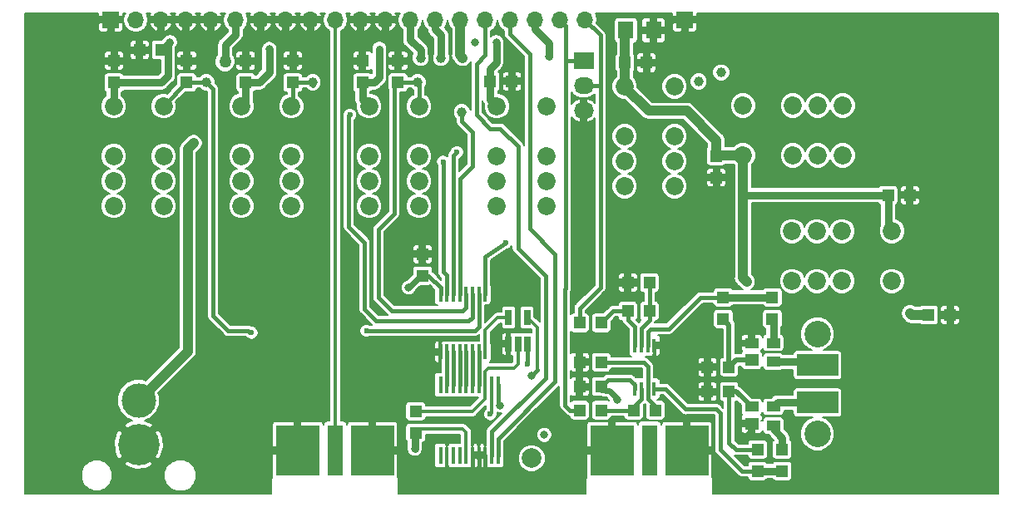
<source format=gbl>
G04 #@! TF.GenerationSoftware,KiCad,Pcbnew,5.0.2-bee76a0~70~ubuntu16.04.1*
G04 #@! TF.CreationDate,2019-08-17T11:50:25-07:00*
G04 #@! TF.ProjectId,n2adr,6e326164-722e-46b6-9963-61645f706362,E5b9*
G04 #@! TF.SameCoordinates,PX3dfd240PY3473bc0*
G04 #@! TF.FileFunction,Copper,L4,Bot*
G04 #@! TF.FilePolarity,Positive*
%FSLAX46Y46*%
G04 Gerber Fmt 4.6, Leading zero omitted, Abs format (unit mm)*
G04 Created by KiCad (PCBNEW 5.0.2-bee76a0~70~ubuntu16.04.1) date Sat 17 Aug 2019 11:50:25 AM PDT*
%MOMM*%
%LPD*%
G01*
G04 APERTURE LIST*
G04 #@! TA.AperFunction,ViaPad*
%ADD10C,1.270000*%
G04 #@! TD*
G04 #@! TA.AperFunction,ComponentPad*
%ADD11C,1.850000*%
G04 #@! TD*
G04 #@! TA.AperFunction,SMDPad,CuDef*
%ADD12R,1.250000X1.200000*%
G04 #@! TD*
G04 #@! TA.AperFunction,SMDPad,CuDef*
%ADD13R,1.200000X1.250000*%
G04 #@! TD*
G04 #@! TA.AperFunction,ComponentPad*
%ADD14C,2.700020*%
G04 #@! TD*
G04 #@! TA.AperFunction,ComponentPad*
%ADD15R,2.200000X2.200000*%
G04 #@! TD*
G04 #@! TA.AperFunction,ComponentPad*
%ADD16C,1.000000*%
G04 #@! TD*
G04 #@! TA.AperFunction,SMDPad,CuDef*
%ADD17R,0.450000X1.750000*%
G04 #@! TD*
G04 #@! TA.AperFunction,SMDPad,CuDef*
%ADD18R,0.450000X1.500000*%
G04 #@! TD*
G04 #@! TA.AperFunction,SMDPad,CuDef*
%ADD19R,1.399540X1.198880*%
G04 #@! TD*
G04 #@! TA.AperFunction,SMDPad,CuDef*
%ADD20R,1.399540X1.000760*%
G04 #@! TD*
G04 #@! TA.AperFunction,SMDPad,CuDef*
%ADD21R,0.450000X1.450000*%
G04 #@! TD*
G04 #@! TA.AperFunction,ComponentPad*
%ADD22R,1.600000X5.200000*%
G04 #@! TD*
G04 #@! TA.AperFunction,ComponentPad*
%ADD23R,4.400000X5.200000*%
G04 #@! TD*
G04 #@! TA.AperFunction,ComponentPad*
%ADD24R,2.032000X1.727200*%
G04 #@! TD*
G04 #@! TA.AperFunction,ComponentPad*
%ADD25O,2.032000X1.727200*%
G04 #@! TD*
G04 #@! TA.AperFunction,ComponentPad*
%ADD26R,1.700000X1.700000*%
G04 #@! TD*
G04 #@! TA.AperFunction,ComponentPad*
%ADD27O,1.700000X1.700000*%
G04 #@! TD*
G04 #@! TA.AperFunction,ComponentPad*
%ADD28C,1.998980*%
G04 #@! TD*
G04 #@! TA.AperFunction,ComponentPad*
%ADD29C,4.200000*%
G04 #@! TD*
G04 #@! TA.AperFunction,ComponentPad*
%ADD30C,3.500000*%
G04 #@! TD*
G04 #@! TA.AperFunction,SMDPad,CuDef*
%ADD31R,0.650000X1.560000*%
G04 #@! TD*
G04 #@! TA.AperFunction,ComponentPad*
%ADD32C,1.270000*%
G04 #@! TD*
G04 #@! TA.AperFunction,SMDPad,CuDef*
%ADD33R,1.600000X1.800000*%
G04 #@! TD*
G04 #@! TA.AperFunction,ViaPad*
%ADD34C,0.600000*%
G04 #@! TD*
G04 #@! TA.AperFunction,ViaPad*
%ADD35C,1.000000*%
G04 #@! TD*
G04 #@! TA.AperFunction,ViaPad*
%ADD36C,0.800000*%
G04 #@! TD*
G04 #@! TA.AperFunction,Conductor*
%ADD37C,0.400000*%
G04 #@! TD*
G04 #@! TA.AperFunction,Conductor*
%ADD38C,0.350000*%
G04 #@! TD*
G04 #@! TA.AperFunction,Conductor*
%ADD39C,1.000000*%
G04 #@! TD*
G04 #@! TA.AperFunction,Conductor*
%ADD40C,0.500000*%
G04 #@! TD*
G04 #@! TA.AperFunction,Conductor*
%ADD41C,0.800000*%
G04 #@! TD*
G04 #@! TA.AperFunction,Conductor*
%ADD42C,0.600000*%
G04 #@! TD*
G04 #@! TA.AperFunction,Conductor*
%ADD43C,0.200000*%
G04 #@! TD*
G04 APERTURE END LIST*
D10*
G04 #@! TO.N,GND*
G04 #@! TO.C,REF\002A\002A*
X81900000Y-25000000D03*
G04 #@! TD*
G04 #@! TO.N,GND*
G04 #@! TO.C,REF\002A\002A*
X57100000Y-15000000D03*
G04 #@! TD*
G04 #@! TO.N,GND*
G04 #@! TO.C,REF\002A\002A*
X73800000Y-31250000D03*
G04 #@! TD*
G04 #@! TO.N,GND*
G04 #@! TO.C,REF\002A\002A*
X12300000Y-12100000D03*
G04 #@! TD*
G04 #@! TO.N,GND*
G04 #@! TO.C,REF\002A\002A*
X30400000Y-10300000D03*
G04 #@! TD*
G04 #@! TO.N,GND*
G04 #@! TO.C,REF\002A\002A*
X30500000Y-20000000D03*
G04 #@! TD*
G04 #@! TO.N,GND*
G04 #@! TO.C,REF\002A\002A*
X86100000Y-38200000D03*
G04 #@! TD*
G04 #@! TO.N,GND*
G04 #@! TO.C,REF\002A\002A*
X85300000Y-30600000D03*
G04 #@! TD*
G04 #@! TO.N,GND*
G04 #@! TO.C,REF\002A\002A*
X85700000Y-12400000D03*
G04 #@! TD*
G04 #@! TO.N,GND*
G04 #@! TO.C,REF\002A\002A*
X50500000Y-11200000D03*
G04 #@! TD*
G04 #@! TO.N,GND*
G04 #@! TO.C,REF\002A\002A*
X57100000Y-20000000D03*
G04 #@! TD*
G04 #@! TO.N,GND*
G04 #@! TO.C,REF\002A\002A*
X70700000Y-10500000D03*
G04 #@! TD*
G04 #@! TO.N,GND*
G04 #@! TO.C,REF\002A\002A*
X76500000Y-38100000D03*
G04 #@! TD*
G04 #@! TO.N,GND*
G04 #@! TO.C,REF\002A\002A*
X66550000Y-34850000D03*
G04 #@! TD*
G04 #@! TO.N,GND*
G04 #@! TO.C,REF\002A\002A*
X30400000Y-14600000D03*
G04 #@! TD*
G04 #@! TO.N,GND*
G04 #@! TO.C,REF\002A\002A*
X49900000Y-26800000D03*
G04 #@! TD*
G04 #@! TO.N,GND*
G04 #@! TO.C,REF\002A\002A*
X78800000Y-30800000D03*
G04 #@! TD*
G04 #@! TO.N,GND*
G04 #@! TO.C,REF\002A\002A*
X83300000Y-17500000D03*
G04 #@! TD*
G04 #@! TO.N,GND*
G04 #@! TO.C,REF\002A\002A*
X62300000Y-25100000D03*
G04 #@! TD*
G04 #@! TO.N,GND*
G04 #@! TO.C,REF\002A\002A*
X60000000Y-34000000D03*
G04 #@! TD*
G04 #@! TO.N,GND*
G04 #@! TO.C,REF\002A\002A*
X42300000Y-48500000D03*
G04 #@! TD*
G04 #@! TO.N,GND*
G04 #@! TO.C,REF\002A\002A*
X38200000Y-23800000D03*
G04 #@! TD*
G04 #@! TO.N,GND*
G04 #@! TO.C,REF\002A\002A*
X37100000Y-39750000D03*
G04 #@! TD*
G04 #@! TO.N,GND*
G04 #@! TO.C,REF\002A\002A*
X25500000Y-38500000D03*
G04 #@! TD*
G04 #@! TO.N,GND*
G04 #@! TO.C,REF\002A\002A*
X23500000Y-27500000D03*
G04 #@! TD*
G04 #@! TO.N,GND*
G04 #@! TO.C,REF\002A\002A*
X25000000Y-22500000D03*
G04 #@! TD*
G04 #@! TO.N,GND*
G04 #@! TO.C,REF\002A\002A*
X12500000Y-22500000D03*
G04 #@! TD*
G04 #@! TO.N,GND*
G04 #@! TO.C,REF\002A\002A*
X6000000Y-33000000D03*
G04 #@! TD*
G04 #@! TO.N,GND*
G04 #@! TO.C,REF\002A\002A*
X5500000Y-23500000D03*
G04 #@! TD*
G04 #@! TO.N,GND*
G04 #@! TO.C,REF\002A\002A*
X1500000Y-47500000D03*
G04 #@! TD*
G04 #@! TO.N,GND*
G04 #@! TO.C,REF\002A\002A*
X1500000Y-42500000D03*
G04 #@! TD*
G04 #@! TO.N,GND*
G04 #@! TO.C,REF\002A\002A*
X1500000Y-37500000D03*
G04 #@! TD*
G04 #@! TO.N,GND*
G04 #@! TO.C,REF\002A\002A*
X1500000Y-32500000D03*
G04 #@! TD*
G04 #@! TO.N,GND*
G04 #@! TO.C,REF\002A\002A*
X1500000Y-27500000D03*
G04 #@! TD*
G04 #@! TO.N,GND*
G04 #@! TO.C,REF\002A\002A*
X1500000Y-22500000D03*
G04 #@! TD*
G04 #@! TO.N,GND*
G04 #@! TO.C,REF\002A\002A*
X1500000Y-17500000D03*
G04 #@! TD*
G04 #@! TO.N,GND*
G04 #@! TO.C,REF\002A\002A*
X1500000Y-12500000D03*
G04 #@! TD*
G04 #@! TO.N,GND*
G04 #@! TO.C,REF\002A\002A*
X1500000Y-7500000D03*
G04 #@! TD*
G04 #@! TO.N,GND*
G04 #@! TO.C,REF\002A\002A*
X1500000Y-2500000D03*
G04 #@! TD*
G04 #@! TO.N,GND*
G04 #@! TO.C,REF\002A\002A*
X98500000Y-47500000D03*
G04 #@! TD*
G04 #@! TO.N,GND*
G04 #@! TO.C,REF\002A\002A*
X98500000Y-42500000D03*
G04 #@! TD*
G04 #@! TO.N,GND*
G04 #@! TO.C,REF\002A\002A*
X98500000Y-37500000D03*
G04 #@! TD*
G04 #@! TO.N,GND*
G04 #@! TO.C,REF\002A\002A*
X98500000Y-32500000D03*
G04 #@! TD*
G04 #@! TO.N,GND*
G04 #@! TO.C,REF\002A\002A*
X98500000Y-27500000D03*
G04 #@! TD*
G04 #@! TO.N,GND*
G04 #@! TO.C,REF\002A\002A*
X98500000Y-22500000D03*
G04 #@! TD*
G04 #@! TO.N,GND*
G04 #@! TO.C,REF\002A\002A*
X98500000Y-17500000D03*
G04 #@! TD*
G04 #@! TO.N,GND*
G04 #@! TO.C,REF\002A\002A*
X98500000Y-12500000D03*
G04 #@! TD*
G04 #@! TO.N,GND*
G04 #@! TO.C,REF\002A\002A*
X98500000Y-7500000D03*
G04 #@! TD*
G04 #@! TO.N,GND*
G04 #@! TO.C,REF\002A\002A*
X98500000Y-2500000D03*
G04 #@! TD*
G04 #@! TO.N,GND*
G04 #@! TO.C,REF\002A\002A*
X76500000Y-4100000D03*
G04 #@! TD*
G04 #@! TO.N,GND*
G04 #@! TO.C,REF\002A\002A*
X43000000Y-13600000D03*
G04 #@! TD*
D11*
G04 #@! TO.P,K3,8*
G04 #@! TO.N,Band3*
X53540000Y-9920000D03*
G04 #@! TO.P,K3,7*
G04 #@! TO.N,Net-(K3-Pad2)*
X53540000Y-15000000D03*
G04 #@! TO.P,K3,6*
G04 #@! TO.N,Net-(K2-Pad3)*
X53540000Y-17540000D03*
G04 #@! TO.P,K3,5*
G04 #@! TO.N,Net-(C40-Pad1)*
X53540000Y-20080000D03*
G04 #@! TO.P,K3,4*
G04 #@! TO.N,Net-(C32-Pad2)*
X48460000Y-20080000D03*
G04 #@! TO.P,K3,3*
G04 #@! TO.N,Net-(K3-Pad3)*
X48460000Y-17540000D03*
G04 #@! TO.P,K3,2*
G04 #@! TO.N,Net-(K3-Pad2)*
X48460000Y-15000000D03*
G04 #@! TO.P,K3,1*
G04 #@! TO.N,+3V3*
X48460000Y-9920000D03*
G04 #@! TD*
G04 #@! TO.P,K4,8*
G04 #@! TO.N,Band4*
X40540000Y-9920000D03*
G04 #@! TO.P,K4,7*
G04 #@! TO.N,Net-(K4-Pad2)*
X40540000Y-15000000D03*
G04 #@! TO.P,K4,6*
G04 #@! TO.N,Net-(K3-Pad3)*
X40540000Y-17540000D03*
G04 #@! TO.P,K4,5*
G04 #@! TO.N,Net-(C41-Pad1)*
X40540000Y-20080000D03*
G04 #@! TO.P,K4,4*
G04 #@! TO.N,Net-(C33-Pad2)*
X35460000Y-20080000D03*
G04 #@! TO.P,K4,3*
G04 #@! TO.N,Net-(K4-Pad3)*
X35460000Y-17540000D03*
G04 #@! TO.P,K4,2*
G04 #@! TO.N,Net-(K4-Pad2)*
X35460000Y-15000000D03*
G04 #@! TO.P,K4,1*
G04 #@! TO.N,+3V3*
X35460000Y-9920000D03*
G04 #@! TD*
D12*
G04 #@! TO.P,C3,1*
G04 #@! TO.N,GND*
X38400000Y-5300000D03*
G04 #@! TO.P,C3,2*
G04 #@! TO.N,Band4*
X38400000Y-7500000D03*
G04 #@! TD*
G04 #@! TO.P,C5,1*
G04 #@! TO.N,GND*
X16900000Y-5300000D03*
G04 #@! TO.P,C5,2*
G04 #@! TO.N,Band6*
X16900000Y-7500000D03*
G04 #@! TD*
G04 #@! TO.P,C6,1*
G04 #@! TO.N,GND*
X27700000Y-5300000D03*
G04 #@! TO.P,C6,2*
G04 #@! TO.N,Band5*
X27700000Y-7500000D03*
G04 #@! TD*
D13*
G04 #@! TO.P,C11,1*
G04 #@! TO.N,Net-(C11-Pad1)*
X72100000Y-39000000D03*
G04 #@! TO.P,C11,2*
G04 #@! TO.N,GND*
X69900000Y-39000000D03*
G04 #@! TD*
G04 #@! TO.P,C13,1*
G04 #@! TO.N,Net-(C13-Pad1)*
X72100000Y-36500000D03*
G04 #@! TO.P,C13,2*
G04 #@! TO.N,GND*
X69900000Y-36500000D03*
G04 #@! TD*
D12*
G04 #@! TO.P,C14,1*
G04 #@! TO.N,GND*
X40900000Y-25000000D03*
G04 #@! TO.P,C14,2*
G04 #@! TO.N,+3V3*
X40900000Y-27200000D03*
G04 #@! TD*
D14*
G04 #@! TO.P,JP1,1*
G04 #@! TO.N,Net-(CN4-Pad1)*
X81100000Y-43300000D03*
G04 #@! TO.P,JP1,2*
G04 #@! TO.N,FilterOut*
X81100000Y-33140000D03*
G04 #@! TD*
D15*
G04 #@! TO.P,L3,1*
G04 #@! TO.N,Net-(D1-Pad3)*
X80100000Y-40100000D03*
G04 #@! TO.P,L3,2*
G04 #@! TO.N,Net-(D2-Pad4)*
X82100000Y-36300000D03*
G04 #@! TO.P,L3,1*
G04 #@! TO.N,Net-(D1-Pad3)*
X82100000Y-40100000D03*
G04 #@! TO.P,L3,2*
G04 #@! TO.N,Net-(D2-Pad4)*
X80100000Y-36300000D03*
G04 #@! TD*
D16*
G04 #@! TO.P,P3,1*
G04 #@! TO.N,Band3*
X44900000Y-10500000D03*
G04 #@! TD*
G04 #@! TO.P,P6,1*
G04 #@! TO.N,Band6*
X18900000Y-7500000D03*
G04 #@! TD*
D12*
G04 #@! TO.P,R5,1*
G04 #@! TO.N,Net-(R4-Pad1)*
X75000000Y-47100000D03*
G04 #@! TO.P,R5,2*
G04 #@! TO.N,Net-(C11-Pad1)*
X75000000Y-44900000D03*
G04 #@! TD*
G04 #@! TO.P,R8,1*
G04 #@! TO.N,Net-(R8-Pad1)*
X71500000Y-29400000D03*
G04 #@! TO.P,R8,2*
G04 #@! TO.N,Net-(C13-Pad1)*
X71500000Y-31600000D03*
G04 #@! TD*
G04 #@! TO.P,C27,1*
G04 #@! TO.N,GND*
X34800000Y-5300000D03*
G04 #@! TO.P,C27,2*
G04 #@! TO.N,+3V3*
X34800000Y-7500000D03*
G04 #@! TD*
G04 #@! TO.P,C28,1*
G04 #@! TO.N,GND*
X22900000Y-5300000D03*
G04 #@! TO.P,C28,2*
G04 #@! TO.N,+3V3*
X22900000Y-7500000D03*
G04 #@! TD*
G04 #@! TO.P,C29,1*
G04 #@! TO.N,GND*
X70800000Y-17200000D03*
G04 #@! TO.P,C29,2*
G04 #@! TO.N,+3V3*
X70800000Y-15000000D03*
G04 #@! TD*
D13*
G04 #@! TO.P,C30,1*
G04 #@! TO.N,GND*
X63700000Y-5500000D03*
G04 #@! TO.P,C30,2*
G04 #@! TO.N,+3V3*
X61500000Y-5500000D03*
G04 #@! TD*
G04 #@! TO.P,C31,1*
G04 #@! TO.N,GND*
X50000000Y-7400000D03*
G04 #@! TO.P,C31,2*
G04 #@! TO.N,+3V3*
X47800000Y-7400000D03*
G04 #@! TD*
D17*
G04 #@! TO.P,U1,1*
G04 #@! TO.N,Net-(CN2-Pad17)*
X48575000Y-45500000D03*
G04 #@! TO.P,U1,2*
G04 #@! TO.N,Net-(CN2-Pad16)*
X47925000Y-45500000D03*
G04 #@! TO.P,U1,3*
G04 #@! TO.N,GND*
X47275000Y-45500000D03*
G04 #@! TO.P,U1,4*
X46625000Y-45500000D03*
G04 #@! TO.P,U1,5*
X45975000Y-45500000D03*
G04 #@! TO.P,U1,6*
G04 #@! TO.N,+3V3*
X45325000Y-45500000D03*
G04 #@! TO.P,U1,7*
G04 #@! TO.N,Net-(U1-Pad7)*
X44675000Y-45500000D03*
G04 #@! TO.P,U1,8*
G04 #@! TO.N,Net-(U1-Pad8)*
X44025000Y-45500000D03*
G04 #@! TO.P,U1,9*
G04 #@! TO.N,GND*
X43375000Y-45500000D03*
G04 #@! TO.P,U1,10*
G04 #@! TO.N,Net-(U1-Pad10)*
X42725000Y-45500000D03*
G04 #@! TO.P,U1,11*
G04 #@! TO.N,Net-(U1-Pad11)*
X42725000Y-38300000D03*
G04 #@! TO.P,U1,12*
G04 #@! TO.N,Net-(U1-Pad12)*
X43375000Y-38300000D03*
G04 #@! TO.P,U1,13*
G04 #@! TO.N,Net-(U1-Pad13)*
X44025000Y-38300000D03*
G04 #@! TO.P,U1,14*
G04 #@! TO.N,Net-(U1-Pad14)*
X44675000Y-38300000D03*
G04 #@! TO.P,U1,15*
G04 #@! TO.N,Net-(U1-Pad15)*
X45325000Y-38300000D03*
G04 #@! TO.P,U1,16*
G04 #@! TO.N,Net-(U1-Pad16)*
X45975000Y-38300000D03*
G04 #@! TO.P,U1,17*
G04 #@! TO.N,Net-(U1-Pad17)*
X46625000Y-38300000D03*
G04 #@! TO.P,U1,18*
G04 #@! TO.N,Net-(R16-Pad2)*
X47275000Y-38300000D03*
G04 #@! TO.P,U1,19*
G04 #@! TO.N,Net-(P13-Pad1)*
X47925000Y-38300000D03*
G04 #@! TO.P,U1,20*
G04 #@! TO.N,+3V3*
X48575000Y-38300000D03*
G04 #@! TD*
D18*
G04 #@! TO.P,U2,1*
G04 #@! TO.N,Net-(U2-Pad1)*
X47275000Y-34950000D03*
G04 #@! TO.P,U2,2*
G04 #@! TO.N,Net-(U1-Pad17)*
X46625000Y-34950000D03*
G04 #@! TO.P,U2,3*
G04 #@! TO.N,Net-(U1-Pad16)*
X45975000Y-34950000D03*
G04 #@! TO.P,U2,4*
G04 #@! TO.N,Net-(U1-Pad15)*
X45325000Y-34950000D03*
G04 #@! TO.P,U2,5*
G04 #@! TO.N,Net-(U1-Pad14)*
X44675000Y-34950000D03*
G04 #@! TO.P,U2,6*
G04 #@! TO.N,Net-(U1-Pad13)*
X44025000Y-34950000D03*
G04 #@! TO.P,U2,7*
G04 #@! TO.N,Net-(U1-Pad12)*
X43375000Y-34950000D03*
G04 #@! TO.P,U2,8*
G04 #@! TO.N,GND*
X42725000Y-34950000D03*
G04 #@! TO.P,U2,9*
G04 #@! TO.N,+3V3*
X42725000Y-29050000D03*
G04 #@! TO.P,U2,10*
G04 #@! TO.N,Band1*
X43375000Y-29050000D03*
G04 #@! TO.P,U2,11*
G04 #@! TO.N,Band2*
X44025000Y-29050000D03*
G04 #@! TO.P,U2,12*
G04 #@! TO.N,Band3*
X44675000Y-29050000D03*
G04 #@! TO.P,U2,13*
G04 #@! TO.N,Band4*
X45325000Y-29050000D03*
G04 #@! TO.P,U2,14*
G04 #@! TO.N,Band5*
X45975000Y-29050000D03*
G04 #@! TO.P,U2,15*
G04 #@! TO.N,Band6*
X46625000Y-29050000D03*
G04 #@! TO.P,U2,16*
G04 #@! TO.N,Band7*
X47275000Y-29050000D03*
G04 #@! TD*
D16*
G04 #@! TO.P,P1,1*
G04 #@! TO.N,Band1*
X71300000Y-6500000D03*
G04 #@! TD*
G04 #@! TO.P,P2,1*
G04 #@! TO.N,Band2*
X69000000Y-7400000D03*
G04 #@! TD*
G04 #@! TO.P,P4,1*
G04 #@! TO.N,Band4*
X40400000Y-7500000D03*
G04 #@! TD*
G04 #@! TO.P,P5,1*
G04 #@! TO.N,Band5*
X29700000Y-7500000D03*
G04 #@! TD*
D12*
G04 #@! TO.P,C20,1*
G04 #@! TO.N,GND*
X9500000Y-5300000D03*
G04 #@! TO.P,C20,2*
G04 #@! TO.N,+3V3*
X9500000Y-7500000D03*
G04 #@! TD*
D19*
G04 #@! TO.P,D1,1*
G04 #@! TO.N,GND*
X74400180Y-42269620D03*
D20*
G04 #@! TO.P,D1,2*
G04 #@! TO.N,Net-(C11-Pad1)*
X74400180Y-40550040D03*
G04 #@! TO.P,D1,3*
G04 #@! TO.N,Net-(D1-Pad3)*
X76599820Y-40550040D03*
G04 #@! TO.P,D1,4*
G04 #@! TO.N,Net-(D1-Pad4)*
X76599820Y-42449960D03*
G04 #@! TD*
D19*
G04 #@! TO.P,D2,1*
G04 #@! TO.N,Net-(C13-Pad1)*
X74400180Y-35769620D03*
D20*
G04 #@! TO.P,D2,2*
G04 #@! TO.N,GND*
X74400180Y-34050040D03*
G04 #@! TO.P,D2,3*
G04 #@! TO.N,Net-(D2-Pad3)*
X76599820Y-34050040D03*
G04 #@! TO.P,D2,4*
G04 #@! TO.N,Net-(D2-Pad4)*
X76599820Y-35949960D03*
G04 #@! TD*
D12*
G04 #@! TO.P,R4,1*
G04 #@! TO.N,Net-(R4-Pad1)*
X77500000Y-47100000D03*
G04 #@! TO.P,R4,2*
G04 #@! TO.N,Net-(D1-Pad4)*
X77500000Y-44900000D03*
G04 #@! TD*
G04 #@! TO.P,R9,1*
G04 #@! TO.N,Net-(D2-Pad3)*
X76500000Y-31600000D03*
G04 #@! TO.P,R9,2*
G04 #@! TO.N,Net-(R8-Pad1)*
X76500000Y-29400000D03*
G04 #@! TD*
D13*
G04 #@! TO.P,R10,1*
G04 #@! TO.N,GND*
X61800000Y-27900000D03*
G04 #@! TO.P,R10,2*
G04 #@! TO.N,Net-(R10-Pad2)*
X64000000Y-27900000D03*
G04 #@! TD*
G04 #@! TO.P,R11,1*
G04 #@! TO.N,Net-(R10-Pad2)*
X64000000Y-30800000D03*
G04 #@! TO.P,R11,2*
G04 #@! TO.N,Net-(R11-Pad2)*
X61800000Y-30800000D03*
G04 #@! TD*
G04 #@! TO.P,R12,1*
G04 #@! TO.N,Net-(R11-Pad2)*
X59100000Y-32000000D03*
G04 #@! TO.P,R12,2*
G04 #@! TO.N,Net-(CN2-Pad20)*
X56900000Y-32000000D03*
G04 #@! TD*
G04 #@! TO.P,R13,1*
G04 #@! TO.N,GND*
X56900000Y-36000000D03*
G04 #@! TO.P,R13,2*
G04 #@! TO.N,Net-(R13-Pad2)*
X59100000Y-36000000D03*
G04 #@! TD*
G04 #@! TO.P,R14,1*
G04 #@! TO.N,Net-(R13-Pad2)*
X64600000Y-40900000D03*
G04 #@! TO.P,R14,2*
G04 #@! TO.N,Net-(R14-Pad2)*
X62400000Y-40900000D03*
G04 #@! TD*
G04 #@! TO.P,R15,1*
G04 #@! TO.N,Net-(R14-Pad2)*
X59100000Y-40900000D03*
G04 #@! TO.P,R15,2*
G04 #@! TO.N,Net-(CN2-Pad19)*
X56900000Y-40900000D03*
G04 #@! TD*
D21*
G04 #@! TO.P,U3,1*
G04 #@! TO.N,Net-(R11-Pad2)*
X62525000Y-34300000D03*
G04 #@! TO.P,U3,2*
G04 #@! TO.N,Net-(R10-Pad2)*
X63175000Y-34300000D03*
G04 #@! TO.P,U3,3*
G04 #@! TO.N,Net-(R8-Pad1)*
X63825000Y-34300000D03*
G04 #@! TO.P,U3,4*
G04 #@! TO.N,GND*
X64475000Y-34300000D03*
G04 #@! TO.P,U3,5*
G04 #@! TO.N,Net-(R4-Pad1)*
X64475000Y-38700000D03*
G04 #@! TO.P,U3,6*
G04 #@! TO.N,Net-(R13-Pad2)*
X63825000Y-38700000D03*
G04 #@! TO.P,U3,7*
G04 #@! TO.N,Net-(R14-Pad2)*
X63175000Y-38700000D03*
G04 #@! TO.P,U3,8*
G04 #@! TO.N,+3V3*
X62525000Y-38700000D03*
G04 #@! TD*
D13*
G04 #@! TO.P,C45,1*
G04 #@! TO.N,GND*
X90500000Y-19000000D03*
G04 #@! TO.P,C45,2*
G04 #@! TO.N,+3V3*
X88300000Y-19000000D03*
G04 #@! TD*
G04 #@! TO.P,C46,1*
G04 #@! TO.N,GND*
X94600000Y-31200000D03*
G04 #@! TO.P,C46,2*
G04 #@! TO.N,Band7*
X92400000Y-31200000D03*
G04 #@! TD*
D16*
G04 #@! TO.P,P7,1*
G04 #@! TO.N,Band7*
X90500000Y-31000000D03*
G04 #@! TD*
D22*
G04 #@! TO.P,CN4,1*
G04 #@! TO.N,Net-(CN4-Pad1)*
X64000000Y-45000000D03*
D23*
G04 #@! TO.P,CN4,2*
G04 #@! TO.N,GND*
X60200000Y-45000000D03*
X67800000Y-45000000D03*
G04 #@! TD*
D22*
G04 #@! TO.P,CN3,1*
G04 #@! TO.N,Net-(CN2-Pad10)*
X32000000Y-45000000D03*
D23*
G04 #@! TO.P,CN3,2*
G04 #@! TO.N,GND*
X28200000Y-45000000D03*
X35800000Y-45000000D03*
G04 #@! TD*
D13*
G04 #@! TO.P,C7,1*
G04 #@! TO.N,GND*
X56900000Y-38500000D03*
G04 #@! TO.P,C7,2*
G04 #@! TO.N,+3V3*
X59100000Y-38500000D03*
G04 #@! TD*
D11*
G04 #@! TO.P,K1,8*
G04 #@! TO.N,Band1*
X73520000Y-9860000D03*
G04 #@! TO.P,K1,7*
G04 #@! TO.N,Net-(K1-Pad2)*
X78600000Y-9860000D03*
G04 #@! TO.P,K1,6*
G04 #@! TO.N,Net-(K1-Pad6)*
X81140000Y-9860000D03*
G04 #@! TO.P,K1,5*
G04 #@! TO.N,Net-(C23-Pad1)*
X83680000Y-9860000D03*
G04 #@! TO.P,K1,4*
G04 #@! TO.N,Net-(C21-Pad1)*
X83680000Y-14940000D03*
G04 #@! TO.P,K1,3*
G04 #@! TO.N,Net-(K1-Pad3)*
X81140000Y-14940000D03*
G04 #@! TO.P,K1,2*
G04 #@! TO.N,Net-(K1-Pad2)*
X78600000Y-14940000D03*
G04 #@! TO.P,K1,1*
G04 #@! TO.N,+3V3*
X73520000Y-14940000D03*
G04 #@! TD*
G04 #@! TO.P,K2,8*
G04 #@! TO.N,Band2*
X66540000Y-7920000D03*
G04 #@! TO.P,K2,7*
G04 #@! TO.N,Net-(K2-Pad2)*
X66540000Y-13000000D03*
G04 #@! TO.P,K2,6*
G04 #@! TO.N,Net-(K1-Pad6)*
X66540000Y-15540000D03*
G04 #@! TO.P,K2,5*
G04 #@! TO.N,Net-(C10-Pad2)*
X66540000Y-18080000D03*
G04 #@! TO.P,K2,4*
G04 #@! TO.N,Net-(C8-Pad2)*
X61460000Y-18080000D03*
G04 #@! TO.P,K2,3*
G04 #@! TO.N,Net-(K2-Pad3)*
X61460000Y-15540000D03*
G04 #@! TO.P,K2,2*
G04 #@! TO.N,Net-(K2-Pad2)*
X61460000Y-13000000D03*
G04 #@! TO.P,K2,1*
G04 #@! TO.N,+3V3*
X61460000Y-7920000D03*
G04 #@! TD*
G04 #@! TO.P,K5,8*
G04 #@! TO.N,Band5*
X27540000Y-9920000D03*
G04 #@! TO.P,K5,7*
G04 #@! TO.N,Net-(K5-Pad2)*
X27540000Y-15000000D03*
G04 #@! TO.P,K5,6*
G04 #@! TO.N,Net-(K4-Pad3)*
X27540000Y-17540000D03*
G04 #@! TO.P,K5,5*
G04 #@! TO.N,Net-(C44-Pad2)*
X27540000Y-20080000D03*
G04 #@! TO.P,K5,4*
G04 #@! TO.N,Net-(C34-Pad2)*
X22460000Y-20080000D03*
G04 #@! TO.P,K5,3*
G04 #@! TO.N,Net-(K5-Pad3)*
X22460000Y-17540000D03*
G04 #@! TO.P,K5,2*
G04 #@! TO.N,Net-(K5-Pad2)*
X22460000Y-15000000D03*
G04 #@! TO.P,K5,1*
G04 #@! TO.N,+3V3*
X22460000Y-9920000D03*
G04 #@! TD*
G04 #@! TO.P,K6,8*
G04 #@! TO.N,Band6*
X14540000Y-9920000D03*
G04 #@! TO.P,K6,7*
G04 #@! TO.N,Net-(K6-Pad2)*
X14540000Y-15000000D03*
G04 #@! TO.P,K6,6*
G04 #@! TO.N,Net-(K5-Pad3)*
X14540000Y-17540000D03*
G04 #@! TO.P,K6,5*
G04 #@! TO.N,Net-(C26-Pad2)*
X14540000Y-20080000D03*
G04 #@! TO.P,K6,4*
G04 #@! TO.N,Net-(C24-Pad2)*
X9460000Y-20080000D03*
G04 #@! TO.P,K6,3*
G04 #@! TO.N,RFInput*
X9460000Y-17540000D03*
G04 #@! TO.P,K6,2*
G04 #@! TO.N,Net-(K6-Pad2)*
X9460000Y-15000000D03*
G04 #@! TO.P,K6,1*
G04 #@! TO.N,+3V3*
X9460000Y-9920000D03*
G04 #@! TD*
G04 #@! TO.P,K7,8*
G04 #@! TO.N,Band7*
X88680000Y-27740000D03*
G04 #@! TO.P,K7,7*
G04 #@! TO.N,Net-(C49-Pad1)*
X83600000Y-27740000D03*
G04 #@! TO.P,K7,6*
G04 #@! TO.N,FilterOut*
X81060000Y-27740000D03*
G04 #@! TO.P,K7,5*
G04 #@! TO.N,Net-(K7-Pad4)*
X78520000Y-27740000D03*
G04 #@! TO.P,K7,4*
X78520000Y-22660000D03*
G04 #@! TO.P,K7,3*
G04 #@! TO.N,Net-(K1-Pad3)*
X81060000Y-22660000D03*
G04 #@! TO.P,K7,2*
G04 #@! TO.N,Net-(C47-Pad2)*
X83600000Y-22660000D03*
G04 #@! TO.P,K7,1*
G04 #@! TO.N,+3V3*
X88680000Y-22660000D03*
G04 #@! TD*
D24*
G04 #@! TO.P,CN5,1*
G04 #@! TO.N,Net-(CN2-Pad19)*
X57300000Y-5300000D03*
D25*
G04 #@! TO.P,CN5,2*
G04 #@! TO.N,Net-(CN2-Pad20)*
X57300000Y-7840000D03*
G04 #@! TO.P,CN5,3*
G04 #@! TO.N,GND*
X57300000Y-10380000D03*
G04 #@! TD*
D26*
G04 #@! TO.P,J3,1*
G04 #@! TO.N,GND*
X67588000Y-1134000D03*
G04 #@! TD*
G04 #@! TO.P,CN2,1*
G04 #@! TO.N,GND*
X9168000Y-1134000D03*
D27*
G04 #@! TO.P,CN2,2*
G04 #@! TO.N,RFInput*
X11708000Y-1134000D03*
G04 #@! TO.P,CN2,3*
G04 #@! TO.N,GND*
X14248000Y-1134000D03*
G04 #@! TO.P,CN2,4*
X16788000Y-1134000D03*
G04 #@! TO.P,CN2,5*
X19328000Y-1134000D03*
G04 #@! TO.P,CN2,6*
G04 #@! TO.N,Net-(CN2-Pad6)*
X21868000Y-1134000D03*
G04 #@! TO.P,CN2,7*
G04 #@! TO.N,GND*
X24408000Y-1134000D03*
G04 #@! TO.P,CN2,8*
X26948000Y-1134000D03*
G04 #@! TO.P,CN2,9*
X29488000Y-1134000D03*
G04 #@! TO.P,CN2,10*
G04 #@! TO.N,Net-(CN2-Pad10)*
X32028000Y-1134000D03*
G04 #@! TO.P,CN2,11*
G04 #@! TO.N,GND*
X34568000Y-1134000D03*
G04 #@! TO.P,CN2,12*
X37108000Y-1134000D03*
G04 #@! TO.P,CN2,13*
G04 #@! TO.N,INTTR*
X39648000Y-1134000D03*
G04 #@! TO.P,CN2,14*
G04 #@! TO.N,Net-(CN2-Pad14)*
X42188000Y-1134000D03*
G04 #@! TO.P,CN2,15*
G04 #@! TO.N,Net-(CN1-Pad1)*
X44728000Y-1134000D03*
G04 #@! TO.P,CN2,16*
G04 #@! TO.N,Net-(CN2-Pad16)*
X47268000Y-1134000D03*
G04 #@! TO.P,CN2,17*
G04 #@! TO.N,Net-(CN2-Pad17)*
X49808000Y-1134000D03*
G04 #@! TO.P,CN2,18*
G04 #@! TO.N,Net-(CN2-Pad18)*
X52348000Y-1134000D03*
G04 #@! TO.P,CN2,19*
G04 #@! TO.N,Net-(CN2-Pad19)*
X54888000Y-1134000D03*
G04 #@! TO.P,CN2,20*
G04 #@! TO.N,Net-(CN2-Pad20)*
X57428000Y-1134000D03*
G04 #@! TD*
D28*
G04 #@! TO.P,P13,1*
G04 #@! TO.N,Net-(P13-Pad1)*
X52000000Y-45800000D03*
G04 #@! TD*
D16*
G04 #@! TO.P,P8,1*
G04 #@! TO.N,Net-(CN2-Pad14)*
X42800000Y-5000000D03*
G04 #@! TD*
G04 #@! TO.P,P14,1*
G04 #@! TO.N,INTTR*
X40700000Y-5000000D03*
G04 #@! TD*
G04 #@! TO.P,P16,1*
G04 #@! TO.N,Net-(CN1-Pad1)*
X45000000Y-5000000D03*
G04 #@! TD*
D10*
G04 #@! TO.N,GND*
G04 #@! TO.C,REF\002A\002A*
X17900000Y-10300000D03*
G04 #@! TD*
D29*
G04 #@! TO.P,CN1,2*
G04 #@! TO.N,GND*
X12000000Y-44400000D03*
D30*
G04 #@! TO.P,CN1,1*
G04 #@! TO.N,Net-(CN1-Pad1)*
X12000000Y-39900000D03*
G04 #@! TD*
D31*
G04 #@! TO.P,U5,1*
G04 #@! TO.N,INTTR*
X51550000Y-34150000D03*
G04 #@! TO.P,U5,2*
G04 #@! TO.N,Net-(R16-Pad2)*
X50600000Y-34150000D03*
G04 #@! TO.P,U5,3*
G04 #@! TO.N,GND*
X49650000Y-34150000D03*
G04 #@! TO.P,U5,4*
G04 #@! TO.N,Net-(U2-Pad1)*
X49650000Y-31450000D03*
G04 #@! TO.P,U5,5*
G04 #@! TO.N,+3V3*
X51550000Y-31450000D03*
G04 #@! TD*
D32*
G04 #@! TO.P,P15,1*
G04 #@! TO.N,Net-(CN2-Pad6)*
X20800000Y-5400000D03*
G04 #@! TD*
D13*
G04 #@! TO.P,C12,1*
G04 #@! TO.N,GND*
X12100000Y-4200000D03*
G04 #@! TO.P,C12,2*
G04 #@! TO.N,+3V3*
X14300000Y-4200000D03*
G04 #@! TD*
D33*
G04 #@! TO.P,C15,1*
G04 #@! TO.N,GND*
X64400000Y-2200000D03*
G04 #@! TO.P,C15,2*
G04 #@! TO.N,+3V3*
X61600000Y-2200000D03*
G04 #@! TD*
D12*
G04 #@! TO.P,R16,1*
G04 #@! TO.N,+3V3*
X40200000Y-43200000D03*
G04 #@! TO.P,R16,2*
G04 #@! TO.N,Net-(R16-Pad2)*
X40200000Y-41000000D03*
G04 #@! TD*
D34*
G04 #@! TO.N,GND*
X73400000Y-43800000D03*
X49800000Y-35800000D03*
G04 #@! TO.N,Band1*
X43000000Y-15600000D03*
G04 #@! TO.N,Band2*
X44400000Y-14600000D03*
G04 #@! TO.N,Band5*
X33500000Y-10800000D03*
G04 #@! TO.N,Band6*
X23500000Y-33000000D03*
X35200000Y-32800000D03*
G04 #@! TO.N,Band7*
X49400000Y-23800000D03*
G04 #@! TO.N,INTTR*
X51600000Y-36200000D03*
G04 #@! TO.N,Net-(P13-Pad1)*
X47800000Y-41300000D03*
D35*
G04 #@! TO.N,+3V3*
X73900000Y-27800000D03*
D36*
X60700000Y-39800000D03*
X53300000Y-43400000D03*
X40100000Y-44800000D03*
X52000000Y-37400000D03*
X39500000Y-28400000D03*
X15200000Y-3400000D03*
D35*
X61500000Y-3900000D03*
D36*
X48800000Y-40400000D03*
D34*
X36500000Y-4100000D03*
D36*
X25300000Y-4100000D03*
X48400000Y-3400000D03*
X46200000Y-3400000D03*
G04 #@! TO.N,Net-(CN1-Pad1)*
X17600000Y-13700000D03*
G04 #@! TO.N,Net-(CN2-Pad18)*
X53800000Y-4900000D03*
G04 #@! TD*
D37*
G04 #@! TO.N,GND*
X74400180Y-42269620D02*
X74400180Y-42799820D01*
X74400180Y-42799820D02*
X73400000Y-43800000D01*
D38*
X42725000Y-34950000D02*
X41900000Y-34950000D01*
X41900000Y-34950000D02*
X37100000Y-39750000D01*
X43375000Y-45500000D02*
X43375000Y-47375000D01*
X43375000Y-47375000D02*
X43400000Y-47400000D01*
X42725000Y-34950000D02*
X42725000Y-35025000D01*
X64475000Y-34300000D02*
X66000000Y-34300000D01*
X66000000Y-34300000D02*
X66550000Y-34850000D01*
X49650000Y-34150000D02*
X49650000Y-35650000D01*
X49650000Y-35650000D02*
X49800000Y-35800000D01*
D37*
X45975000Y-45500000D02*
X45975000Y-47575000D01*
X45975000Y-47575000D02*
X46000000Y-47600000D01*
X46625000Y-45500000D02*
X46625000Y-47575000D01*
X46625000Y-47575000D02*
X46600000Y-47600000D01*
X47275000Y-45500000D02*
X47275000Y-47525000D01*
X47275000Y-47525000D02*
X47200000Y-47600000D01*
D39*
X12000000Y-44500000D02*
X13000000Y-44500000D01*
D37*
G04 #@! TO.N,Band1*
X43375000Y-29050000D02*
X43375000Y-27175000D01*
X43000000Y-26800000D02*
X43000000Y-15600000D01*
X43375000Y-27175000D02*
X43000000Y-26800000D01*
G04 #@! TO.N,Band2*
X44025000Y-14975000D02*
X44025000Y-29050000D01*
X44025000Y-14975000D02*
X44400000Y-14600000D01*
G04 #@! TO.N,Band3*
X45950000Y-16050000D02*
X45950000Y-12550000D01*
X44900000Y-11500000D02*
X44900000Y-10500000D01*
X45950000Y-12550000D02*
X44900000Y-11500000D01*
X45900000Y-16100000D02*
X45950000Y-16050000D01*
X44675000Y-29050000D02*
X44675000Y-17325000D01*
X44675000Y-17325000D02*
X45950000Y-16050000D01*
G04 #@! TO.N,Band4*
X36400000Y-24600000D02*
X36400000Y-22500000D01*
X36400000Y-22500000D02*
X38000000Y-20900000D01*
X40540000Y-9920000D02*
X40540000Y-7640000D01*
X40540000Y-7640000D02*
X40400000Y-7500000D01*
X38400000Y-7500000D02*
X40400000Y-7500000D01*
X40540000Y-9920000D02*
X40540000Y-9640000D01*
X38000000Y-7900000D02*
X38000000Y-12460000D01*
X45325000Y-30475000D02*
X45000000Y-30800000D01*
X45000000Y-30800000D02*
X37800000Y-30800000D01*
X38000000Y-20900000D02*
X38000000Y-12460000D01*
X36400000Y-29400000D02*
X36400000Y-24600000D01*
X37800000Y-30800000D02*
X36400000Y-29400000D01*
X45325000Y-30475000D02*
X45325000Y-29050000D01*
X38000000Y-7900000D02*
X38400000Y-7500000D01*
G04 #@! TO.N,Band5*
X33400000Y-14000000D02*
X33400000Y-10900000D01*
X35000000Y-23800000D02*
X33400000Y-22200000D01*
X35000000Y-30600000D02*
X35000000Y-23800000D01*
X45975000Y-31425000D02*
X45600000Y-31800000D01*
X45600000Y-31800000D02*
X36200000Y-31800000D01*
X45975000Y-29050000D02*
X45975000Y-31425000D01*
X36200000Y-31800000D02*
X35000000Y-30600000D01*
X33400000Y-22200000D02*
X33400000Y-18800000D01*
X33400000Y-18800000D02*
X33400000Y-14000000D01*
X33400000Y-10900000D02*
X33500000Y-10800000D01*
X29700000Y-7500000D02*
X29700000Y-7800000D01*
X27700000Y-7500000D02*
X29700000Y-7500000D01*
X27700000Y-7500000D02*
X27700000Y-9760000D01*
X27700000Y-9760000D02*
X27540000Y-9920000D01*
G04 #@! TO.N,Net-(U1-Pad12)*
X43375000Y-38300000D02*
X43375000Y-34950000D01*
G04 #@! TO.N,Net-(U1-Pad13)*
X44025000Y-38300000D02*
X44025000Y-34950000D01*
G04 #@! TO.N,Net-(U1-Pad14)*
X44675000Y-38300000D02*
X44675000Y-34950000D01*
G04 #@! TO.N,Net-(U1-Pad15)*
X45325000Y-38300000D02*
X45325000Y-34950000D01*
D40*
G04 #@! TO.N,Net-(K3-Pad3)*
X40100000Y-17700000D02*
X40600000Y-17200000D01*
D37*
G04 #@! TO.N,Band6*
X23300000Y-33000000D02*
X23100000Y-32800000D01*
X23100000Y-32800000D02*
X21100000Y-32800000D01*
X21100000Y-32800000D02*
X19600000Y-31300000D01*
X19600000Y-31300000D02*
X19600000Y-8200000D01*
X18900000Y-7500000D02*
X19600000Y-8200000D01*
X23500000Y-33000000D02*
X23300000Y-33000000D01*
X35200000Y-32800000D02*
X38600000Y-32800000D01*
X46625000Y-32375000D02*
X46625000Y-29050000D01*
X38700000Y-32800000D02*
X38600000Y-32800000D01*
X46200000Y-32800000D02*
X38700000Y-32800000D01*
X46625000Y-32375000D02*
X46200000Y-32800000D01*
X14540000Y-9920000D02*
X14540000Y-9860000D01*
X14540000Y-9860000D02*
X16900000Y-7500000D01*
X18900000Y-7500000D02*
X16900000Y-7500000D01*
G04 #@! TO.N,Net-(U1-Pad16)*
X45975000Y-34950000D02*
X45975000Y-38300000D01*
G04 #@! TO.N,Net-(U1-Pad17)*
X46625000Y-38300000D02*
X46625000Y-34950000D01*
G04 #@! TO.N,Net-(C11-Pad1)*
X72100000Y-40700000D02*
X72100000Y-44200000D01*
X75000000Y-44900000D02*
X74000000Y-44900000D01*
X72100000Y-40700000D02*
X72100000Y-39000000D01*
X72800000Y-44900000D02*
X74000000Y-44900000D01*
X72100000Y-44200000D02*
X72800000Y-44900000D01*
D40*
X72100000Y-39000000D02*
X72100000Y-39300000D01*
X72100000Y-39000000D02*
X72850140Y-39000000D01*
X72850140Y-39000000D02*
X74400180Y-40550040D01*
G04 #@! TO.N,Net-(C13-Pad1)*
X74400180Y-35769620D02*
X72830380Y-35769620D01*
X72830380Y-35769620D02*
X72100000Y-36500000D01*
X72100000Y-36500000D02*
X72100000Y-32200000D01*
X72100000Y-32200000D02*
X71500000Y-31600000D01*
D41*
G04 #@! TO.N,Net-(D1-Pad3)*
X80100000Y-40100000D02*
X82100000Y-40100000D01*
X80100000Y-40100000D02*
X77049860Y-40100000D01*
X77049860Y-40100000D02*
X76599820Y-40550040D01*
G04 #@! TO.N,Net-(D1-Pad4)*
X76599820Y-42449960D02*
X76599820Y-42799820D01*
X76599820Y-42799820D02*
X77500000Y-43700000D01*
X77500000Y-43700000D02*
X77500000Y-44900000D01*
G04 #@! TO.N,Net-(D2-Pad3)*
X76599820Y-34050040D02*
X76599820Y-31699820D01*
X76599820Y-31699820D02*
X76500000Y-31600000D01*
G04 #@! TO.N,Net-(D2-Pad4)*
X80100000Y-36300000D02*
X82100000Y-36300000D01*
X76599820Y-35949960D02*
X79749960Y-35949960D01*
X79749960Y-35949960D02*
X80100000Y-36300000D01*
D37*
G04 #@! TO.N,Net-(R10-Pad2)*
X64000000Y-27900000D02*
X64000000Y-30800000D01*
X63175000Y-34300000D02*
X63175000Y-32525000D01*
X64000000Y-31700000D02*
X64000000Y-30800000D01*
X63175000Y-32525000D02*
X64000000Y-31700000D01*
G04 #@! TO.N,Net-(R11-Pad2)*
X61800000Y-30800000D02*
X60300000Y-30800000D01*
X60300000Y-30800000D02*
X59100000Y-32000000D01*
X62525000Y-34300000D02*
X62525000Y-32425000D01*
X61800000Y-31700000D02*
X61800000Y-30800000D01*
X62525000Y-32425000D02*
X61800000Y-31700000D01*
G04 #@! TO.N,Net-(R13-Pad2)*
X63825000Y-38700000D02*
X63825000Y-39725000D01*
X63825000Y-39725000D02*
X64600000Y-40500000D01*
X64600000Y-40500000D02*
X64600000Y-40900000D01*
X59100000Y-36000000D02*
X63400000Y-36000000D01*
X63825000Y-36425000D02*
X63825000Y-38700000D01*
X63400000Y-36000000D02*
X63825000Y-36425000D01*
G04 #@! TO.N,Net-(R14-Pad2)*
X59100000Y-40900000D02*
X62400000Y-40900000D01*
X63175000Y-38700000D02*
X63175000Y-39725000D01*
X63175000Y-39725000D02*
X62400000Y-40500000D01*
X62400000Y-40500000D02*
X62400000Y-40900000D01*
G04 #@! TO.N,Net-(R4-Pad1)*
X71400000Y-45100000D02*
X71200000Y-44900000D01*
X71400000Y-45100000D02*
X72800000Y-46500000D01*
X72800000Y-46500000D02*
X73400000Y-47100000D01*
X75000000Y-47100000D02*
X73400000Y-47100000D01*
X71200000Y-44900000D02*
X71200000Y-41200000D01*
X70800000Y-40800000D02*
X71200000Y-41200000D01*
X67700000Y-40800000D02*
X70800000Y-40800000D01*
X65600000Y-38700000D02*
X67700000Y-40800000D01*
X65600000Y-38700000D02*
X64475000Y-38700000D01*
D41*
X77500000Y-47100000D02*
X75000000Y-47100000D01*
D37*
G04 #@! TO.N,Net-(R8-Pad1)*
X63825000Y-34300000D02*
X63825000Y-32875000D01*
X69200000Y-29400000D02*
X71500000Y-29400000D01*
X66000000Y-32600000D02*
X69200000Y-29400000D01*
X64100000Y-32600000D02*
X66000000Y-32600000D01*
X63825000Y-32875000D02*
X64100000Y-32600000D01*
D41*
X71500000Y-29400000D02*
X76500000Y-29400000D01*
D38*
G04 #@! TO.N,Net-(U2-Pad1)*
X47275000Y-34950000D02*
X47275000Y-32725000D01*
X48550000Y-31450000D02*
X49650000Y-31450000D01*
X47275000Y-32725000D02*
X48550000Y-31450000D01*
D37*
G04 #@! TO.N,Band7*
X47275000Y-25275000D02*
X47275000Y-29050000D01*
X47275000Y-25275000D02*
X49400000Y-23800000D01*
D39*
X92400000Y-31200000D02*
X90700000Y-31200000D01*
X90700000Y-31200000D02*
X90500000Y-31000000D01*
D37*
G04 #@! TO.N,INTTR*
X51550000Y-34150000D02*
X51550000Y-36150000D01*
X51550000Y-36150000D02*
X51600000Y-36200000D01*
D41*
X40700000Y-5000000D02*
X40700000Y-4200000D01*
X39648000Y-3148000D02*
X39648000Y-1134000D01*
X40700000Y-4200000D02*
X39648000Y-3148000D01*
D38*
X51550000Y-36150000D02*
X51600000Y-36200000D01*
G04 #@! TO.N,Net-(P13-Pad1)*
X47925000Y-41175000D02*
X47800000Y-41300000D01*
X47925000Y-38300000D02*
X47925000Y-41175000D01*
D39*
G04 #@! TO.N,+3V3*
X73520000Y-27420000D02*
X73900000Y-27800000D01*
X73520000Y-19100000D02*
X73520000Y-27420000D01*
D42*
X60700000Y-39700000D02*
X59900000Y-38900000D01*
X59900000Y-38900000D02*
X59500000Y-38900000D01*
X60700000Y-39800000D02*
X60700000Y-39700000D01*
X59500000Y-38900000D02*
X59100000Y-38500000D01*
D37*
X62525000Y-38700000D02*
X62525000Y-38325000D01*
X62525000Y-38325000D02*
X62000000Y-37800000D01*
X62000000Y-37800000D02*
X59800000Y-37800000D01*
X59800000Y-37800000D02*
X59100000Y-38500000D01*
D42*
X59400000Y-38800000D02*
X59100000Y-38500000D01*
D41*
X40100000Y-43300000D02*
X40100000Y-44800000D01*
X40100000Y-43300000D02*
X40200000Y-43200000D01*
D37*
X52000000Y-37400000D02*
X52600000Y-36800000D01*
D38*
X52600000Y-32500000D02*
X51550000Y-31450000D01*
X52600000Y-36800000D02*
X52600000Y-32500000D01*
D42*
X40700000Y-27200000D02*
X39500000Y-28400000D01*
D41*
X73520000Y-19000000D02*
X73520000Y-19100000D01*
D38*
X45325000Y-45500000D02*
X45325000Y-43125000D01*
X45000000Y-42800000D02*
X40600000Y-42800000D01*
X45325000Y-43125000D02*
X45000000Y-42800000D01*
X40600000Y-42800000D02*
X40200000Y-43200000D01*
D41*
X14300000Y-4200000D02*
X14400000Y-4200000D01*
X14400000Y-4200000D02*
X15200000Y-3400000D01*
X9500000Y-7500000D02*
X14300000Y-7500000D01*
X9460000Y-9920000D02*
X9460000Y-7540000D01*
X9460000Y-7540000D02*
X9500000Y-7500000D01*
X15000000Y-3600000D02*
X15000000Y-6800000D01*
X15000000Y-3600000D02*
X15200000Y-3400000D01*
X15000000Y-6800000D02*
X14300000Y-7500000D01*
D39*
X61500000Y-3900000D02*
X61500000Y-2300000D01*
X61500000Y-2300000D02*
X61600000Y-2200000D01*
X61500000Y-5500000D02*
X61500000Y-7880000D01*
X61500000Y-7880000D02*
X61460000Y-7920000D01*
X61500000Y-5500000D02*
X61500000Y-3900000D01*
D41*
X88300000Y-19000000D02*
X88300000Y-22280000D01*
X88300000Y-22280000D02*
X88680000Y-22660000D01*
X88300000Y-19000000D02*
X73520000Y-19000000D01*
D37*
X48575000Y-38300000D02*
X48575000Y-40175000D01*
X48575000Y-40175000D02*
X48800000Y-40400000D01*
D42*
X40900000Y-27200000D02*
X40700000Y-27200000D01*
D39*
X73520000Y-14940000D02*
X73520000Y-19100000D01*
D42*
X59100000Y-38800000D02*
X59400000Y-38800000D01*
D41*
X48400000Y-3400000D02*
X48400000Y-5500000D01*
X47800000Y-6100000D02*
X47800000Y-7400000D01*
X48400000Y-5500000D02*
X47800000Y-6100000D01*
X47800000Y-7400000D02*
X47800000Y-9260000D01*
X47800000Y-9260000D02*
X48460000Y-9920000D01*
D39*
X73520000Y-14940000D02*
X70860000Y-14940000D01*
X70860000Y-14940000D02*
X70800000Y-15000000D01*
X61460000Y-7920000D02*
X61460000Y-7960000D01*
X61460000Y-7960000D02*
X63900000Y-10400000D01*
X70800000Y-13400000D02*
X70800000Y-15000000D01*
X67800000Y-10400000D02*
X70800000Y-13400000D01*
X63900000Y-10400000D02*
X67800000Y-10400000D01*
D41*
X61500000Y-5500000D02*
X61460000Y-5540000D01*
X48300000Y-9760000D02*
X48460000Y-9920000D01*
D37*
X42725000Y-29050000D02*
X42725000Y-28425000D01*
X42725000Y-28425000D02*
X41500000Y-27200000D01*
X41500000Y-27200000D02*
X40900000Y-27200000D01*
D41*
X34800000Y-7500000D02*
X34800000Y-9260000D01*
X34800000Y-9260000D02*
X35460000Y-9920000D01*
X36500000Y-4100000D02*
X36500000Y-7000000D01*
X36000000Y-7500000D02*
X34800000Y-7500000D01*
X36500000Y-7000000D02*
X36000000Y-7500000D01*
X22900000Y-7500000D02*
X22900000Y-9480000D01*
X22900000Y-9480000D02*
X22460000Y-9920000D01*
X25300000Y-4100000D02*
X25300000Y-6500000D01*
X24300000Y-7500000D02*
X22900000Y-7500000D01*
X25300000Y-6500000D02*
X24300000Y-7500000D01*
D38*
G04 #@! TO.N,Net-(R16-Pad2)*
X40200000Y-41000000D02*
X42400000Y-41000000D01*
X47275000Y-39725000D02*
X46000000Y-41000000D01*
X46000000Y-41000000D02*
X42400000Y-41000000D01*
X47275000Y-39725000D02*
X47275000Y-38300000D01*
X47275000Y-38300000D02*
X47275000Y-36925000D01*
X50600000Y-36200000D02*
X50600000Y-34150000D01*
X50200000Y-36600000D02*
X50600000Y-36200000D01*
X47600000Y-36600000D02*
X50200000Y-36600000D01*
X47275000Y-36925000D02*
X47600000Y-36600000D01*
D39*
G04 #@! TO.N,Net-(CN1-Pad1)*
X44728000Y-1134000D02*
X44728000Y-4728000D01*
X44728000Y-4728000D02*
X45000000Y-5000000D01*
X17000000Y-14300000D02*
X17600000Y-13700000D01*
X17000000Y-34900000D02*
X17000000Y-33900000D01*
X12000000Y-39900000D02*
X17000000Y-34900000D01*
X17000000Y-33900000D02*
X17000000Y-14300000D01*
D41*
G04 #@! TO.N,Net-(CN2-Pad6)*
X20800000Y-5400000D02*
X20800000Y-3700000D01*
X21868000Y-2632000D02*
X21868000Y-1134000D01*
X20800000Y-3700000D02*
X21868000Y-2632000D01*
X21800000Y-1202000D02*
X21868000Y-1134000D01*
D39*
X21800000Y-1202000D02*
X21868000Y-1134000D01*
D38*
G04 #@! TO.N,Net-(CN2-Pad10)*
X32028000Y-1134000D02*
X32028000Y-46772000D01*
X32028000Y-46772000D02*
X32000000Y-46800000D01*
X32028000Y-46772000D02*
X32000000Y-46800000D01*
D41*
G04 #@! TO.N,Net-(CN2-Pad14)*
X42188000Y-1134000D02*
X42188000Y-2088000D01*
X42800000Y-2700000D02*
X42800000Y-5000000D01*
X42188000Y-2088000D02*
X42800000Y-2700000D01*
D37*
G04 #@! TO.N,Net-(CN2-Pad16)*
X50600000Y-16600000D02*
X50600000Y-14000000D01*
X47268000Y-4732000D02*
X46400000Y-5600000D01*
X47268000Y-1134000D02*
X47268000Y-4732000D01*
X50600000Y-24400000D02*
X53400000Y-27200000D01*
X47925000Y-43075000D02*
X47925000Y-45500000D01*
X53400000Y-37600000D02*
X53400000Y-27200000D01*
X47925000Y-43075000D02*
X53400000Y-37600000D01*
X50600000Y-16600000D02*
X50600000Y-24400000D01*
X46400000Y-10800000D02*
X46400000Y-5600000D01*
X47800000Y-12200000D02*
X46400000Y-10800000D01*
X48800000Y-12200000D02*
X47800000Y-12200000D01*
X50600000Y-14000000D02*
X48800000Y-12200000D01*
G04 #@! TO.N,Net-(CN2-Pad17)*
X49808000Y-1134000D02*
X49808000Y-2608000D01*
X48575000Y-43825000D02*
X54400000Y-38000000D01*
X54400000Y-38000000D02*
X54400000Y-27200000D01*
X48575000Y-43825000D02*
X48575000Y-45500000D01*
X54400000Y-25000000D02*
X54400000Y-27200000D01*
X51800000Y-22400000D02*
X54400000Y-25000000D01*
X51800000Y-4600000D02*
X51800000Y-22400000D01*
X49808000Y-2608000D02*
X51800000Y-4600000D01*
D41*
G04 #@! TO.N,Net-(CN2-Pad18)*
X52348000Y-2048000D02*
X52348000Y-1134000D01*
X53800000Y-3500000D02*
X52348000Y-2048000D01*
X53800000Y-4900000D02*
X53800000Y-3500000D01*
D37*
G04 #@! TO.N,Net-(CN2-Pad19)*
X56900000Y-40900000D02*
X55900000Y-40900000D01*
X55400000Y-40400000D02*
X55400000Y-28600000D01*
X55400000Y-28600000D02*
X55500000Y-28500000D01*
X55500000Y-28500000D02*
X55500000Y-5400000D01*
X55900000Y-40900000D02*
X55400000Y-40400000D01*
X57300000Y-5300000D02*
X55500000Y-5300000D01*
X55500000Y-5300000D02*
X55500000Y-5400000D01*
X55500000Y-5400000D02*
X55500000Y-1746000D01*
X55500000Y-1746000D02*
X54888000Y-1134000D01*
D40*
X54900000Y-1146000D02*
X54888000Y-1134000D01*
D37*
G04 #@! TO.N,Net-(CN2-Pad20)*
X57300000Y-7840000D02*
X59000000Y-7840000D01*
X59000000Y-7840000D02*
X59000000Y-7900000D01*
X58350000Y-29050000D02*
X59000000Y-28400000D01*
X56900000Y-32000000D02*
X56900000Y-30500000D01*
X56900000Y-30500000D02*
X58350000Y-29050000D01*
X59000000Y-2706000D02*
X57428000Y-1134000D01*
X59000000Y-28400000D02*
X59000000Y-7900000D01*
X59000000Y-7900000D02*
X59000000Y-2706000D01*
D40*
X57440000Y-1146000D02*
X57428000Y-1134000D01*
G04 #@! TD*
D43*
G04 #@! TO.N,GND*
G36*
X7918000Y-734000D02*
X8018000Y-834000D01*
X8868000Y-834000D01*
X8868000Y-814000D01*
X9468000Y-814000D01*
X9468000Y-834000D01*
X10318000Y-834000D01*
X10418000Y-734000D01*
X10418000Y-475000D01*
X10644969Y-475000D01*
X10530527Y-646275D01*
X10433512Y-1134000D01*
X10530527Y-1621725D01*
X10806801Y-2035199D01*
X11220275Y-2311473D01*
X11584891Y-2384000D01*
X11831109Y-2384000D01*
X12195725Y-2311473D01*
X12609199Y-2035199D01*
X12885473Y-1621725D01*
X12885788Y-1620139D01*
X13096376Y-1620139D01*
X13370075Y-2023841D01*
X13761866Y-2285596D01*
X13948000Y-2244180D01*
X13948000Y-1434000D01*
X14548000Y-1434000D01*
X14548000Y-2244180D01*
X14734134Y-2285596D01*
X15125925Y-2023841D01*
X15399624Y-1620139D01*
X15636376Y-1620139D01*
X15910075Y-2023841D01*
X16301866Y-2285596D01*
X16488000Y-2244180D01*
X16488000Y-1434000D01*
X17088000Y-1434000D01*
X17088000Y-2244180D01*
X17274134Y-2285596D01*
X17665925Y-2023841D01*
X17939624Y-1620139D01*
X18176376Y-1620139D01*
X18450075Y-2023841D01*
X18841866Y-2285596D01*
X19028000Y-2244180D01*
X19028000Y-1434000D01*
X19628000Y-1434000D01*
X19628000Y-2244180D01*
X19814134Y-2285596D01*
X20205925Y-2023841D01*
X20479624Y-1620139D01*
X20441494Y-1434000D01*
X19628000Y-1434000D01*
X19028000Y-1434000D01*
X18214506Y-1434000D01*
X18176376Y-1620139D01*
X17939624Y-1620139D01*
X17901494Y-1434000D01*
X17088000Y-1434000D01*
X16488000Y-1434000D01*
X15674506Y-1434000D01*
X15636376Y-1620139D01*
X15399624Y-1620139D01*
X15361494Y-1434000D01*
X14548000Y-1434000D01*
X13948000Y-1434000D01*
X13134506Y-1434000D01*
X13096376Y-1620139D01*
X12885788Y-1620139D01*
X12982488Y-1134000D01*
X12885473Y-646275D01*
X12771031Y-475000D01*
X13213571Y-475000D01*
X13096376Y-647861D01*
X13134506Y-834000D01*
X13948000Y-834000D01*
X13948000Y-814000D01*
X14548000Y-814000D01*
X14548000Y-834000D01*
X15361494Y-834000D01*
X15399624Y-647861D01*
X15282429Y-475000D01*
X15753571Y-475000D01*
X15636376Y-647861D01*
X15674506Y-834000D01*
X16488000Y-834000D01*
X16488000Y-814000D01*
X17088000Y-814000D01*
X17088000Y-834000D01*
X17901494Y-834000D01*
X17939624Y-647861D01*
X17822429Y-475000D01*
X18293571Y-475000D01*
X18176376Y-647861D01*
X18214506Y-834000D01*
X19028000Y-834000D01*
X19028000Y-814000D01*
X19628000Y-814000D01*
X19628000Y-834000D01*
X20441494Y-834000D01*
X20479624Y-647861D01*
X20362429Y-475000D01*
X20804969Y-475000D01*
X20690527Y-646275D01*
X20593512Y-1134000D01*
X20690527Y-1621725D01*
X20966801Y-2035199D01*
X21068000Y-2102818D01*
X21068000Y-2300629D01*
X20290026Y-3078604D01*
X20223234Y-3123233D01*
X20178605Y-3190025D01*
X20178603Y-3190027D01*
X20046418Y-3387856D01*
X19984329Y-3700000D01*
X20000001Y-3778788D01*
X20000000Y-4736289D01*
X19922569Y-4813720D01*
X19765000Y-5194126D01*
X19765000Y-5605874D01*
X19922569Y-5986280D01*
X20213720Y-6277431D01*
X20594126Y-6435000D01*
X21005874Y-6435000D01*
X21386280Y-6277431D01*
X21677431Y-5986280D01*
X21796011Y-5700000D01*
X21875000Y-5700000D01*
X21875000Y-5979565D01*
X21935896Y-6126582D01*
X22048418Y-6239104D01*
X22195435Y-6300000D01*
X22500000Y-6300000D01*
X22600000Y-6200000D01*
X22600000Y-5600000D01*
X23200000Y-5600000D01*
X23200000Y-6200000D01*
X23300000Y-6300000D01*
X23604565Y-6300000D01*
X23751582Y-6239104D01*
X23864104Y-6126582D01*
X23925000Y-5979565D01*
X23925000Y-5700000D01*
X23825000Y-5600000D01*
X23200000Y-5600000D01*
X22600000Y-5600000D01*
X21975000Y-5600000D01*
X21875000Y-5700000D01*
X21796011Y-5700000D01*
X21835000Y-5605874D01*
X21835000Y-5194126D01*
X21677431Y-4813720D01*
X21600000Y-4736289D01*
X21600000Y-4620435D01*
X21875000Y-4620435D01*
X21875000Y-4900000D01*
X21975000Y-5000000D01*
X22600000Y-5000000D01*
X22600000Y-4400000D01*
X23200000Y-4400000D01*
X23200000Y-5000000D01*
X23825000Y-5000000D01*
X23925000Y-4900000D01*
X23925000Y-4620435D01*
X23864104Y-4473418D01*
X23751582Y-4360896D01*
X23604565Y-4300000D01*
X23300000Y-4300000D01*
X23200000Y-4400000D01*
X22600000Y-4400000D01*
X22500000Y-4300000D01*
X22195435Y-4300000D01*
X22048418Y-4360896D01*
X21935896Y-4473418D01*
X21875000Y-4620435D01*
X21600000Y-4620435D01*
X21600000Y-4031370D01*
X22377975Y-3253396D01*
X22444767Y-3208767D01*
X22621583Y-2944144D01*
X22668000Y-2710789D01*
X22668000Y-2710785D01*
X22683671Y-2632001D01*
X22668000Y-2553217D01*
X22668000Y-2102818D01*
X22769199Y-2035199D01*
X23045473Y-1621725D01*
X23045788Y-1620139D01*
X23256376Y-1620139D01*
X23530075Y-2023841D01*
X23921866Y-2285596D01*
X24108000Y-2244180D01*
X24108000Y-1434000D01*
X24708000Y-1434000D01*
X24708000Y-2244180D01*
X24894134Y-2285596D01*
X25285925Y-2023841D01*
X25559624Y-1620139D01*
X25796376Y-1620139D01*
X26070075Y-2023841D01*
X26461866Y-2285596D01*
X26648000Y-2244180D01*
X26648000Y-1434000D01*
X27248000Y-1434000D01*
X27248000Y-2244180D01*
X27434134Y-2285596D01*
X27825925Y-2023841D01*
X28099624Y-1620139D01*
X28336376Y-1620139D01*
X28610075Y-2023841D01*
X29001866Y-2285596D01*
X29188000Y-2244180D01*
X29188000Y-1434000D01*
X29788000Y-1434000D01*
X29788000Y-2244180D01*
X29974134Y-2285596D01*
X30365925Y-2023841D01*
X30639624Y-1620139D01*
X30601494Y-1434000D01*
X29788000Y-1434000D01*
X29188000Y-1434000D01*
X28374506Y-1434000D01*
X28336376Y-1620139D01*
X28099624Y-1620139D01*
X28061494Y-1434000D01*
X27248000Y-1434000D01*
X26648000Y-1434000D01*
X25834506Y-1434000D01*
X25796376Y-1620139D01*
X25559624Y-1620139D01*
X25521494Y-1434000D01*
X24708000Y-1434000D01*
X24108000Y-1434000D01*
X23294506Y-1434000D01*
X23256376Y-1620139D01*
X23045788Y-1620139D01*
X23142488Y-1134000D01*
X23045473Y-646275D01*
X22931031Y-475000D01*
X23373571Y-475000D01*
X23256376Y-647861D01*
X23294506Y-834000D01*
X24108000Y-834000D01*
X24108000Y-814000D01*
X24708000Y-814000D01*
X24708000Y-834000D01*
X25521494Y-834000D01*
X25559624Y-647861D01*
X25442429Y-475000D01*
X25913571Y-475000D01*
X25796376Y-647861D01*
X25834506Y-834000D01*
X26648000Y-834000D01*
X26648000Y-814000D01*
X27248000Y-814000D01*
X27248000Y-834000D01*
X28061494Y-834000D01*
X28099624Y-647861D01*
X27982429Y-475000D01*
X28453571Y-475000D01*
X28336376Y-647861D01*
X28374506Y-834000D01*
X29188000Y-834000D01*
X29188000Y-814000D01*
X29788000Y-814000D01*
X29788000Y-834000D01*
X30601494Y-834000D01*
X30639624Y-647861D01*
X30522429Y-475000D01*
X30964969Y-475000D01*
X30850527Y-646275D01*
X30753512Y-1134000D01*
X30850527Y-1621725D01*
X31126801Y-2035199D01*
X31453000Y-2253158D01*
X31453001Y-41992164D01*
X31200000Y-41992164D01*
X31043928Y-42023209D01*
X30911616Y-42111616D01*
X30823209Y-42243928D01*
X30800000Y-42360606D01*
X30800000Y-42320435D01*
X30739104Y-42173418D01*
X30626582Y-42060896D01*
X30479565Y-42000000D01*
X28600000Y-42000000D01*
X28500000Y-42100000D01*
X28500000Y-44700000D01*
X28520000Y-44700000D01*
X28520000Y-45300000D01*
X28500000Y-45300000D01*
X28500000Y-45320000D01*
X27900000Y-45320000D01*
X27900000Y-45300000D01*
X25700000Y-45300000D01*
X25600000Y-45400000D01*
X25600000Y-47679565D01*
X25616391Y-47719137D01*
X25552561Y-47814665D01*
X25515695Y-48000000D01*
X25525001Y-48046783D01*
X25525000Y-49425000D01*
X475000Y-49425000D01*
X475000Y-47231740D01*
X6150000Y-47231740D01*
X6150000Y-47868260D01*
X6393585Y-48456327D01*
X6843673Y-48906415D01*
X7431740Y-49150000D01*
X8068260Y-49150000D01*
X8656327Y-48906415D01*
X9106415Y-48456327D01*
X9350000Y-47868260D01*
X9350000Y-47231740D01*
X9346705Y-47223784D01*
X14610000Y-47223784D01*
X14610000Y-47876216D01*
X14859676Y-48478985D01*
X15321015Y-48940324D01*
X15923784Y-49190000D01*
X16576216Y-49190000D01*
X17178985Y-48940324D01*
X17640324Y-48478985D01*
X17890000Y-47876216D01*
X17890000Y-47223784D01*
X17640324Y-46621015D01*
X17178985Y-46159676D01*
X16576216Y-45910000D01*
X15923784Y-45910000D01*
X15321015Y-46159676D01*
X14859676Y-46621015D01*
X14610000Y-47223784D01*
X9346705Y-47223784D01*
X9106415Y-46643673D01*
X8793521Y-46330779D01*
X10493485Y-46330779D01*
X10754866Y-46624170D01*
X11700800Y-46931357D01*
X12692284Y-46853168D01*
X13245134Y-46624170D01*
X13506515Y-46330779D01*
X12000000Y-44824264D01*
X10493485Y-46330779D01*
X8793521Y-46330779D01*
X8656327Y-46193585D01*
X8068260Y-45950000D01*
X7431740Y-45950000D01*
X6843673Y-46193585D01*
X6393585Y-46643673D01*
X6150000Y-47231740D01*
X475000Y-47231740D01*
X475000Y-44100800D01*
X9468643Y-44100800D01*
X9546832Y-45092284D01*
X9775830Y-45645134D01*
X10069221Y-45906515D01*
X11575736Y-44400000D01*
X12424264Y-44400000D01*
X13930779Y-45906515D01*
X14224170Y-45645134D01*
X14531357Y-44699200D01*
X14453168Y-43707716D01*
X14224170Y-43154866D01*
X13930779Y-42893485D01*
X12424264Y-44400000D01*
X11575736Y-44400000D01*
X10069221Y-42893485D01*
X9775830Y-43154866D01*
X9468643Y-44100800D01*
X475000Y-44100800D01*
X475000Y-39472338D01*
X9850000Y-39472338D01*
X9850000Y-40327662D01*
X10177318Y-41117877D01*
X10782123Y-41722682D01*
X11320781Y-41945802D01*
X11307716Y-41946832D01*
X10754866Y-42175830D01*
X10493485Y-42469221D01*
X12000000Y-43975736D01*
X13506515Y-42469221D01*
X13373963Y-42320435D01*
X25600000Y-42320435D01*
X25600000Y-44600000D01*
X25700000Y-44700000D01*
X27900000Y-44700000D01*
X27900000Y-42100000D01*
X27800000Y-42000000D01*
X25920435Y-42000000D01*
X25773418Y-42060896D01*
X25660896Y-42173418D01*
X25600000Y-42320435D01*
X13373963Y-42320435D01*
X13245134Y-42175830D01*
X12616630Y-41971727D01*
X13217877Y-41722682D01*
X13822682Y-41117877D01*
X14150000Y-40327662D01*
X14150000Y-39472338D01*
X14018331Y-39154461D01*
X17573716Y-35599076D01*
X17648864Y-35548864D01*
X17847781Y-35251163D01*
X17900000Y-34988642D01*
X17900000Y-34988641D01*
X17917632Y-34900000D01*
X17900000Y-34811359D01*
X17900000Y-14672791D01*
X18299075Y-14273717D01*
X18447781Y-14051163D01*
X18517632Y-13700001D01*
X18447781Y-13348839D01*
X18248863Y-13051137D01*
X17951161Y-12852219D01*
X17599999Y-12782368D01*
X17248837Y-12852219D01*
X17026283Y-13000925D01*
X16426285Y-13600924D01*
X16351137Y-13651136D01*
X16157518Y-13940909D01*
X16152219Y-13948839D01*
X16082368Y-14300000D01*
X16100001Y-14388646D01*
X16100000Y-33988641D01*
X16100001Y-33988645D01*
X16100000Y-34527208D01*
X12745539Y-37881669D01*
X12427662Y-37750000D01*
X11572338Y-37750000D01*
X10782123Y-38077318D01*
X10177318Y-38682123D01*
X9850000Y-39472338D01*
X475000Y-39472338D01*
X475000Y-14736441D01*
X8135000Y-14736441D01*
X8135000Y-15263559D01*
X8336719Y-15750552D01*
X8709448Y-16123281D01*
X9063659Y-16270000D01*
X8709448Y-16416719D01*
X8336719Y-16789448D01*
X8135000Y-17276441D01*
X8135000Y-17803559D01*
X8336719Y-18290552D01*
X8709448Y-18663281D01*
X9063659Y-18810000D01*
X8709448Y-18956719D01*
X8336719Y-19329448D01*
X8135000Y-19816441D01*
X8135000Y-20343559D01*
X8336719Y-20830552D01*
X8709448Y-21203281D01*
X9196441Y-21405000D01*
X9723559Y-21405000D01*
X10210552Y-21203281D01*
X10583281Y-20830552D01*
X10785000Y-20343559D01*
X10785000Y-19816441D01*
X10583281Y-19329448D01*
X10210552Y-18956719D01*
X9856341Y-18810000D01*
X10210552Y-18663281D01*
X10583281Y-18290552D01*
X10785000Y-17803559D01*
X10785000Y-17276441D01*
X10583281Y-16789448D01*
X10210552Y-16416719D01*
X9856341Y-16270000D01*
X10210552Y-16123281D01*
X10583281Y-15750552D01*
X10785000Y-15263559D01*
X10785000Y-14736441D01*
X13215000Y-14736441D01*
X13215000Y-15263559D01*
X13416719Y-15750552D01*
X13789448Y-16123281D01*
X14143659Y-16270000D01*
X13789448Y-16416719D01*
X13416719Y-16789448D01*
X13215000Y-17276441D01*
X13215000Y-17803559D01*
X13416719Y-18290552D01*
X13789448Y-18663281D01*
X14143659Y-18810000D01*
X13789448Y-18956719D01*
X13416719Y-19329448D01*
X13215000Y-19816441D01*
X13215000Y-20343559D01*
X13416719Y-20830552D01*
X13789448Y-21203281D01*
X14276441Y-21405000D01*
X14803559Y-21405000D01*
X15290552Y-21203281D01*
X15663281Y-20830552D01*
X15865000Y-20343559D01*
X15865000Y-19816441D01*
X15663281Y-19329448D01*
X15290552Y-18956719D01*
X14936341Y-18810000D01*
X15290552Y-18663281D01*
X15663281Y-18290552D01*
X15865000Y-17803559D01*
X15865000Y-17276441D01*
X15663281Y-16789448D01*
X15290552Y-16416719D01*
X14936341Y-16270000D01*
X15290552Y-16123281D01*
X15663281Y-15750552D01*
X15865000Y-15263559D01*
X15865000Y-14736441D01*
X15663281Y-14249448D01*
X15290552Y-13876719D01*
X14803559Y-13675000D01*
X14276441Y-13675000D01*
X13789448Y-13876719D01*
X13416719Y-14249448D01*
X13215000Y-14736441D01*
X10785000Y-14736441D01*
X10583281Y-14249448D01*
X10210552Y-13876719D01*
X9723559Y-13675000D01*
X9196441Y-13675000D01*
X8709448Y-13876719D01*
X8336719Y-14249448D01*
X8135000Y-14736441D01*
X475000Y-14736441D01*
X475000Y-9656441D01*
X8135000Y-9656441D01*
X8135000Y-10183559D01*
X8336719Y-10670552D01*
X8709448Y-11043281D01*
X9196441Y-11245000D01*
X9723559Y-11245000D01*
X10210552Y-11043281D01*
X10583281Y-10670552D01*
X10785000Y-10183559D01*
X10785000Y-9656441D01*
X13215000Y-9656441D01*
X13215000Y-10183559D01*
X13416719Y-10670552D01*
X13789448Y-11043281D01*
X14276441Y-11245000D01*
X14803559Y-11245000D01*
X15290552Y-11043281D01*
X15663281Y-10670552D01*
X15865000Y-10183559D01*
X15865000Y-9656441D01*
X15785065Y-9463462D01*
X16740692Y-8507836D01*
X17525000Y-8507836D01*
X17681072Y-8476791D01*
X17813384Y-8388384D01*
X17901791Y-8256072D01*
X17932836Y-8100000D01*
X18227208Y-8100000D01*
X18390191Y-8262983D01*
X18720979Y-8400000D01*
X18951472Y-8400000D01*
X19000001Y-8448529D01*
X19000000Y-31240914D01*
X18988247Y-31300000D01*
X19000000Y-31359086D01*
X19000000Y-31359090D01*
X19034813Y-31534107D01*
X19167425Y-31732575D01*
X19217522Y-31766049D01*
X20633952Y-33182480D01*
X20667425Y-33232575D01*
X20865892Y-33365187D01*
X21040909Y-33400000D01*
X21040913Y-33400000D01*
X21099999Y-33411753D01*
X21159085Y-33400000D01*
X22845659Y-33400000D01*
X22867425Y-33432575D01*
X23065892Y-33565187D01*
X23077557Y-33567507D01*
X23103482Y-33593432D01*
X23360761Y-33700000D01*
X23639239Y-33700000D01*
X23896518Y-33593432D01*
X24093432Y-33396518D01*
X24200000Y-33139239D01*
X24200000Y-32860761D01*
X24093432Y-32603482D01*
X23896518Y-32406568D01*
X23639239Y-32300000D01*
X23431667Y-32300000D01*
X23334108Y-32234813D01*
X23159091Y-32200000D01*
X23159086Y-32200000D01*
X23100000Y-32188247D01*
X23040914Y-32200000D01*
X21348528Y-32200000D01*
X20200000Y-31051473D01*
X20200000Y-14736441D01*
X21135000Y-14736441D01*
X21135000Y-15263559D01*
X21336719Y-15750552D01*
X21709448Y-16123281D01*
X22063659Y-16270000D01*
X21709448Y-16416719D01*
X21336719Y-16789448D01*
X21135000Y-17276441D01*
X21135000Y-17803559D01*
X21336719Y-18290552D01*
X21709448Y-18663281D01*
X22063659Y-18810000D01*
X21709448Y-18956719D01*
X21336719Y-19329448D01*
X21135000Y-19816441D01*
X21135000Y-20343559D01*
X21336719Y-20830552D01*
X21709448Y-21203281D01*
X22196441Y-21405000D01*
X22723559Y-21405000D01*
X23210552Y-21203281D01*
X23583281Y-20830552D01*
X23785000Y-20343559D01*
X23785000Y-19816441D01*
X23583281Y-19329448D01*
X23210552Y-18956719D01*
X22856341Y-18810000D01*
X23210552Y-18663281D01*
X23583281Y-18290552D01*
X23785000Y-17803559D01*
X23785000Y-17276441D01*
X23583281Y-16789448D01*
X23210552Y-16416719D01*
X22856341Y-16270000D01*
X23210552Y-16123281D01*
X23583281Y-15750552D01*
X23785000Y-15263559D01*
X23785000Y-14736441D01*
X26215000Y-14736441D01*
X26215000Y-15263559D01*
X26416719Y-15750552D01*
X26789448Y-16123281D01*
X27143659Y-16270000D01*
X26789448Y-16416719D01*
X26416719Y-16789448D01*
X26215000Y-17276441D01*
X26215000Y-17803559D01*
X26416719Y-18290552D01*
X26789448Y-18663281D01*
X27143659Y-18810000D01*
X26789448Y-18956719D01*
X26416719Y-19329448D01*
X26215000Y-19816441D01*
X26215000Y-20343559D01*
X26416719Y-20830552D01*
X26789448Y-21203281D01*
X27276441Y-21405000D01*
X27803559Y-21405000D01*
X28290552Y-21203281D01*
X28663281Y-20830552D01*
X28865000Y-20343559D01*
X28865000Y-19816441D01*
X28663281Y-19329448D01*
X28290552Y-18956719D01*
X27936341Y-18810000D01*
X28290552Y-18663281D01*
X28663281Y-18290552D01*
X28865000Y-17803559D01*
X28865000Y-17276441D01*
X28663281Y-16789448D01*
X28290552Y-16416719D01*
X27936341Y-16270000D01*
X28290552Y-16123281D01*
X28663281Y-15750552D01*
X28865000Y-15263559D01*
X28865000Y-14736441D01*
X28663281Y-14249448D01*
X28290552Y-13876719D01*
X27803559Y-13675000D01*
X27276441Y-13675000D01*
X26789448Y-13876719D01*
X26416719Y-14249448D01*
X26215000Y-14736441D01*
X23785000Y-14736441D01*
X23583281Y-14249448D01*
X23210552Y-13876719D01*
X22723559Y-13675000D01*
X22196441Y-13675000D01*
X21709448Y-13876719D01*
X21336719Y-14249448D01*
X21135000Y-14736441D01*
X20200000Y-14736441D01*
X20200000Y-9656441D01*
X21135000Y-9656441D01*
X21135000Y-10183559D01*
X21336719Y-10670552D01*
X21709448Y-11043281D01*
X22196441Y-11245000D01*
X22723559Y-11245000D01*
X23210552Y-11043281D01*
X23583281Y-10670552D01*
X23785000Y-10183559D01*
X23785000Y-9656441D01*
X26215000Y-9656441D01*
X26215000Y-10183559D01*
X26416719Y-10670552D01*
X26789448Y-11043281D01*
X27276441Y-11245000D01*
X27803559Y-11245000D01*
X28290552Y-11043281D01*
X28663281Y-10670552D01*
X28865000Y-10183559D01*
X28865000Y-9656441D01*
X28663281Y-9169448D01*
X28300000Y-8806167D01*
X28300000Y-8507836D01*
X28325000Y-8507836D01*
X28481072Y-8476791D01*
X28613384Y-8388384D01*
X28701791Y-8256072D01*
X28732836Y-8100000D01*
X29027208Y-8100000D01*
X29190191Y-8262983D01*
X29520979Y-8400000D01*
X29640909Y-8400000D01*
X29700000Y-8411754D01*
X29759091Y-8400000D01*
X29879021Y-8400000D01*
X30209809Y-8262983D01*
X30462983Y-8009809D01*
X30600000Y-7679021D01*
X30600000Y-7320979D01*
X30462983Y-6990191D01*
X30209809Y-6737017D01*
X29879021Y-6600000D01*
X29520979Y-6600000D01*
X29190191Y-6737017D01*
X29027208Y-6900000D01*
X28732836Y-6900000D01*
X28701791Y-6743928D01*
X28613384Y-6611616D01*
X28481072Y-6523209D01*
X28325000Y-6492164D01*
X27075000Y-6492164D01*
X26918928Y-6523209D01*
X26786616Y-6611616D01*
X26698209Y-6743928D01*
X26667164Y-6900000D01*
X26667164Y-8100000D01*
X26698209Y-8256072D01*
X26786616Y-8388384D01*
X26918928Y-8476791D01*
X27075000Y-8507836D01*
X27100000Y-8507836D01*
X27100001Y-8668084D01*
X26789448Y-8796719D01*
X26416719Y-9169448D01*
X26215000Y-9656441D01*
X23785000Y-9656441D01*
X23714453Y-9486125D01*
X23715671Y-9480000D01*
X23700000Y-9401216D01*
X23700000Y-8464144D01*
X23813384Y-8388384D01*
X23872440Y-8300000D01*
X24221216Y-8300000D01*
X24300000Y-8315671D01*
X24378784Y-8300000D01*
X24378789Y-8300000D01*
X24612144Y-8253583D01*
X24876767Y-8076767D01*
X24921398Y-8009972D01*
X25809972Y-7121398D01*
X25876767Y-7076767D01*
X25994879Y-6900000D01*
X26053583Y-6812145D01*
X26115672Y-6500000D01*
X26100000Y-6421211D01*
X26100000Y-5700000D01*
X26675000Y-5700000D01*
X26675000Y-5979565D01*
X26735896Y-6126582D01*
X26848418Y-6239104D01*
X26995435Y-6300000D01*
X27300000Y-6300000D01*
X27400000Y-6200000D01*
X27400000Y-5600000D01*
X28000000Y-5600000D01*
X28000000Y-6200000D01*
X28100000Y-6300000D01*
X28404565Y-6300000D01*
X28551582Y-6239104D01*
X28664104Y-6126582D01*
X28725000Y-5979565D01*
X28725000Y-5700000D01*
X28625000Y-5600000D01*
X28000000Y-5600000D01*
X27400000Y-5600000D01*
X26775000Y-5600000D01*
X26675000Y-5700000D01*
X26100000Y-5700000D01*
X26100000Y-4620435D01*
X26675000Y-4620435D01*
X26675000Y-4900000D01*
X26775000Y-5000000D01*
X27400000Y-5000000D01*
X27400000Y-4400000D01*
X28000000Y-4400000D01*
X28000000Y-5000000D01*
X28625000Y-5000000D01*
X28725000Y-4900000D01*
X28725000Y-4620435D01*
X28664104Y-4473418D01*
X28551582Y-4360896D01*
X28404565Y-4300000D01*
X28100000Y-4300000D01*
X28000000Y-4400000D01*
X27400000Y-4400000D01*
X27300000Y-4300000D01*
X26995435Y-4300000D01*
X26848418Y-4360896D01*
X26735896Y-4473418D01*
X26675000Y-4620435D01*
X26100000Y-4620435D01*
X26100000Y-3940870D01*
X26069255Y-3866645D01*
X26053583Y-3787856D01*
X26008952Y-3721062D01*
X25978207Y-3646836D01*
X25921396Y-3590025D01*
X25876767Y-3523233D01*
X25809975Y-3478604D01*
X25753164Y-3421793D01*
X25678936Y-3391047D01*
X25612143Y-3346417D01*
X25533355Y-3330745D01*
X25459130Y-3300000D01*
X25378789Y-3300000D01*
X25300000Y-3284328D01*
X25221211Y-3300000D01*
X25140870Y-3300000D01*
X25066645Y-3330745D01*
X24987856Y-3346417D01*
X24921062Y-3391048D01*
X24846836Y-3421793D01*
X24790025Y-3478604D01*
X24723233Y-3523233D01*
X24678604Y-3590025D01*
X24621793Y-3646836D01*
X24591047Y-3721064D01*
X24546417Y-3787857D01*
X24530745Y-3866644D01*
X24500000Y-3940870D01*
X24500000Y-4021212D01*
X24500001Y-6168629D01*
X23968630Y-6700000D01*
X23872440Y-6700000D01*
X23813384Y-6611616D01*
X23681072Y-6523209D01*
X23525000Y-6492164D01*
X22275000Y-6492164D01*
X22118928Y-6523209D01*
X21986616Y-6611616D01*
X21898209Y-6743928D01*
X21867164Y-6900000D01*
X21867164Y-8100000D01*
X21898209Y-8256072D01*
X21986616Y-8388384D01*
X22100000Y-8464144D01*
X22100001Y-8634947D01*
X21709448Y-8796719D01*
X21336719Y-9169448D01*
X21135000Y-9656441D01*
X20200000Y-9656441D01*
X20200000Y-8259085D01*
X20211753Y-8199999D01*
X20200000Y-8140913D01*
X20200000Y-8140909D01*
X20165187Y-7965892D01*
X20032575Y-7767425D01*
X19982481Y-7733953D01*
X19800000Y-7551472D01*
X19800000Y-7320979D01*
X19662983Y-6990191D01*
X19409809Y-6737017D01*
X19079021Y-6600000D01*
X18720979Y-6600000D01*
X18390191Y-6737017D01*
X18227208Y-6900000D01*
X17932836Y-6900000D01*
X17901791Y-6743928D01*
X17813384Y-6611616D01*
X17681072Y-6523209D01*
X17525000Y-6492164D01*
X16275000Y-6492164D01*
X16118928Y-6523209D01*
X15986616Y-6611616D01*
X15898209Y-6743928D01*
X15867164Y-6900000D01*
X15867164Y-7684308D01*
X14911685Y-8639787D01*
X14803559Y-8595000D01*
X14276441Y-8595000D01*
X13789448Y-8796719D01*
X13416719Y-9169448D01*
X13215000Y-9656441D01*
X10785000Y-9656441D01*
X10583281Y-9169448D01*
X10260000Y-8846167D01*
X10260000Y-8480983D01*
X10281072Y-8476791D01*
X10413384Y-8388384D01*
X10472440Y-8300000D01*
X14221216Y-8300000D01*
X14300000Y-8315671D01*
X14378784Y-8300000D01*
X14378789Y-8300000D01*
X14612144Y-8253583D01*
X14876767Y-8076767D01*
X14921398Y-8009972D01*
X15509974Y-7421397D01*
X15576767Y-7376767D01*
X15753583Y-7112144D01*
X15800000Y-6878789D01*
X15800000Y-6878785D01*
X15815671Y-6800001D01*
X15800000Y-6721217D01*
X15800000Y-5700000D01*
X15875000Y-5700000D01*
X15875000Y-5979565D01*
X15935896Y-6126582D01*
X16048418Y-6239104D01*
X16195435Y-6300000D01*
X16500000Y-6300000D01*
X16600000Y-6200000D01*
X16600000Y-5600000D01*
X17200000Y-5600000D01*
X17200000Y-6200000D01*
X17300000Y-6300000D01*
X17604565Y-6300000D01*
X17751582Y-6239104D01*
X17864104Y-6126582D01*
X17925000Y-5979565D01*
X17925000Y-5700000D01*
X17825000Y-5600000D01*
X17200000Y-5600000D01*
X16600000Y-5600000D01*
X15975000Y-5600000D01*
X15875000Y-5700000D01*
X15800000Y-5700000D01*
X15800000Y-4620435D01*
X15875000Y-4620435D01*
X15875000Y-4900000D01*
X15975000Y-5000000D01*
X16600000Y-5000000D01*
X16600000Y-4400000D01*
X17200000Y-4400000D01*
X17200000Y-5000000D01*
X17825000Y-5000000D01*
X17925000Y-4900000D01*
X17925000Y-4620435D01*
X17864104Y-4473418D01*
X17751582Y-4360896D01*
X17604565Y-4300000D01*
X17300000Y-4300000D01*
X17200000Y-4400000D01*
X16600000Y-4400000D01*
X16500000Y-4300000D01*
X16195435Y-4300000D01*
X16048418Y-4360896D01*
X15935896Y-4473418D01*
X15875000Y-4620435D01*
X15800000Y-4620435D01*
X15800000Y-3931371D01*
X15878207Y-3853164D01*
X15908953Y-3778938D01*
X15953582Y-3712145D01*
X15969253Y-3633359D01*
X16000000Y-3559130D01*
X16000000Y-3478784D01*
X16015671Y-3400000D01*
X16000000Y-3321216D01*
X16000000Y-3240870D01*
X15969253Y-3166641D01*
X15953582Y-3087856D01*
X15908954Y-3021065D01*
X15878207Y-2946836D01*
X15821396Y-2890025D01*
X15776767Y-2823233D01*
X15709975Y-2778604D01*
X15653164Y-2721793D01*
X15578935Y-2691046D01*
X15512144Y-2646418D01*
X15433359Y-2630747D01*
X15359130Y-2600000D01*
X15278784Y-2600000D01*
X15200000Y-2584329D01*
X15121216Y-2600000D01*
X15040870Y-2600000D01*
X14966641Y-2630747D01*
X14887855Y-2646418D01*
X14821062Y-2691047D01*
X14746836Y-2721793D01*
X14490026Y-2978603D01*
X14423233Y-3023233D01*
X14378603Y-3090026D01*
X14301465Y-3167164D01*
X13700000Y-3167164D01*
X13543928Y-3198209D01*
X13411616Y-3286616D01*
X13323209Y-3418928D01*
X13292164Y-3575000D01*
X13292164Y-4825000D01*
X13323209Y-4981072D01*
X13411616Y-5113384D01*
X13543928Y-5201791D01*
X13700000Y-5232836D01*
X14200001Y-5232836D01*
X14200001Y-6468628D01*
X13968630Y-6700000D01*
X10472440Y-6700000D01*
X10413384Y-6611616D01*
X10281072Y-6523209D01*
X10125000Y-6492164D01*
X8875000Y-6492164D01*
X8718928Y-6523209D01*
X8586616Y-6611616D01*
X8498209Y-6743928D01*
X8467164Y-6900000D01*
X8467164Y-8100000D01*
X8498209Y-8256072D01*
X8586616Y-8388384D01*
X8660001Y-8437417D01*
X8660000Y-8846167D01*
X8336719Y-9169448D01*
X8135000Y-9656441D01*
X475000Y-9656441D01*
X475000Y-5700000D01*
X8475000Y-5700000D01*
X8475000Y-5979565D01*
X8535896Y-6126582D01*
X8648418Y-6239104D01*
X8795435Y-6300000D01*
X9100000Y-6300000D01*
X9200000Y-6200000D01*
X9200000Y-5600000D01*
X9800000Y-5600000D01*
X9800000Y-6200000D01*
X9900000Y-6300000D01*
X10204565Y-6300000D01*
X10351582Y-6239104D01*
X10464104Y-6126582D01*
X10525000Y-5979565D01*
X10525000Y-5700000D01*
X10425000Y-5600000D01*
X9800000Y-5600000D01*
X9200000Y-5600000D01*
X8575000Y-5600000D01*
X8475000Y-5700000D01*
X475000Y-5700000D01*
X475000Y-4620435D01*
X8475000Y-4620435D01*
X8475000Y-4900000D01*
X8575000Y-5000000D01*
X9200000Y-5000000D01*
X9200000Y-4400000D01*
X9800000Y-4400000D01*
X9800000Y-5000000D01*
X10425000Y-5000000D01*
X10525000Y-4900000D01*
X10525000Y-4620435D01*
X10516536Y-4600000D01*
X11100000Y-4600000D01*
X11100000Y-4904565D01*
X11160896Y-5051582D01*
X11273418Y-5164104D01*
X11420435Y-5225000D01*
X11700000Y-5225000D01*
X11800000Y-5125000D01*
X11800000Y-4500000D01*
X12400000Y-4500000D01*
X12400000Y-5125000D01*
X12500000Y-5225000D01*
X12779565Y-5225000D01*
X12926582Y-5164104D01*
X13039104Y-5051582D01*
X13100000Y-4904565D01*
X13100000Y-4600000D01*
X13000000Y-4500000D01*
X12400000Y-4500000D01*
X11800000Y-4500000D01*
X11200000Y-4500000D01*
X11100000Y-4600000D01*
X10516536Y-4600000D01*
X10464104Y-4473418D01*
X10351582Y-4360896D01*
X10204565Y-4300000D01*
X9900000Y-4300000D01*
X9800000Y-4400000D01*
X9200000Y-4400000D01*
X9100000Y-4300000D01*
X8795435Y-4300000D01*
X8648418Y-4360896D01*
X8535896Y-4473418D01*
X8475000Y-4620435D01*
X475000Y-4620435D01*
X475000Y-3495435D01*
X11100000Y-3495435D01*
X11100000Y-3800000D01*
X11200000Y-3900000D01*
X11800000Y-3900000D01*
X11800000Y-3275000D01*
X12400000Y-3275000D01*
X12400000Y-3900000D01*
X13000000Y-3900000D01*
X13100000Y-3800000D01*
X13100000Y-3495435D01*
X13039104Y-3348418D01*
X12926582Y-3235896D01*
X12779565Y-3175000D01*
X12500000Y-3175000D01*
X12400000Y-3275000D01*
X11800000Y-3275000D01*
X11700000Y-3175000D01*
X11420435Y-3175000D01*
X11273418Y-3235896D01*
X11160896Y-3348418D01*
X11100000Y-3495435D01*
X475000Y-3495435D01*
X475000Y-1534000D01*
X7918000Y-1534000D01*
X7918000Y-2063565D01*
X7978896Y-2210582D01*
X8091418Y-2323104D01*
X8238435Y-2384000D01*
X8768000Y-2384000D01*
X8868000Y-2284000D01*
X8868000Y-1434000D01*
X9468000Y-1434000D01*
X9468000Y-2284000D01*
X9568000Y-2384000D01*
X10097565Y-2384000D01*
X10244582Y-2323104D01*
X10357104Y-2210582D01*
X10418000Y-2063565D01*
X10418000Y-1534000D01*
X10318000Y-1434000D01*
X9468000Y-1434000D01*
X8868000Y-1434000D01*
X8018000Y-1434000D01*
X7918000Y-1534000D01*
X475000Y-1534000D01*
X475000Y-475000D01*
X7918000Y-475000D01*
X7918000Y-734000D01*
X7918000Y-734000D01*
G37*
X7918000Y-734000D02*
X8018000Y-834000D01*
X8868000Y-834000D01*
X8868000Y-814000D01*
X9468000Y-814000D01*
X9468000Y-834000D01*
X10318000Y-834000D01*
X10418000Y-734000D01*
X10418000Y-475000D01*
X10644969Y-475000D01*
X10530527Y-646275D01*
X10433512Y-1134000D01*
X10530527Y-1621725D01*
X10806801Y-2035199D01*
X11220275Y-2311473D01*
X11584891Y-2384000D01*
X11831109Y-2384000D01*
X12195725Y-2311473D01*
X12609199Y-2035199D01*
X12885473Y-1621725D01*
X12885788Y-1620139D01*
X13096376Y-1620139D01*
X13370075Y-2023841D01*
X13761866Y-2285596D01*
X13948000Y-2244180D01*
X13948000Y-1434000D01*
X14548000Y-1434000D01*
X14548000Y-2244180D01*
X14734134Y-2285596D01*
X15125925Y-2023841D01*
X15399624Y-1620139D01*
X15636376Y-1620139D01*
X15910075Y-2023841D01*
X16301866Y-2285596D01*
X16488000Y-2244180D01*
X16488000Y-1434000D01*
X17088000Y-1434000D01*
X17088000Y-2244180D01*
X17274134Y-2285596D01*
X17665925Y-2023841D01*
X17939624Y-1620139D01*
X18176376Y-1620139D01*
X18450075Y-2023841D01*
X18841866Y-2285596D01*
X19028000Y-2244180D01*
X19028000Y-1434000D01*
X19628000Y-1434000D01*
X19628000Y-2244180D01*
X19814134Y-2285596D01*
X20205925Y-2023841D01*
X20479624Y-1620139D01*
X20441494Y-1434000D01*
X19628000Y-1434000D01*
X19028000Y-1434000D01*
X18214506Y-1434000D01*
X18176376Y-1620139D01*
X17939624Y-1620139D01*
X17901494Y-1434000D01*
X17088000Y-1434000D01*
X16488000Y-1434000D01*
X15674506Y-1434000D01*
X15636376Y-1620139D01*
X15399624Y-1620139D01*
X15361494Y-1434000D01*
X14548000Y-1434000D01*
X13948000Y-1434000D01*
X13134506Y-1434000D01*
X13096376Y-1620139D01*
X12885788Y-1620139D01*
X12982488Y-1134000D01*
X12885473Y-646275D01*
X12771031Y-475000D01*
X13213571Y-475000D01*
X13096376Y-647861D01*
X13134506Y-834000D01*
X13948000Y-834000D01*
X13948000Y-814000D01*
X14548000Y-814000D01*
X14548000Y-834000D01*
X15361494Y-834000D01*
X15399624Y-647861D01*
X15282429Y-475000D01*
X15753571Y-475000D01*
X15636376Y-647861D01*
X15674506Y-834000D01*
X16488000Y-834000D01*
X16488000Y-814000D01*
X17088000Y-814000D01*
X17088000Y-834000D01*
X17901494Y-834000D01*
X17939624Y-647861D01*
X17822429Y-475000D01*
X18293571Y-475000D01*
X18176376Y-647861D01*
X18214506Y-834000D01*
X19028000Y-834000D01*
X19028000Y-814000D01*
X19628000Y-814000D01*
X19628000Y-834000D01*
X20441494Y-834000D01*
X20479624Y-647861D01*
X20362429Y-475000D01*
X20804969Y-475000D01*
X20690527Y-646275D01*
X20593512Y-1134000D01*
X20690527Y-1621725D01*
X20966801Y-2035199D01*
X21068000Y-2102818D01*
X21068000Y-2300629D01*
X20290026Y-3078604D01*
X20223234Y-3123233D01*
X20178605Y-3190025D01*
X20178603Y-3190027D01*
X20046418Y-3387856D01*
X19984329Y-3700000D01*
X20000001Y-3778788D01*
X20000000Y-4736289D01*
X19922569Y-4813720D01*
X19765000Y-5194126D01*
X19765000Y-5605874D01*
X19922569Y-5986280D01*
X20213720Y-6277431D01*
X20594126Y-6435000D01*
X21005874Y-6435000D01*
X21386280Y-6277431D01*
X21677431Y-5986280D01*
X21796011Y-5700000D01*
X21875000Y-5700000D01*
X21875000Y-5979565D01*
X21935896Y-6126582D01*
X22048418Y-6239104D01*
X22195435Y-6300000D01*
X22500000Y-6300000D01*
X22600000Y-6200000D01*
X22600000Y-5600000D01*
X23200000Y-5600000D01*
X23200000Y-6200000D01*
X23300000Y-6300000D01*
X23604565Y-6300000D01*
X23751582Y-6239104D01*
X23864104Y-6126582D01*
X23925000Y-5979565D01*
X23925000Y-5700000D01*
X23825000Y-5600000D01*
X23200000Y-5600000D01*
X22600000Y-5600000D01*
X21975000Y-5600000D01*
X21875000Y-5700000D01*
X21796011Y-5700000D01*
X21835000Y-5605874D01*
X21835000Y-5194126D01*
X21677431Y-4813720D01*
X21600000Y-4736289D01*
X21600000Y-4620435D01*
X21875000Y-4620435D01*
X21875000Y-4900000D01*
X21975000Y-5000000D01*
X22600000Y-5000000D01*
X22600000Y-4400000D01*
X23200000Y-4400000D01*
X23200000Y-5000000D01*
X23825000Y-5000000D01*
X23925000Y-4900000D01*
X23925000Y-4620435D01*
X23864104Y-4473418D01*
X23751582Y-4360896D01*
X23604565Y-4300000D01*
X23300000Y-4300000D01*
X23200000Y-4400000D01*
X22600000Y-4400000D01*
X22500000Y-4300000D01*
X22195435Y-4300000D01*
X22048418Y-4360896D01*
X21935896Y-4473418D01*
X21875000Y-4620435D01*
X21600000Y-4620435D01*
X21600000Y-4031370D01*
X22377975Y-3253396D01*
X22444767Y-3208767D01*
X22621583Y-2944144D01*
X22668000Y-2710789D01*
X22668000Y-2710785D01*
X22683671Y-2632001D01*
X22668000Y-2553217D01*
X22668000Y-2102818D01*
X22769199Y-2035199D01*
X23045473Y-1621725D01*
X23045788Y-1620139D01*
X23256376Y-1620139D01*
X23530075Y-2023841D01*
X23921866Y-2285596D01*
X24108000Y-2244180D01*
X24108000Y-1434000D01*
X24708000Y-1434000D01*
X24708000Y-2244180D01*
X24894134Y-2285596D01*
X25285925Y-2023841D01*
X25559624Y-1620139D01*
X25796376Y-1620139D01*
X26070075Y-2023841D01*
X26461866Y-2285596D01*
X26648000Y-2244180D01*
X26648000Y-1434000D01*
X27248000Y-1434000D01*
X27248000Y-2244180D01*
X27434134Y-2285596D01*
X27825925Y-2023841D01*
X28099624Y-1620139D01*
X28336376Y-1620139D01*
X28610075Y-2023841D01*
X29001866Y-2285596D01*
X29188000Y-2244180D01*
X29188000Y-1434000D01*
X29788000Y-1434000D01*
X29788000Y-2244180D01*
X29974134Y-2285596D01*
X30365925Y-2023841D01*
X30639624Y-1620139D01*
X30601494Y-1434000D01*
X29788000Y-1434000D01*
X29188000Y-1434000D01*
X28374506Y-1434000D01*
X28336376Y-1620139D01*
X28099624Y-1620139D01*
X28061494Y-1434000D01*
X27248000Y-1434000D01*
X26648000Y-1434000D01*
X25834506Y-1434000D01*
X25796376Y-1620139D01*
X25559624Y-1620139D01*
X25521494Y-1434000D01*
X24708000Y-1434000D01*
X24108000Y-1434000D01*
X23294506Y-1434000D01*
X23256376Y-1620139D01*
X23045788Y-1620139D01*
X23142488Y-1134000D01*
X23045473Y-646275D01*
X22931031Y-475000D01*
X23373571Y-475000D01*
X23256376Y-647861D01*
X23294506Y-834000D01*
X24108000Y-834000D01*
X24108000Y-814000D01*
X24708000Y-814000D01*
X24708000Y-834000D01*
X25521494Y-834000D01*
X25559624Y-647861D01*
X25442429Y-475000D01*
X25913571Y-475000D01*
X25796376Y-647861D01*
X25834506Y-834000D01*
X26648000Y-834000D01*
X26648000Y-814000D01*
X27248000Y-814000D01*
X27248000Y-834000D01*
X28061494Y-834000D01*
X28099624Y-647861D01*
X27982429Y-475000D01*
X28453571Y-475000D01*
X28336376Y-647861D01*
X28374506Y-834000D01*
X29188000Y-834000D01*
X29188000Y-814000D01*
X29788000Y-814000D01*
X29788000Y-834000D01*
X30601494Y-834000D01*
X30639624Y-647861D01*
X30522429Y-475000D01*
X30964969Y-475000D01*
X30850527Y-646275D01*
X30753512Y-1134000D01*
X30850527Y-1621725D01*
X31126801Y-2035199D01*
X31453000Y-2253158D01*
X31453001Y-41992164D01*
X31200000Y-41992164D01*
X31043928Y-42023209D01*
X30911616Y-42111616D01*
X30823209Y-42243928D01*
X30800000Y-42360606D01*
X30800000Y-42320435D01*
X30739104Y-42173418D01*
X30626582Y-42060896D01*
X30479565Y-42000000D01*
X28600000Y-42000000D01*
X28500000Y-42100000D01*
X28500000Y-44700000D01*
X28520000Y-44700000D01*
X28520000Y-45300000D01*
X28500000Y-45300000D01*
X28500000Y-45320000D01*
X27900000Y-45320000D01*
X27900000Y-45300000D01*
X25700000Y-45300000D01*
X25600000Y-45400000D01*
X25600000Y-47679565D01*
X25616391Y-47719137D01*
X25552561Y-47814665D01*
X25515695Y-48000000D01*
X25525001Y-48046783D01*
X25525000Y-49425000D01*
X475000Y-49425000D01*
X475000Y-47231740D01*
X6150000Y-47231740D01*
X6150000Y-47868260D01*
X6393585Y-48456327D01*
X6843673Y-48906415D01*
X7431740Y-49150000D01*
X8068260Y-49150000D01*
X8656327Y-48906415D01*
X9106415Y-48456327D01*
X9350000Y-47868260D01*
X9350000Y-47231740D01*
X9346705Y-47223784D01*
X14610000Y-47223784D01*
X14610000Y-47876216D01*
X14859676Y-48478985D01*
X15321015Y-48940324D01*
X15923784Y-49190000D01*
X16576216Y-49190000D01*
X17178985Y-48940324D01*
X17640324Y-48478985D01*
X17890000Y-47876216D01*
X17890000Y-47223784D01*
X17640324Y-46621015D01*
X17178985Y-46159676D01*
X16576216Y-45910000D01*
X15923784Y-45910000D01*
X15321015Y-46159676D01*
X14859676Y-46621015D01*
X14610000Y-47223784D01*
X9346705Y-47223784D01*
X9106415Y-46643673D01*
X8793521Y-46330779D01*
X10493485Y-46330779D01*
X10754866Y-46624170D01*
X11700800Y-46931357D01*
X12692284Y-46853168D01*
X13245134Y-46624170D01*
X13506515Y-46330779D01*
X12000000Y-44824264D01*
X10493485Y-46330779D01*
X8793521Y-46330779D01*
X8656327Y-46193585D01*
X8068260Y-45950000D01*
X7431740Y-45950000D01*
X6843673Y-46193585D01*
X6393585Y-46643673D01*
X6150000Y-47231740D01*
X475000Y-47231740D01*
X475000Y-44100800D01*
X9468643Y-44100800D01*
X9546832Y-45092284D01*
X9775830Y-45645134D01*
X10069221Y-45906515D01*
X11575736Y-44400000D01*
X12424264Y-44400000D01*
X13930779Y-45906515D01*
X14224170Y-45645134D01*
X14531357Y-44699200D01*
X14453168Y-43707716D01*
X14224170Y-43154866D01*
X13930779Y-42893485D01*
X12424264Y-44400000D01*
X11575736Y-44400000D01*
X10069221Y-42893485D01*
X9775830Y-43154866D01*
X9468643Y-44100800D01*
X475000Y-44100800D01*
X475000Y-39472338D01*
X9850000Y-39472338D01*
X9850000Y-40327662D01*
X10177318Y-41117877D01*
X10782123Y-41722682D01*
X11320781Y-41945802D01*
X11307716Y-41946832D01*
X10754866Y-42175830D01*
X10493485Y-42469221D01*
X12000000Y-43975736D01*
X13506515Y-42469221D01*
X13373963Y-42320435D01*
X25600000Y-42320435D01*
X25600000Y-44600000D01*
X25700000Y-44700000D01*
X27900000Y-44700000D01*
X27900000Y-42100000D01*
X27800000Y-42000000D01*
X25920435Y-42000000D01*
X25773418Y-42060896D01*
X25660896Y-42173418D01*
X25600000Y-42320435D01*
X13373963Y-42320435D01*
X13245134Y-42175830D01*
X12616630Y-41971727D01*
X13217877Y-41722682D01*
X13822682Y-41117877D01*
X14150000Y-40327662D01*
X14150000Y-39472338D01*
X14018331Y-39154461D01*
X17573716Y-35599076D01*
X17648864Y-35548864D01*
X17847781Y-35251163D01*
X17900000Y-34988642D01*
X17900000Y-34988641D01*
X17917632Y-34900000D01*
X17900000Y-34811359D01*
X17900000Y-14672791D01*
X18299075Y-14273717D01*
X18447781Y-14051163D01*
X18517632Y-13700001D01*
X18447781Y-13348839D01*
X18248863Y-13051137D01*
X17951161Y-12852219D01*
X17599999Y-12782368D01*
X17248837Y-12852219D01*
X17026283Y-13000925D01*
X16426285Y-13600924D01*
X16351137Y-13651136D01*
X16157518Y-13940909D01*
X16152219Y-13948839D01*
X16082368Y-14300000D01*
X16100001Y-14388646D01*
X16100000Y-33988641D01*
X16100001Y-33988645D01*
X16100000Y-34527208D01*
X12745539Y-37881669D01*
X12427662Y-37750000D01*
X11572338Y-37750000D01*
X10782123Y-38077318D01*
X10177318Y-38682123D01*
X9850000Y-39472338D01*
X475000Y-39472338D01*
X475000Y-14736441D01*
X8135000Y-14736441D01*
X8135000Y-15263559D01*
X8336719Y-15750552D01*
X8709448Y-16123281D01*
X9063659Y-16270000D01*
X8709448Y-16416719D01*
X8336719Y-16789448D01*
X8135000Y-17276441D01*
X8135000Y-17803559D01*
X8336719Y-18290552D01*
X8709448Y-18663281D01*
X9063659Y-18810000D01*
X8709448Y-18956719D01*
X8336719Y-19329448D01*
X8135000Y-19816441D01*
X8135000Y-20343559D01*
X8336719Y-20830552D01*
X8709448Y-21203281D01*
X9196441Y-21405000D01*
X9723559Y-21405000D01*
X10210552Y-21203281D01*
X10583281Y-20830552D01*
X10785000Y-20343559D01*
X10785000Y-19816441D01*
X10583281Y-19329448D01*
X10210552Y-18956719D01*
X9856341Y-18810000D01*
X10210552Y-18663281D01*
X10583281Y-18290552D01*
X10785000Y-17803559D01*
X10785000Y-17276441D01*
X10583281Y-16789448D01*
X10210552Y-16416719D01*
X9856341Y-16270000D01*
X10210552Y-16123281D01*
X10583281Y-15750552D01*
X10785000Y-15263559D01*
X10785000Y-14736441D01*
X13215000Y-14736441D01*
X13215000Y-15263559D01*
X13416719Y-15750552D01*
X13789448Y-16123281D01*
X14143659Y-16270000D01*
X13789448Y-16416719D01*
X13416719Y-16789448D01*
X13215000Y-17276441D01*
X13215000Y-17803559D01*
X13416719Y-18290552D01*
X13789448Y-18663281D01*
X14143659Y-18810000D01*
X13789448Y-18956719D01*
X13416719Y-19329448D01*
X13215000Y-19816441D01*
X13215000Y-20343559D01*
X13416719Y-20830552D01*
X13789448Y-21203281D01*
X14276441Y-21405000D01*
X14803559Y-21405000D01*
X15290552Y-21203281D01*
X15663281Y-20830552D01*
X15865000Y-20343559D01*
X15865000Y-19816441D01*
X15663281Y-19329448D01*
X15290552Y-18956719D01*
X14936341Y-18810000D01*
X15290552Y-18663281D01*
X15663281Y-18290552D01*
X15865000Y-17803559D01*
X15865000Y-17276441D01*
X15663281Y-16789448D01*
X15290552Y-16416719D01*
X14936341Y-16270000D01*
X15290552Y-16123281D01*
X15663281Y-15750552D01*
X15865000Y-15263559D01*
X15865000Y-14736441D01*
X15663281Y-14249448D01*
X15290552Y-13876719D01*
X14803559Y-13675000D01*
X14276441Y-13675000D01*
X13789448Y-13876719D01*
X13416719Y-14249448D01*
X13215000Y-14736441D01*
X10785000Y-14736441D01*
X10583281Y-14249448D01*
X10210552Y-13876719D01*
X9723559Y-13675000D01*
X9196441Y-13675000D01*
X8709448Y-13876719D01*
X8336719Y-14249448D01*
X8135000Y-14736441D01*
X475000Y-14736441D01*
X475000Y-9656441D01*
X8135000Y-9656441D01*
X8135000Y-10183559D01*
X8336719Y-10670552D01*
X8709448Y-11043281D01*
X9196441Y-11245000D01*
X9723559Y-11245000D01*
X10210552Y-11043281D01*
X10583281Y-10670552D01*
X10785000Y-10183559D01*
X10785000Y-9656441D01*
X13215000Y-9656441D01*
X13215000Y-10183559D01*
X13416719Y-10670552D01*
X13789448Y-11043281D01*
X14276441Y-11245000D01*
X14803559Y-11245000D01*
X15290552Y-11043281D01*
X15663281Y-10670552D01*
X15865000Y-10183559D01*
X15865000Y-9656441D01*
X15785065Y-9463462D01*
X16740692Y-8507836D01*
X17525000Y-8507836D01*
X17681072Y-8476791D01*
X17813384Y-8388384D01*
X17901791Y-8256072D01*
X17932836Y-8100000D01*
X18227208Y-8100000D01*
X18390191Y-8262983D01*
X18720979Y-8400000D01*
X18951472Y-8400000D01*
X19000001Y-8448529D01*
X19000000Y-31240914D01*
X18988247Y-31300000D01*
X19000000Y-31359086D01*
X19000000Y-31359090D01*
X19034813Y-31534107D01*
X19167425Y-31732575D01*
X19217522Y-31766049D01*
X20633952Y-33182480D01*
X20667425Y-33232575D01*
X20865892Y-33365187D01*
X21040909Y-33400000D01*
X21040913Y-33400000D01*
X21099999Y-33411753D01*
X21159085Y-33400000D01*
X22845659Y-33400000D01*
X22867425Y-33432575D01*
X23065892Y-33565187D01*
X23077557Y-33567507D01*
X23103482Y-33593432D01*
X23360761Y-33700000D01*
X23639239Y-33700000D01*
X23896518Y-33593432D01*
X24093432Y-33396518D01*
X24200000Y-33139239D01*
X24200000Y-32860761D01*
X24093432Y-32603482D01*
X23896518Y-32406568D01*
X23639239Y-32300000D01*
X23431667Y-32300000D01*
X23334108Y-32234813D01*
X23159091Y-32200000D01*
X23159086Y-32200000D01*
X23100000Y-32188247D01*
X23040914Y-32200000D01*
X21348528Y-32200000D01*
X20200000Y-31051473D01*
X20200000Y-14736441D01*
X21135000Y-14736441D01*
X21135000Y-15263559D01*
X21336719Y-15750552D01*
X21709448Y-16123281D01*
X22063659Y-16270000D01*
X21709448Y-16416719D01*
X21336719Y-16789448D01*
X21135000Y-17276441D01*
X21135000Y-17803559D01*
X21336719Y-18290552D01*
X21709448Y-18663281D01*
X22063659Y-18810000D01*
X21709448Y-18956719D01*
X21336719Y-19329448D01*
X21135000Y-19816441D01*
X21135000Y-20343559D01*
X21336719Y-20830552D01*
X21709448Y-21203281D01*
X22196441Y-21405000D01*
X22723559Y-21405000D01*
X23210552Y-21203281D01*
X23583281Y-20830552D01*
X23785000Y-20343559D01*
X23785000Y-19816441D01*
X23583281Y-19329448D01*
X23210552Y-18956719D01*
X22856341Y-18810000D01*
X23210552Y-18663281D01*
X23583281Y-18290552D01*
X23785000Y-17803559D01*
X23785000Y-17276441D01*
X23583281Y-16789448D01*
X23210552Y-16416719D01*
X22856341Y-16270000D01*
X23210552Y-16123281D01*
X23583281Y-15750552D01*
X23785000Y-15263559D01*
X23785000Y-14736441D01*
X26215000Y-14736441D01*
X26215000Y-15263559D01*
X26416719Y-15750552D01*
X26789448Y-16123281D01*
X27143659Y-16270000D01*
X26789448Y-16416719D01*
X26416719Y-16789448D01*
X26215000Y-17276441D01*
X26215000Y-17803559D01*
X26416719Y-18290552D01*
X26789448Y-18663281D01*
X27143659Y-18810000D01*
X26789448Y-18956719D01*
X26416719Y-19329448D01*
X26215000Y-19816441D01*
X26215000Y-20343559D01*
X26416719Y-20830552D01*
X26789448Y-21203281D01*
X27276441Y-21405000D01*
X27803559Y-21405000D01*
X28290552Y-21203281D01*
X28663281Y-20830552D01*
X28865000Y-20343559D01*
X28865000Y-19816441D01*
X28663281Y-19329448D01*
X28290552Y-18956719D01*
X27936341Y-18810000D01*
X28290552Y-18663281D01*
X28663281Y-18290552D01*
X28865000Y-17803559D01*
X28865000Y-17276441D01*
X28663281Y-16789448D01*
X28290552Y-16416719D01*
X27936341Y-16270000D01*
X28290552Y-16123281D01*
X28663281Y-15750552D01*
X28865000Y-15263559D01*
X28865000Y-14736441D01*
X28663281Y-14249448D01*
X28290552Y-13876719D01*
X27803559Y-13675000D01*
X27276441Y-13675000D01*
X26789448Y-13876719D01*
X26416719Y-14249448D01*
X26215000Y-14736441D01*
X23785000Y-14736441D01*
X23583281Y-14249448D01*
X23210552Y-13876719D01*
X22723559Y-13675000D01*
X22196441Y-13675000D01*
X21709448Y-13876719D01*
X21336719Y-14249448D01*
X21135000Y-14736441D01*
X20200000Y-14736441D01*
X20200000Y-9656441D01*
X21135000Y-9656441D01*
X21135000Y-10183559D01*
X21336719Y-10670552D01*
X21709448Y-11043281D01*
X22196441Y-11245000D01*
X22723559Y-11245000D01*
X23210552Y-11043281D01*
X23583281Y-10670552D01*
X23785000Y-10183559D01*
X23785000Y-9656441D01*
X26215000Y-9656441D01*
X26215000Y-10183559D01*
X26416719Y-10670552D01*
X26789448Y-11043281D01*
X27276441Y-11245000D01*
X27803559Y-11245000D01*
X28290552Y-11043281D01*
X28663281Y-10670552D01*
X28865000Y-10183559D01*
X28865000Y-9656441D01*
X28663281Y-9169448D01*
X28300000Y-8806167D01*
X28300000Y-8507836D01*
X28325000Y-8507836D01*
X28481072Y-8476791D01*
X28613384Y-8388384D01*
X28701791Y-8256072D01*
X28732836Y-8100000D01*
X29027208Y-8100000D01*
X29190191Y-8262983D01*
X29520979Y-8400000D01*
X29640909Y-8400000D01*
X29700000Y-8411754D01*
X29759091Y-8400000D01*
X29879021Y-8400000D01*
X30209809Y-8262983D01*
X30462983Y-8009809D01*
X30600000Y-7679021D01*
X30600000Y-7320979D01*
X30462983Y-6990191D01*
X30209809Y-6737017D01*
X29879021Y-6600000D01*
X29520979Y-6600000D01*
X29190191Y-6737017D01*
X29027208Y-6900000D01*
X28732836Y-6900000D01*
X28701791Y-6743928D01*
X28613384Y-6611616D01*
X28481072Y-6523209D01*
X28325000Y-6492164D01*
X27075000Y-6492164D01*
X26918928Y-6523209D01*
X26786616Y-6611616D01*
X26698209Y-6743928D01*
X26667164Y-6900000D01*
X26667164Y-8100000D01*
X26698209Y-8256072D01*
X26786616Y-8388384D01*
X26918928Y-8476791D01*
X27075000Y-8507836D01*
X27100000Y-8507836D01*
X27100001Y-8668084D01*
X26789448Y-8796719D01*
X26416719Y-9169448D01*
X26215000Y-9656441D01*
X23785000Y-9656441D01*
X23714453Y-9486125D01*
X23715671Y-9480000D01*
X23700000Y-9401216D01*
X23700000Y-8464144D01*
X23813384Y-8388384D01*
X23872440Y-8300000D01*
X24221216Y-8300000D01*
X24300000Y-8315671D01*
X24378784Y-8300000D01*
X24378789Y-8300000D01*
X24612144Y-8253583D01*
X24876767Y-8076767D01*
X24921398Y-8009972D01*
X25809972Y-7121398D01*
X25876767Y-7076767D01*
X25994879Y-6900000D01*
X26053583Y-6812145D01*
X26115672Y-6500000D01*
X26100000Y-6421211D01*
X26100000Y-5700000D01*
X26675000Y-5700000D01*
X26675000Y-5979565D01*
X26735896Y-6126582D01*
X26848418Y-6239104D01*
X26995435Y-6300000D01*
X27300000Y-6300000D01*
X27400000Y-6200000D01*
X27400000Y-5600000D01*
X28000000Y-5600000D01*
X28000000Y-6200000D01*
X28100000Y-6300000D01*
X28404565Y-6300000D01*
X28551582Y-6239104D01*
X28664104Y-6126582D01*
X28725000Y-5979565D01*
X28725000Y-5700000D01*
X28625000Y-5600000D01*
X28000000Y-5600000D01*
X27400000Y-5600000D01*
X26775000Y-5600000D01*
X26675000Y-5700000D01*
X26100000Y-5700000D01*
X26100000Y-4620435D01*
X26675000Y-4620435D01*
X26675000Y-4900000D01*
X26775000Y-5000000D01*
X27400000Y-5000000D01*
X27400000Y-4400000D01*
X28000000Y-4400000D01*
X28000000Y-5000000D01*
X28625000Y-5000000D01*
X28725000Y-4900000D01*
X28725000Y-4620435D01*
X28664104Y-4473418D01*
X28551582Y-4360896D01*
X28404565Y-4300000D01*
X28100000Y-4300000D01*
X28000000Y-4400000D01*
X27400000Y-4400000D01*
X27300000Y-4300000D01*
X26995435Y-4300000D01*
X26848418Y-4360896D01*
X26735896Y-4473418D01*
X26675000Y-4620435D01*
X26100000Y-4620435D01*
X26100000Y-3940870D01*
X26069255Y-3866645D01*
X26053583Y-3787856D01*
X26008952Y-3721062D01*
X25978207Y-3646836D01*
X25921396Y-3590025D01*
X25876767Y-3523233D01*
X25809975Y-3478604D01*
X25753164Y-3421793D01*
X25678936Y-3391047D01*
X25612143Y-3346417D01*
X25533355Y-3330745D01*
X25459130Y-3300000D01*
X25378789Y-3300000D01*
X25300000Y-3284328D01*
X25221211Y-3300000D01*
X25140870Y-3300000D01*
X25066645Y-3330745D01*
X24987856Y-3346417D01*
X24921062Y-3391048D01*
X24846836Y-3421793D01*
X24790025Y-3478604D01*
X24723233Y-3523233D01*
X24678604Y-3590025D01*
X24621793Y-3646836D01*
X24591047Y-3721064D01*
X24546417Y-3787857D01*
X24530745Y-3866644D01*
X24500000Y-3940870D01*
X24500000Y-4021212D01*
X24500001Y-6168629D01*
X23968630Y-6700000D01*
X23872440Y-6700000D01*
X23813384Y-6611616D01*
X23681072Y-6523209D01*
X23525000Y-6492164D01*
X22275000Y-6492164D01*
X22118928Y-6523209D01*
X21986616Y-6611616D01*
X21898209Y-6743928D01*
X21867164Y-6900000D01*
X21867164Y-8100000D01*
X21898209Y-8256072D01*
X21986616Y-8388384D01*
X22100000Y-8464144D01*
X22100001Y-8634947D01*
X21709448Y-8796719D01*
X21336719Y-9169448D01*
X21135000Y-9656441D01*
X20200000Y-9656441D01*
X20200000Y-8259085D01*
X20211753Y-8199999D01*
X20200000Y-8140913D01*
X20200000Y-8140909D01*
X20165187Y-7965892D01*
X20032575Y-7767425D01*
X19982481Y-7733953D01*
X19800000Y-7551472D01*
X19800000Y-7320979D01*
X19662983Y-6990191D01*
X19409809Y-6737017D01*
X19079021Y-6600000D01*
X18720979Y-6600000D01*
X18390191Y-6737017D01*
X18227208Y-6900000D01*
X17932836Y-6900000D01*
X17901791Y-6743928D01*
X17813384Y-6611616D01*
X17681072Y-6523209D01*
X17525000Y-6492164D01*
X16275000Y-6492164D01*
X16118928Y-6523209D01*
X15986616Y-6611616D01*
X15898209Y-6743928D01*
X15867164Y-6900000D01*
X15867164Y-7684308D01*
X14911685Y-8639787D01*
X14803559Y-8595000D01*
X14276441Y-8595000D01*
X13789448Y-8796719D01*
X13416719Y-9169448D01*
X13215000Y-9656441D01*
X10785000Y-9656441D01*
X10583281Y-9169448D01*
X10260000Y-8846167D01*
X10260000Y-8480983D01*
X10281072Y-8476791D01*
X10413384Y-8388384D01*
X10472440Y-8300000D01*
X14221216Y-8300000D01*
X14300000Y-8315671D01*
X14378784Y-8300000D01*
X14378789Y-8300000D01*
X14612144Y-8253583D01*
X14876767Y-8076767D01*
X14921398Y-8009972D01*
X15509974Y-7421397D01*
X15576767Y-7376767D01*
X15753583Y-7112144D01*
X15800000Y-6878789D01*
X15800000Y-6878785D01*
X15815671Y-6800001D01*
X15800000Y-6721217D01*
X15800000Y-5700000D01*
X15875000Y-5700000D01*
X15875000Y-5979565D01*
X15935896Y-6126582D01*
X16048418Y-6239104D01*
X16195435Y-6300000D01*
X16500000Y-6300000D01*
X16600000Y-6200000D01*
X16600000Y-5600000D01*
X17200000Y-5600000D01*
X17200000Y-6200000D01*
X17300000Y-6300000D01*
X17604565Y-6300000D01*
X17751582Y-6239104D01*
X17864104Y-6126582D01*
X17925000Y-5979565D01*
X17925000Y-5700000D01*
X17825000Y-5600000D01*
X17200000Y-5600000D01*
X16600000Y-5600000D01*
X15975000Y-5600000D01*
X15875000Y-5700000D01*
X15800000Y-5700000D01*
X15800000Y-4620435D01*
X15875000Y-4620435D01*
X15875000Y-4900000D01*
X15975000Y-5000000D01*
X16600000Y-5000000D01*
X16600000Y-4400000D01*
X17200000Y-4400000D01*
X17200000Y-5000000D01*
X17825000Y-5000000D01*
X17925000Y-4900000D01*
X17925000Y-4620435D01*
X17864104Y-4473418D01*
X17751582Y-4360896D01*
X17604565Y-4300000D01*
X17300000Y-4300000D01*
X17200000Y-4400000D01*
X16600000Y-4400000D01*
X16500000Y-4300000D01*
X16195435Y-4300000D01*
X16048418Y-4360896D01*
X15935896Y-4473418D01*
X15875000Y-4620435D01*
X15800000Y-4620435D01*
X15800000Y-3931371D01*
X15878207Y-3853164D01*
X15908953Y-3778938D01*
X15953582Y-3712145D01*
X15969253Y-3633359D01*
X16000000Y-3559130D01*
X16000000Y-3478784D01*
X16015671Y-3400000D01*
X16000000Y-3321216D01*
X16000000Y-3240870D01*
X15969253Y-3166641D01*
X15953582Y-3087856D01*
X15908954Y-3021065D01*
X15878207Y-2946836D01*
X15821396Y-2890025D01*
X15776767Y-2823233D01*
X15709975Y-2778604D01*
X15653164Y-2721793D01*
X15578935Y-2691046D01*
X15512144Y-2646418D01*
X15433359Y-2630747D01*
X15359130Y-2600000D01*
X15278784Y-2600000D01*
X15200000Y-2584329D01*
X15121216Y-2600000D01*
X15040870Y-2600000D01*
X14966641Y-2630747D01*
X14887855Y-2646418D01*
X14821062Y-2691047D01*
X14746836Y-2721793D01*
X14490026Y-2978603D01*
X14423233Y-3023233D01*
X14378603Y-3090026D01*
X14301465Y-3167164D01*
X13700000Y-3167164D01*
X13543928Y-3198209D01*
X13411616Y-3286616D01*
X13323209Y-3418928D01*
X13292164Y-3575000D01*
X13292164Y-4825000D01*
X13323209Y-4981072D01*
X13411616Y-5113384D01*
X13543928Y-5201791D01*
X13700000Y-5232836D01*
X14200001Y-5232836D01*
X14200001Y-6468628D01*
X13968630Y-6700000D01*
X10472440Y-6700000D01*
X10413384Y-6611616D01*
X10281072Y-6523209D01*
X10125000Y-6492164D01*
X8875000Y-6492164D01*
X8718928Y-6523209D01*
X8586616Y-6611616D01*
X8498209Y-6743928D01*
X8467164Y-6900000D01*
X8467164Y-8100000D01*
X8498209Y-8256072D01*
X8586616Y-8388384D01*
X8660001Y-8437417D01*
X8660000Y-8846167D01*
X8336719Y-9169448D01*
X8135000Y-9656441D01*
X475000Y-9656441D01*
X475000Y-5700000D01*
X8475000Y-5700000D01*
X8475000Y-5979565D01*
X8535896Y-6126582D01*
X8648418Y-6239104D01*
X8795435Y-6300000D01*
X9100000Y-6300000D01*
X9200000Y-6200000D01*
X9200000Y-5600000D01*
X9800000Y-5600000D01*
X9800000Y-6200000D01*
X9900000Y-6300000D01*
X10204565Y-6300000D01*
X10351582Y-6239104D01*
X10464104Y-6126582D01*
X10525000Y-5979565D01*
X10525000Y-5700000D01*
X10425000Y-5600000D01*
X9800000Y-5600000D01*
X9200000Y-5600000D01*
X8575000Y-5600000D01*
X8475000Y-5700000D01*
X475000Y-5700000D01*
X475000Y-4620435D01*
X8475000Y-4620435D01*
X8475000Y-4900000D01*
X8575000Y-5000000D01*
X9200000Y-5000000D01*
X9200000Y-4400000D01*
X9800000Y-4400000D01*
X9800000Y-5000000D01*
X10425000Y-5000000D01*
X10525000Y-4900000D01*
X10525000Y-4620435D01*
X10516536Y-4600000D01*
X11100000Y-4600000D01*
X11100000Y-4904565D01*
X11160896Y-5051582D01*
X11273418Y-5164104D01*
X11420435Y-5225000D01*
X11700000Y-5225000D01*
X11800000Y-5125000D01*
X11800000Y-4500000D01*
X12400000Y-4500000D01*
X12400000Y-5125000D01*
X12500000Y-5225000D01*
X12779565Y-5225000D01*
X12926582Y-5164104D01*
X13039104Y-5051582D01*
X13100000Y-4904565D01*
X13100000Y-4600000D01*
X13000000Y-4500000D01*
X12400000Y-4500000D01*
X11800000Y-4500000D01*
X11200000Y-4500000D01*
X11100000Y-4600000D01*
X10516536Y-4600000D01*
X10464104Y-4473418D01*
X10351582Y-4360896D01*
X10204565Y-4300000D01*
X9900000Y-4300000D01*
X9800000Y-4400000D01*
X9200000Y-4400000D01*
X9100000Y-4300000D01*
X8795435Y-4300000D01*
X8648418Y-4360896D01*
X8535896Y-4473418D01*
X8475000Y-4620435D01*
X475000Y-4620435D01*
X475000Y-3495435D01*
X11100000Y-3495435D01*
X11100000Y-3800000D01*
X11200000Y-3900000D01*
X11800000Y-3900000D01*
X11800000Y-3275000D01*
X12400000Y-3275000D01*
X12400000Y-3900000D01*
X13000000Y-3900000D01*
X13100000Y-3800000D01*
X13100000Y-3495435D01*
X13039104Y-3348418D01*
X12926582Y-3235896D01*
X12779565Y-3175000D01*
X12500000Y-3175000D01*
X12400000Y-3275000D01*
X11800000Y-3275000D01*
X11700000Y-3175000D01*
X11420435Y-3175000D01*
X11273418Y-3235896D01*
X11160896Y-3348418D01*
X11100000Y-3495435D01*
X475000Y-3495435D01*
X475000Y-1534000D01*
X7918000Y-1534000D01*
X7918000Y-2063565D01*
X7978896Y-2210582D01*
X8091418Y-2323104D01*
X8238435Y-2384000D01*
X8768000Y-2384000D01*
X8868000Y-2284000D01*
X8868000Y-1434000D01*
X9468000Y-1434000D01*
X9468000Y-2284000D01*
X9568000Y-2384000D01*
X10097565Y-2384000D01*
X10244582Y-2323104D01*
X10357104Y-2210582D01*
X10418000Y-2063565D01*
X10418000Y-1534000D01*
X10318000Y-1434000D01*
X9468000Y-1434000D01*
X8868000Y-1434000D01*
X8018000Y-1434000D01*
X7918000Y-1534000D01*
X475000Y-1534000D01*
X475000Y-475000D01*
X7918000Y-475000D01*
X7918000Y-734000D01*
G36*
X33416376Y-647861D02*
X33454506Y-834000D01*
X34268000Y-834000D01*
X34268000Y-814000D01*
X34868000Y-814000D01*
X34868000Y-834000D01*
X35681494Y-834000D01*
X35719624Y-647861D01*
X35602429Y-475000D01*
X36073571Y-475000D01*
X35956376Y-647861D01*
X35994506Y-834000D01*
X36808000Y-834000D01*
X36808000Y-814000D01*
X37408000Y-814000D01*
X37408000Y-834000D01*
X38221494Y-834000D01*
X38259624Y-647861D01*
X38142429Y-475000D01*
X38584969Y-475000D01*
X38470527Y-646275D01*
X38373512Y-1134000D01*
X38470527Y-1621725D01*
X38746801Y-2035199D01*
X38848001Y-2102818D01*
X38848000Y-3069216D01*
X38832329Y-3148000D01*
X38848000Y-3226784D01*
X38848000Y-3226788D01*
X38894417Y-3460143D01*
X39071233Y-3724767D01*
X39138028Y-3769398D01*
X39900000Y-4531370D01*
X39900000Y-4579558D01*
X39800000Y-4820979D01*
X39800000Y-5179021D01*
X39937017Y-5509809D01*
X40190191Y-5762983D01*
X40520979Y-5900000D01*
X40879021Y-5900000D01*
X41209809Y-5762983D01*
X41462983Y-5509809D01*
X41600000Y-5179021D01*
X41600000Y-4820979D01*
X41500000Y-4579558D01*
X41500000Y-4278785D01*
X41515671Y-4200000D01*
X41500000Y-4121215D01*
X41500000Y-4121211D01*
X41457982Y-3909972D01*
X41453583Y-3887855D01*
X41336176Y-3712145D01*
X41276767Y-3623233D01*
X41209972Y-3578602D01*
X40448000Y-2816630D01*
X40448000Y-2102818D01*
X40549199Y-2035199D01*
X40825473Y-1621725D01*
X40918000Y-1156563D01*
X41010527Y-1621725D01*
X41286801Y-2035199D01*
X41373326Y-2093013D01*
X41434418Y-2400144D01*
X41566603Y-2597973D01*
X41566605Y-2597975D01*
X41611234Y-2664767D01*
X41678026Y-2709396D01*
X42000000Y-3031370D01*
X42000001Y-4579556D01*
X41900000Y-4820979D01*
X41900000Y-5179021D01*
X42037017Y-5509809D01*
X42290191Y-5762983D01*
X42620979Y-5900000D01*
X42979021Y-5900000D01*
X43309809Y-5762983D01*
X43562983Y-5509809D01*
X43700000Y-5179021D01*
X43700000Y-4820979D01*
X43600000Y-4579558D01*
X43600000Y-2778785D01*
X43615671Y-2700000D01*
X43600000Y-2621215D01*
X43600000Y-2621211D01*
X43553583Y-2387856D01*
X43553583Y-2387855D01*
X43457581Y-2244180D01*
X43376767Y-2123233D01*
X43309972Y-2078602D01*
X43160243Y-1928873D01*
X43365473Y-1621725D01*
X43458000Y-1156563D01*
X43550527Y-1621725D01*
X43826801Y-2035199D01*
X43828000Y-2036000D01*
X43828001Y-4639354D01*
X43810368Y-4728000D01*
X43880219Y-5079161D01*
X43880220Y-5079162D01*
X43880220Y-5079163D01*
X44079137Y-5376864D01*
X44154286Y-5427077D01*
X44237016Y-5509807D01*
X44237017Y-5509809D01*
X44490191Y-5762983D01*
X44573693Y-5797571D01*
X44648838Y-5847781D01*
X44737478Y-5865413D01*
X44820979Y-5900000D01*
X44911358Y-5900000D01*
X44999999Y-5917632D01*
X45088640Y-5900000D01*
X45179021Y-5900000D01*
X45262523Y-5865412D01*
X45351161Y-5847781D01*
X45426305Y-5797572D01*
X45509809Y-5762983D01*
X45573720Y-5699072D01*
X45648863Y-5648863D01*
X45699072Y-5573720D01*
X45762983Y-5509809D01*
X45797572Y-5426305D01*
X45833490Y-5372549D01*
X45788247Y-5600000D01*
X45800001Y-5659091D01*
X45800000Y-10320979D01*
X45662983Y-9990191D01*
X45409809Y-9737017D01*
X45079021Y-9600000D01*
X44720979Y-9600000D01*
X44390191Y-9737017D01*
X44137017Y-9990191D01*
X44000000Y-10320979D01*
X44000000Y-10679021D01*
X44137017Y-11009809D01*
X44300000Y-11172792D01*
X44300000Y-11440913D01*
X44288247Y-11500000D01*
X44300000Y-11559086D01*
X44300000Y-11559090D01*
X44334813Y-11734107D01*
X44467425Y-11932575D01*
X44517521Y-11966049D01*
X45350001Y-12798529D01*
X45350000Y-15801472D01*
X44625000Y-16526473D01*
X44625000Y-15264477D01*
X44796518Y-15193432D01*
X44993432Y-14996518D01*
X45100000Y-14739239D01*
X45100000Y-14460761D01*
X44993432Y-14203482D01*
X44796518Y-14006568D01*
X44539239Y-13900000D01*
X44260761Y-13900000D01*
X44003482Y-14006568D01*
X43806568Y-14203482D01*
X43706568Y-14444905D01*
X43642522Y-14508951D01*
X43592425Y-14542425D01*
X43459813Y-14740893D01*
X43425000Y-14915910D01*
X43425000Y-14915914D01*
X43413247Y-14975000D01*
X43425000Y-15034086D01*
X43425000Y-15035050D01*
X43396518Y-15006568D01*
X43139239Y-14900000D01*
X42860761Y-14900000D01*
X42603482Y-15006568D01*
X42406568Y-15203482D01*
X42300000Y-15460761D01*
X42300000Y-15739239D01*
X42400001Y-15980664D01*
X42400000Y-26740914D01*
X42388247Y-26800000D01*
X42400000Y-26859086D01*
X42400000Y-26859090D01*
X42434813Y-27034107D01*
X42567425Y-27232575D01*
X42617522Y-27266049D01*
X42775001Y-27423528D01*
X42775001Y-27626473D01*
X41966049Y-26817521D01*
X41932836Y-26767816D01*
X41932836Y-26600000D01*
X41901791Y-26443928D01*
X41813384Y-26311616D01*
X41681072Y-26223209D01*
X41525000Y-26192164D01*
X40275000Y-26192164D01*
X40118928Y-26223209D01*
X39986616Y-26311616D01*
X39898209Y-26443928D01*
X39867164Y-26600000D01*
X39867164Y-27042887D01*
X39288260Y-27621792D01*
X39046836Y-27721793D01*
X38821793Y-27946836D01*
X38700000Y-28240870D01*
X38700000Y-28559130D01*
X38821793Y-28853164D01*
X39046836Y-29078207D01*
X39340870Y-29200000D01*
X39659130Y-29200000D01*
X39953164Y-29078207D01*
X40178207Y-28853164D01*
X40278208Y-28611740D01*
X40682113Y-28207836D01*
X41525000Y-28207836D01*
X41637025Y-28185553D01*
X42092164Y-28640692D01*
X42092164Y-29800000D01*
X42123209Y-29956072D01*
X42211616Y-30088384D01*
X42343928Y-30176791D01*
X42460606Y-30200000D01*
X38048528Y-30200000D01*
X37000000Y-29151473D01*
X37000000Y-25400000D01*
X39875000Y-25400000D01*
X39875000Y-25679565D01*
X39935896Y-25826582D01*
X40048418Y-25939104D01*
X40195435Y-26000000D01*
X40500000Y-26000000D01*
X40600000Y-25900000D01*
X40600000Y-25300000D01*
X41200000Y-25300000D01*
X41200000Y-25900000D01*
X41300000Y-26000000D01*
X41604565Y-26000000D01*
X41751582Y-25939104D01*
X41864104Y-25826582D01*
X41925000Y-25679565D01*
X41925000Y-25400000D01*
X41825000Y-25300000D01*
X41200000Y-25300000D01*
X40600000Y-25300000D01*
X39975000Y-25300000D01*
X39875000Y-25400000D01*
X37000000Y-25400000D01*
X37000000Y-24320435D01*
X39875000Y-24320435D01*
X39875000Y-24600000D01*
X39975000Y-24700000D01*
X40600000Y-24700000D01*
X40600000Y-24100000D01*
X41200000Y-24100000D01*
X41200000Y-24700000D01*
X41825000Y-24700000D01*
X41925000Y-24600000D01*
X41925000Y-24320435D01*
X41864104Y-24173418D01*
X41751582Y-24060896D01*
X41604565Y-24000000D01*
X41300000Y-24000000D01*
X41200000Y-24100000D01*
X40600000Y-24100000D01*
X40500000Y-24000000D01*
X40195435Y-24000000D01*
X40048418Y-24060896D01*
X39935896Y-24173418D01*
X39875000Y-24320435D01*
X37000000Y-24320435D01*
X37000000Y-22748527D01*
X38382482Y-21366046D01*
X38432575Y-21332575D01*
X38565187Y-21134108D01*
X38600000Y-20959091D01*
X38600000Y-20959088D01*
X38611753Y-20900000D01*
X38600000Y-20840912D01*
X38600000Y-14736441D01*
X39215000Y-14736441D01*
X39215000Y-15263559D01*
X39416719Y-15750552D01*
X39789448Y-16123281D01*
X40143659Y-16270000D01*
X39789448Y-16416719D01*
X39416719Y-16789448D01*
X39215000Y-17276441D01*
X39215000Y-17803559D01*
X39416719Y-18290552D01*
X39789448Y-18663281D01*
X40143659Y-18810000D01*
X39789448Y-18956719D01*
X39416719Y-19329448D01*
X39215000Y-19816441D01*
X39215000Y-20343559D01*
X39416719Y-20830552D01*
X39789448Y-21203281D01*
X40276441Y-21405000D01*
X40803559Y-21405000D01*
X41290552Y-21203281D01*
X41663281Y-20830552D01*
X41865000Y-20343559D01*
X41865000Y-19816441D01*
X41663281Y-19329448D01*
X41290552Y-18956719D01*
X40936341Y-18810000D01*
X41290552Y-18663281D01*
X41663281Y-18290552D01*
X41865000Y-17803559D01*
X41865000Y-17276441D01*
X41663281Y-16789448D01*
X41290552Y-16416719D01*
X40936341Y-16270000D01*
X41290552Y-16123281D01*
X41663281Y-15750552D01*
X41865000Y-15263559D01*
X41865000Y-14736441D01*
X41663281Y-14249448D01*
X41290552Y-13876719D01*
X40803559Y-13675000D01*
X40276441Y-13675000D01*
X39789448Y-13876719D01*
X39416719Y-14249448D01*
X39215000Y-14736441D01*
X38600000Y-14736441D01*
X38600000Y-8507836D01*
X39025000Y-8507836D01*
X39181072Y-8476791D01*
X39313384Y-8388384D01*
X39401791Y-8256072D01*
X39432836Y-8100000D01*
X39727208Y-8100000D01*
X39890191Y-8262983D01*
X39940001Y-8283615D01*
X39940001Y-8734358D01*
X39789448Y-8796719D01*
X39416719Y-9169448D01*
X39215000Y-9656441D01*
X39215000Y-10183559D01*
X39416719Y-10670552D01*
X39789448Y-11043281D01*
X40276441Y-11245000D01*
X40803559Y-11245000D01*
X41290552Y-11043281D01*
X41663281Y-10670552D01*
X41865000Y-10183559D01*
X41865000Y-9656441D01*
X41663281Y-9169448D01*
X41290552Y-8796719D01*
X41140000Y-8734358D01*
X41140000Y-8032792D01*
X41162983Y-8009809D01*
X41300000Y-7679021D01*
X41300000Y-7320979D01*
X41162983Y-6990191D01*
X40909809Y-6737017D01*
X40579021Y-6600000D01*
X40220979Y-6600000D01*
X39890191Y-6737017D01*
X39727208Y-6900000D01*
X39432836Y-6900000D01*
X39401791Y-6743928D01*
X39313384Y-6611616D01*
X39181072Y-6523209D01*
X39025000Y-6492164D01*
X37775000Y-6492164D01*
X37618928Y-6523209D01*
X37486616Y-6611616D01*
X37398209Y-6743928D01*
X37367164Y-6900000D01*
X37367164Y-8100000D01*
X37398209Y-8256072D01*
X37400000Y-8258753D01*
X37400001Y-12400909D01*
X37400000Y-20651472D01*
X36017520Y-22033953D01*
X35967426Y-22067425D01*
X35933954Y-22117519D01*
X35933953Y-22117520D01*
X35834814Y-22265892D01*
X35788247Y-22500000D01*
X35800001Y-22559091D01*
X35800000Y-24659090D01*
X35800001Y-24659095D01*
X35800000Y-29340914D01*
X35788247Y-29400000D01*
X35800000Y-29459086D01*
X35800000Y-29459090D01*
X35834813Y-29634107D01*
X35967425Y-29832575D01*
X36017522Y-29866049D01*
X37333953Y-31182481D01*
X37345659Y-31200000D01*
X36448528Y-31200000D01*
X35600000Y-30351473D01*
X35600000Y-23859088D01*
X35611753Y-23800000D01*
X35600000Y-23740912D01*
X35600000Y-23740909D01*
X35565187Y-23565892D01*
X35432575Y-23367425D01*
X35382481Y-23333953D01*
X34000000Y-21951473D01*
X34000000Y-14736441D01*
X34135000Y-14736441D01*
X34135000Y-15263559D01*
X34336719Y-15750552D01*
X34709448Y-16123281D01*
X35063659Y-16270000D01*
X34709448Y-16416719D01*
X34336719Y-16789448D01*
X34135000Y-17276441D01*
X34135000Y-17803559D01*
X34336719Y-18290552D01*
X34709448Y-18663281D01*
X35063659Y-18810000D01*
X34709448Y-18956719D01*
X34336719Y-19329448D01*
X34135000Y-19816441D01*
X34135000Y-20343559D01*
X34336719Y-20830552D01*
X34709448Y-21203281D01*
X35196441Y-21405000D01*
X35723559Y-21405000D01*
X36210552Y-21203281D01*
X36583281Y-20830552D01*
X36785000Y-20343559D01*
X36785000Y-19816441D01*
X36583281Y-19329448D01*
X36210552Y-18956719D01*
X35856341Y-18810000D01*
X36210552Y-18663281D01*
X36583281Y-18290552D01*
X36785000Y-17803559D01*
X36785000Y-17276441D01*
X36583281Y-16789448D01*
X36210552Y-16416719D01*
X35856341Y-16270000D01*
X36210552Y-16123281D01*
X36583281Y-15750552D01*
X36785000Y-15263559D01*
X36785000Y-14736441D01*
X36583281Y-14249448D01*
X36210552Y-13876719D01*
X35723559Y-13675000D01*
X35196441Y-13675000D01*
X34709448Y-13876719D01*
X34336719Y-14249448D01*
X34135000Y-14736441D01*
X34000000Y-14736441D01*
X34000000Y-11289950D01*
X34093432Y-11196518D01*
X34200000Y-10939239D01*
X34200000Y-10660761D01*
X34093432Y-10403482D01*
X33896518Y-10206568D01*
X33639239Y-10100000D01*
X33360761Y-10100000D01*
X33103482Y-10206568D01*
X32906568Y-10403482D01*
X32800000Y-10660761D01*
X32800000Y-10840914D01*
X32788247Y-10900000D01*
X32800001Y-10959091D01*
X32800000Y-14059090D01*
X32800001Y-14059095D01*
X32800000Y-18859090D01*
X32800001Y-18859095D01*
X32800000Y-22140914D01*
X32788247Y-22200000D01*
X32800000Y-22259086D01*
X32800000Y-22259090D01*
X32834813Y-22434107D01*
X32967425Y-22632575D01*
X33017522Y-22666049D01*
X34400001Y-24048529D01*
X34400000Y-30540914D01*
X34388247Y-30600000D01*
X34400000Y-30659086D01*
X34400000Y-30659090D01*
X34434813Y-30834107D01*
X34567425Y-31032575D01*
X34617521Y-31066049D01*
X35733953Y-32182481D01*
X35745659Y-32200000D01*
X35580661Y-32200000D01*
X35339239Y-32100000D01*
X35060761Y-32100000D01*
X34803482Y-32206568D01*
X34606568Y-32403482D01*
X34500000Y-32660761D01*
X34500000Y-32939239D01*
X34606568Y-33196518D01*
X34803482Y-33393432D01*
X35060761Y-33500000D01*
X35339239Y-33500000D01*
X35580661Y-33400000D01*
X46140914Y-33400000D01*
X46200000Y-33411753D01*
X46259086Y-33400000D01*
X46259091Y-33400000D01*
X46434108Y-33365187D01*
X46632575Y-33232575D01*
X46666048Y-33182479D01*
X46700001Y-33148526D01*
X46700001Y-33792164D01*
X46400000Y-33792164D01*
X46300000Y-33812055D01*
X46200000Y-33792164D01*
X45750000Y-33792164D01*
X45650000Y-33812055D01*
X45550000Y-33792164D01*
X45100000Y-33792164D01*
X45000000Y-33812055D01*
X44900000Y-33792164D01*
X44450000Y-33792164D01*
X44350000Y-33812055D01*
X44250000Y-33792164D01*
X43800000Y-33792164D01*
X43700000Y-33812055D01*
X43600000Y-33792164D01*
X43150000Y-33792164D01*
X43055857Y-33810890D01*
X43029565Y-33800000D01*
X42937500Y-33800000D01*
X42837500Y-33900000D01*
X42837500Y-33947709D01*
X42773209Y-34043928D01*
X42742164Y-34200000D01*
X42742164Y-35700000D01*
X42773209Y-35856072D01*
X42775001Y-35858754D01*
X42775000Y-37017164D01*
X42500000Y-37017164D01*
X42343928Y-37048209D01*
X42211616Y-37136616D01*
X42123209Y-37268928D01*
X42092164Y-37425000D01*
X42092164Y-39175000D01*
X42123209Y-39331072D01*
X42211616Y-39463384D01*
X42343928Y-39551791D01*
X42500000Y-39582836D01*
X42950000Y-39582836D01*
X43050000Y-39562945D01*
X43150000Y-39582836D01*
X43600000Y-39582836D01*
X43700000Y-39562945D01*
X43800000Y-39582836D01*
X44250000Y-39582836D01*
X44350000Y-39562945D01*
X44450000Y-39582836D01*
X44900000Y-39582836D01*
X45000000Y-39562945D01*
X45100000Y-39582836D01*
X45550000Y-39582836D01*
X45650000Y-39562945D01*
X45750000Y-39582836D01*
X46200000Y-39582836D01*
X46300000Y-39562945D01*
X46400000Y-39582836D01*
X46603991Y-39582836D01*
X45761828Y-40425000D01*
X41232836Y-40425000D01*
X41232836Y-40400000D01*
X41201791Y-40243928D01*
X41113384Y-40111616D01*
X40981072Y-40023209D01*
X40825000Y-39992164D01*
X39575000Y-39992164D01*
X39418928Y-40023209D01*
X39286616Y-40111616D01*
X39198209Y-40243928D01*
X39167164Y-40400000D01*
X39167164Y-41600000D01*
X39198209Y-41756072D01*
X39286616Y-41888384D01*
X39418928Y-41976791D01*
X39575000Y-42007836D01*
X40825000Y-42007836D01*
X40981072Y-41976791D01*
X41113384Y-41888384D01*
X41201791Y-41756072D01*
X41232836Y-41600000D01*
X41232836Y-41575000D01*
X45943377Y-41575000D01*
X46000000Y-41586263D01*
X46056623Y-41575000D01*
X46056628Y-41575000D01*
X46224354Y-41541637D01*
X46414551Y-41414551D01*
X46446629Y-41366543D01*
X47350001Y-40463172D01*
X47350001Y-40760049D01*
X47206568Y-40903482D01*
X47100000Y-41160761D01*
X47100000Y-41439239D01*
X47206568Y-41696518D01*
X47403482Y-41893432D01*
X47660761Y-42000000D01*
X47939239Y-42000000D01*
X48196518Y-41893432D01*
X48393432Y-41696518D01*
X48500000Y-41439239D01*
X48500000Y-41231623D01*
X48511263Y-41175000D01*
X48505045Y-41143739D01*
X48640870Y-41200000D01*
X48951473Y-41200000D01*
X47542522Y-42608951D01*
X47492425Y-42642425D01*
X47359813Y-42840893D01*
X47325000Y-43015910D01*
X47325000Y-43015914D01*
X47313247Y-43075000D01*
X47325000Y-43134087D01*
X47325001Y-44466247D01*
X47323209Y-44468928D01*
X47292164Y-44625000D01*
X47292164Y-46375000D01*
X47323209Y-46531072D01*
X47387500Y-46627291D01*
X47387500Y-46675000D01*
X47487500Y-46775000D01*
X47579565Y-46775000D01*
X47605857Y-46764110D01*
X47700000Y-46782836D01*
X48150000Y-46782836D01*
X48250000Y-46762945D01*
X48350000Y-46782836D01*
X48800000Y-46782836D01*
X48956072Y-46751791D01*
X49088384Y-46663384D01*
X49176791Y-46531072D01*
X49207836Y-46375000D01*
X49207836Y-45521624D01*
X50600510Y-45521624D01*
X50600510Y-46078376D01*
X50813569Y-46592748D01*
X51207252Y-46986431D01*
X51721624Y-47199490D01*
X52278376Y-47199490D01*
X52792748Y-46986431D01*
X53186431Y-46592748D01*
X53399490Y-46078376D01*
X53399490Y-45521624D01*
X53186431Y-45007252D01*
X52792748Y-44613569D01*
X52278376Y-44400510D01*
X51721624Y-44400510D01*
X51207252Y-44613569D01*
X50813569Y-45007252D01*
X50600510Y-45521624D01*
X49207836Y-45521624D01*
X49207836Y-44625000D01*
X49176791Y-44468928D01*
X49175000Y-44466248D01*
X49175000Y-44073527D01*
X50007657Y-43240870D01*
X52500000Y-43240870D01*
X52500000Y-43559130D01*
X52621793Y-43853164D01*
X52846836Y-44078207D01*
X53140870Y-44200000D01*
X53459130Y-44200000D01*
X53753164Y-44078207D01*
X53978207Y-43853164D01*
X54100000Y-43559130D01*
X54100000Y-43240870D01*
X53978207Y-42946836D01*
X53753164Y-42721793D01*
X53459130Y-42600000D01*
X53140870Y-42600000D01*
X52846836Y-42721793D01*
X52621793Y-42946836D01*
X52500000Y-43240870D01*
X50007657Y-43240870D01*
X50928092Y-42320435D01*
X57600000Y-42320435D01*
X57600000Y-44600000D01*
X57700000Y-44700000D01*
X59900000Y-44700000D01*
X59900000Y-42100000D01*
X59800000Y-42000000D01*
X57920435Y-42000000D01*
X57773418Y-42060896D01*
X57660896Y-42173418D01*
X57600000Y-42320435D01*
X50928092Y-42320435D01*
X54782482Y-38466046D01*
X54800000Y-38454341D01*
X54800000Y-40340914D01*
X54788247Y-40400000D01*
X54800000Y-40459086D01*
X54800000Y-40459090D01*
X54834813Y-40634107D01*
X54967425Y-40832575D01*
X55017521Y-40866048D01*
X55433953Y-41282481D01*
X55467425Y-41332575D01*
X55517519Y-41366047D01*
X55665891Y-41465187D01*
X55707687Y-41473501D01*
X55840909Y-41500000D01*
X55840912Y-41500000D01*
X55892164Y-41510194D01*
X55892164Y-41525000D01*
X55923209Y-41681072D01*
X56011616Y-41813384D01*
X56143928Y-41901791D01*
X56300000Y-41932836D01*
X57500000Y-41932836D01*
X57656072Y-41901791D01*
X57788384Y-41813384D01*
X57876791Y-41681072D01*
X57907836Y-41525000D01*
X57907836Y-40275000D01*
X57876791Y-40118928D01*
X57788384Y-39986616D01*
X57656072Y-39898209D01*
X57500000Y-39867164D01*
X56300000Y-39867164D01*
X56143928Y-39898209D01*
X56011616Y-39986616D01*
X56000000Y-40004001D01*
X56000000Y-39390686D01*
X56073418Y-39464104D01*
X56220435Y-39525000D01*
X56500000Y-39525000D01*
X56600000Y-39425000D01*
X56600000Y-38800000D01*
X57200000Y-38800000D01*
X57200000Y-39425000D01*
X57300000Y-39525000D01*
X57579565Y-39525000D01*
X57726582Y-39464104D01*
X57839104Y-39351582D01*
X57900000Y-39204565D01*
X57900000Y-38900000D01*
X57800000Y-38800000D01*
X57200000Y-38800000D01*
X56600000Y-38800000D01*
X56580000Y-38800000D01*
X56580000Y-38200000D01*
X56600000Y-38200000D01*
X56600000Y-37575000D01*
X57200000Y-37575000D01*
X57200000Y-38200000D01*
X57800000Y-38200000D01*
X57900000Y-38100000D01*
X57900000Y-37795435D01*
X57839104Y-37648418D01*
X57726582Y-37535896D01*
X57579565Y-37475000D01*
X57300000Y-37475000D01*
X57200000Y-37575000D01*
X56600000Y-37575000D01*
X56500000Y-37475000D01*
X56220435Y-37475000D01*
X56073418Y-37535896D01*
X56000000Y-37609314D01*
X56000000Y-36890686D01*
X56073418Y-36964104D01*
X56220435Y-37025000D01*
X56500000Y-37025000D01*
X56600000Y-36925000D01*
X56600000Y-36300000D01*
X57200000Y-36300000D01*
X57200000Y-36925000D01*
X57300000Y-37025000D01*
X57579565Y-37025000D01*
X57726582Y-36964104D01*
X57839104Y-36851582D01*
X57900000Y-36704565D01*
X57900000Y-36400000D01*
X57800000Y-36300000D01*
X57200000Y-36300000D01*
X56600000Y-36300000D01*
X56580000Y-36300000D01*
X56580000Y-35700000D01*
X56600000Y-35700000D01*
X56600000Y-35075000D01*
X57200000Y-35075000D01*
X57200000Y-35700000D01*
X57800000Y-35700000D01*
X57900000Y-35600000D01*
X57900000Y-35295435D01*
X57839104Y-35148418D01*
X57726582Y-35035896D01*
X57579565Y-34975000D01*
X57300000Y-34975000D01*
X57200000Y-35075000D01*
X56600000Y-35075000D01*
X56500000Y-34975000D01*
X56220435Y-34975000D01*
X56073418Y-35035896D01*
X56000000Y-35109314D01*
X56000000Y-32895999D01*
X56011616Y-32913384D01*
X56143928Y-33001791D01*
X56300000Y-33032836D01*
X57500000Y-33032836D01*
X57656072Y-33001791D01*
X57788384Y-32913384D01*
X57876791Y-32781072D01*
X57907836Y-32625000D01*
X57907836Y-31375000D01*
X58092164Y-31375000D01*
X58092164Y-32625000D01*
X58123209Y-32781072D01*
X58211616Y-32913384D01*
X58343928Y-33001791D01*
X58500000Y-33032836D01*
X59700000Y-33032836D01*
X59856072Y-33001791D01*
X59988384Y-32913384D01*
X60076791Y-32781072D01*
X60107836Y-32625000D01*
X60107836Y-31840691D01*
X60548528Y-31400000D01*
X60792164Y-31400000D01*
X60792164Y-31425000D01*
X60823209Y-31581072D01*
X60911616Y-31713384D01*
X61043928Y-31801791D01*
X61200000Y-31832836D01*
X61214669Y-31832836D01*
X61234813Y-31934107D01*
X61367425Y-32132575D01*
X61417521Y-32166048D01*
X61925001Y-32673529D01*
X61925000Y-33416247D01*
X61923209Y-33418928D01*
X61892164Y-33575000D01*
X61892164Y-35025000D01*
X61923209Y-35181072D01*
X62011616Y-35313384D01*
X62141248Y-35400000D01*
X60107836Y-35400000D01*
X60107836Y-35375000D01*
X60076791Y-35218928D01*
X59988384Y-35086616D01*
X59856072Y-34998209D01*
X59700000Y-34967164D01*
X58500000Y-34967164D01*
X58343928Y-34998209D01*
X58211616Y-35086616D01*
X58123209Y-35218928D01*
X58092164Y-35375000D01*
X58092164Y-36625000D01*
X58123209Y-36781072D01*
X58211616Y-36913384D01*
X58343928Y-37001791D01*
X58500000Y-37032836D01*
X59700000Y-37032836D01*
X59856072Y-37001791D01*
X59988384Y-36913384D01*
X60076791Y-36781072D01*
X60107836Y-36625000D01*
X60107836Y-36600000D01*
X63151473Y-36600000D01*
X63225000Y-36673528D01*
X63225001Y-37567164D01*
X62950000Y-37567164D01*
X62850000Y-37587055D01*
X62750000Y-37567164D01*
X62615691Y-37567164D01*
X62466048Y-37417521D01*
X62432575Y-37367425D01*
X62234108Y-37234813D01*
X62059091Y-37200000D01*
X62059086Y-37200000D01*
X62000000Y-37188247D01*
X61940914Y-37200000D01*
X59859085Y-37200000D01*
X59799999Y-37188247D01*
X59740913Y-37200000D01*
X59740909Y-37200000D01*
X59565892Y-37234813D01*
X59367425Y-37367425D01*
X59333953Y-37417519D01*
X59284308Y-37467164D01*
X58500000Y-37467164D01*
X58343928Y-37498209D01*
X58211616Y-37586616D01*
X58123209Y-37718928D01*
X58092164Y-37875000D01*
X58092164Y-39125000D01*
X58123209Y-39281072D01*
X58211616Y-39413384D01*
X58343928Y-39501791D01*
X58500000Y-39532836D01*
X59187141Y-39532836D01*
X59226874Y-39559385D01*
X59431060Y-39600000D01*
X59431064Y-39600000D01*
X59499999Y-39613712D01*
X59568934Y-39600000D01*
X59610052Y-39600000D01*
X59900000Y-39889949D01*
X59900000Y-39927560D01*
X59856072Y-39898209D01*
X59700000Y-39867164D01*
X58500000Y-39867164D01*
X58343928Y-39898209D01*
X58211616Y-39986616D01*
X58123209Y-40118928D01*
X58092164Y-40275000D01*
X58092164Y-41525000D01*
X58123209Y-41681072D01*
X58211616Y-41813384D01*
X58343928Y-41901791D01*
X58500000Y-41932836D01*
X59700000Y-41932836D01*
X59856072Y-41901791D01*
X59988384Y-41813384D01*
X60076791Y-41681072D01*
X60107836Y-41525000D01*
X60107836Y-41500000D01*
X61392164Y-41500000D01*
X61392164Y-41525000D01*
X61423209Y-41681072D01*
X61511616Y-41813384D01*
X61643928Y-41901791D01*
X61800000Y-41932836D01*
X63000000Y-41932836D01*
X63156072Y-41901791D01*
X63288384Y-41813384D01*
X63376791Y-41681072D01*
X63407836Y-41525000D01*
X63407836Y-40340692D01*
X63500001Y-40248528D01*
X63592164Y-40340692D01*
X63592164Y-41525000D01*
X63623209Y-41681072D01*
X63711616Y-41813384D01*
X63843928Y-41901791D01*
X64000000Y-41932836D01*
X65200000Y-41932836D01*
X65356072Y-41901791D01*
X65488384Y-41813384D01*
X65576791Y-41681072D01*
X65607836Y-41525000D01*
X65607836Y-40275000D01*
X65576791Y-40118928D01*
X65488384Y-39986616D01*
X65356072Y-39898209D01*
X65200000Y-39867164D01*
X64815692Y-39867164D01*
X64767865Y-39819337D01*
X64856072Y-39801791D01*
X64988384Y-39713384D01*
X65076791Y-39581072D01*
X65107836Y-39425000D01*
X65107836Y-39300000D01*
X65351473Y-39300000D01*
X67233952Y-41182480D01*
X67267425Y-41232575D01*
X67317519Y-41266047D01*
X67354541Y-41290785D01*
X67465892Y-41365187D01*
X67640909Y-41400000D01*
X67640913Y-41400000D01*
X67699999Y-41411753D01*
X67759085Y-41400000D01*
X70551473Y-41400000D01*
X70600001Y-41448528D01*
X70600000Y-44840914D01*
X70588247Y-44900000D01*
X70600000Y-44959086D01*
X70600000Y-44959090D01*
X70634813Y-45134107D01*
X70767425Y-45332575D01*
X70817522Y-45366049D01*
X70933953Y-45482480D01*
X72417519Y-46966047D01*
X72417522Y-46966049D01*
X72933953Y-47482481D01*
X72967425Y-47532575D01*
X73165892Y-47665187D01*
X73340909Y-47700000D01*
X73340913Y-47700000D01*
X73399999Y-47711753D01*
X73459086Y-47700000D01*
X73967164Y-47700000D01*
X73998209Y-47856072D01*
X74086616Y-47988384D01*
X74218928Y-48076791D01*
X74375000Y-48107836D01*
X75625000Y-48107836D01*
X75781072Y-48076791D01*
X75913384Y-47988384D01*
X75972440Y-47900000D01*
X76527560Y-47900000D01*
X76586616Y-47988384D01*
X76718928Y-48076791D01*
X76875000Y-48107836D01*
X78125000Y-48107836D01*
X78281072Y-48076791D01*
X78413384Y-47988384D01*
X78501791Y-47856072D01*
X78532836Y-47700000D01*
X78532836Y-46500000D01*
X78501791Y-46343928D01*
X78413384Y-46211616D01*
X78281072Y-46123209D01*
X78125000Y-46092164D01*
X76875000Y-46092164D01*
X76718928Y-46123209D01*
X76586616Y-46211616D01*
X76527560Y-46300000D01*
X75972440Y-46300000D01*
X75913384Y-46211616D01*
X75781072Y-46123209D01*
X75625000Y-46092164D01*
X74375000Y-46092164D01*
X74218928Y-46123209D01*
X74086616Y-46211616D01*
X73998209Y-46343928D01*
X73967164Y-46500000D01*
X73648528Y-46500000D01*
X73266049Y-46117522D01*
X73266047Y-46117519D01*
X72625589Y-45477061D01*
X72740909Y-45500000D01*
X72740913Y-45500000D01*
X72799999Y-45511753D01*
X72859085Y-45500000D01*
X73967164Y-45500000D01*
X73998209Y-45656072D01*
X74086616Y-45788384D01*
X74218928Y-45876791D01*
X74375000Y-45907836D01*
X75625000Y-45907836D01*
X75781072Y-45876791D01*
X75913384Y-45788384D01*
X76001791Y-45656072D01*
X76032836Y-45500000D01*
X76032836Y-44300000D01*
X76001791Y-44143928D01*
X75913384Y-44011616D01*
X75781072Y-43923209D01*
X75625000Y-43892164D01*
X74375000Y-43892164D01*
X74218928Y-43923209D01*
X74086616Y-44011616D01*
X73998209Y-44143928D01*
X73967164Y-44300000D01*
X73048528Y-44300000D01*
X72700000Y-43951473D01*
X72700000Y-42669340D01*
X73300410Y-42669340D01*
X73300410Y-42948625D01*
X73361306Y-43095642D01*
X73473828Y-43208164D01*
X73620845Y-43269060D01*
X74000180Y-43269060D01*
X74100180Y-43169060D01*
X74100180Y-42569340D01*
X73400410Y-42569340D01*
X73300410Y-42669340D01*
X72700000Y-42669340D01*
X72700000Y-40032836D01*
X72856072Y-40001791D01*
X72902003Y-39971101D01*
X73292574Y-40361672D01*
X73292574Y-41050420D01*
X73323619Y-41206492D01*
X73412026Y-41338804D01*
X73444441Y-41360463D01*
X73361306Y-41443598D01*
X73300410Y-41590615D01*
X73300410Y-41869900D01*
X73400410Y-41969900D01*
X74100180Y-41969900D01*
X74100180Y-41949620D01*
X74700180Y-41949620D01*
X74700180Y-41969900D01*
X74720180Y-41969900D01*
X74720180Y-42569340D01*
X74700180Y-42569340D01*
X74700180Y-43169060D01*
X74800180Y-43269060D01*
X75179515Y-43269060D01*
X75326532Y-43208164D01*
X75439054Y-43095642D01*
X75494493Y-42961799D01*
X75523259Y-43106412D01*
X75611666Y-43238724D01*
X75743978Y-43327131D01*
X75900050Y-43358176D01*
X76010751Y-43358176D01*
X76023053Y-43376587D01*
X76089848Y-43421218D01*
X76642743Y-43974114D01*
X76586616Y-44011616D01*
X76498209Y-44143928D01*
X76467164Y-44300000D01*
X76467164Y-45500000D01*
X76498209Y-45656072D01*
X76586616Y-45788384D01*
X76718928Y-45876791D01*
X76875000Y-45907836D01*
X78125000Y-45907836D01*
X78281072Y-45876791D01*
X78413384Y-45788384D01*
X78501791Y-45656072D01*
X78532836Y-45500000D01*
X78532836Y-44300000D01*
X78501791Y-44143928D01*
X78413384Y-44011616D01*
X78300000Y-43935856D01*
X78300000Y-43778784D01*
X78315671Y-43700000D01*
X78300000Y-43621216D01*
X78300000Y-43621211D01*
X78253583Y-43387856D01*
X78076767Y-43123233D01*
X78009975Y-43078604D01*
X77707426Y-42776055D01*
X77707426Y-41949580D01*
X77676381Y-41793508D01*
X77587974Y-41661196D01*
X77455662Y-41572789D01*
X77299590Y-41541744D01*
X75900050Y-41541744D01*
X75743978Y-41572789D01*
X75611666Y-41661196D01*
X75523259Y-41793508D01*
X75492214Y-41949580D01*
X75492214Y-41969618D01*
X75400232Y-41969618D01*
X75499950Y-41869900D01*
X75499950Y-41590615D01*
X75439054Y-41443598D01*
X75355919Y-41360463D01*
X75388334Y-41338804D01*
X75476741Y-41206492D01*
X75500000Y-41089562D01*
X75523259Y-41206492D01*
X75611666Y-41338804D01*
X75743978Y-41427211D01*
X75900050Y-41458256D01*
X77299590Y-41458256D01*
X77455662Y-41427211D01*
X77587974Y-41338804D01*
X77676381Y-41206492D01*
X77707426Y-41050420D01*
X77707426Y-40900000D01*
X78592164Y-40900000D01*
X78592164Y-41200000D01*
X78623209Y-41356072D01*
X78711616Y-41488384D01*
X78843928Y-41576791D01*
X79000000Y-41607836D01*
X80612248Y-41607836D01*
X80108699Y-41816413D01*
X79616413Y-42308699D01*
X79349990Y-42951901D01*
X79349990Y-43648099D01*
X79616413Y-44291301D01*
X80108699Y-44783587D01*
X80751901Y-45050010D01*
X81448099Y-45050010D01*
X82091301Y-44783587D01*
X82583587Y-44291301D01*
X82850010Y-43648099D01*
X82850010Y-42951901D01*
X82583587Y-42308699D01*
X82091301Y-41816413D01*
X81587752Y-41607836D01*
X83200000Y-41607836D01*
X83356072Y-41576791D01*
X83488384Y-41488384D01*
X83576791Y-41356072D01*
X83607836Y-41200000D01*
X83607836Y-39000000D01*
X83576791Y-38843928D01*
X83488384Y-38711616D01*
X83356072Y-38623209D01*
X83200000Y-38592164D01*
X79000000Y-38592164D01*
X78843928Y-38623209D01*
X78711616Y-38711616D01*
X78623209Y-38843928D01*
X78592164Y-39000000D01*
X78592164Y-39300000D01*
X77128645Y-39300000D01*
X77049860Y-39284329D01*
X76971075Y-39300000D01*
X76971071Y-39300000D01*
X76814861Y-39331072D01*
X76737715Y-39346417D01*
X76711374Y-39364018D01*
X76473093Y-39523233D01*
X76428460Y-39590031D01*
X76376667Y-39641824D01*
X75900050Y-39641824D01*
X75743978Y-39672869D01*
X75611666Y-39761276D01*
X75523259Y-39893588D01*
X75500000Y-40010518D01*
X75476741Y-39893588D01*
X75388334Y-39761276D01*
X75256022Y-39672869D01*
X75099950Y-39641824D01*
X74411202Y-39641824D01*
X73355031Y-38585654D01*
X73318764Y-38531376D01*
X73107836Y-38390439D01*
X73107836Y-38375000D01*
X73076791Y-38218928D01*
X72988384Y-38086616D01*
X72856072Y-37998209D01*
X72700000Y-37967164D01*
X71500000Y-37967164D01*
X71343928Y-37998209D01*
X71211616Y-38086616D01*
X71123209Y-38218928D01*
X71092164Y-38375000D01*
X71092164Y-39625000D01*
X71123209Y-39781072D01*
X71211616Y-39913384D01*
X71343928Y-40001791D01*
X71500000Y-40032836D01*
X71500000Y-40651472D01*
X71266048Y-40417521D01*
X71232575Y-40367425D01*
X71034108Y-40234813D01*
X70859091Y-40200000D01*
X70859086Y-40200000D01*
X70800000Y-40188247D01*
X70740914Y-40200000D01*
X67948528Y-40200000D01*
X67148528Y-39400000D01*
X68900000Y-39400000D01*
X68900000Y-39704565D01*
X68960896Y-39851582D01*
X69073418Y-39964104D01*
X69220435Y-40025000D01*
X69500000Y-40025000D01*
X69600000Y-39925000D01*
X69600000Y-39300000D01*
X70200000Y-39300000D01*
X70200000Y-39925000D01*
X70300000Y-40025000D01*
X70579565Y-40025000D01*
X70726582Y-39964104D01*
X70839104Y-39851582D01*
X70900000Y-39704565D01*
X70900000Y-39400000D01*
X70800000Y-39300000D01*
X70200000Y-39300000D01*
X69600000Y-39300000D01*
X69000000Y-39300000D01*
X68900000Y-39400000D01*
X67148528Y-39400000D01*
X66066049Y-38317522D01*
X66051291Y-38295435D01*
X68900000Y-38295435D01*
X68900000Y-38600000D01*
X69000000Y-38700000D01*
X69600000Y-38700000D01*
X69600000Y-38075000D01*
X70200000Y-38075000D01*
X70200000Y-38700000D01*
X70800000Y-38700000D01*
X70900000Y-38600000D01*
X70900000Y-38295435D01*
X70839104Y-38148418D01*
X70726582Y-38035896D01*
X70579565Y-37975000D01*
X70300000Y-37975000D01*
X70200000Y-38075000D01*
X69600000Y-38075000D01*
X69500000Y-37975000D01*
X69220435Y-37975000D01*
X69073418Y-38035896D01*
X68960896Y-38148418D01*
X68900000Y-38295435D01*
X66051291Y-38295435D01*
X66032575Y-38267425D01*
X65834108Y-38134813D01*
X65659091Y-38100000D01*
X65659086Y-38100000D01*
X65600000Y-38088247D01*
X65540914Y-38100000D01*
X65107836Y-38100000D01*
X65107836Y-37975000D01*
X65076791Y-37818928D01*
X64988384Y-37686616D01*
X64856072Y-37598209D01*
X64700000Y-37567164D01*
X64425000Y-37567164D01*
X64425000Y-36900000D01*
X68900000Y-36900000D01*
X68900000Y-37204565D01*
X68960896Y-37351582D01*
X69073418Y-37464104D01*
X69220435Y-37525000D01*
X69500000Y-37525000D01*
X69600000Y-37425000D01*
X69600000Y-36800000D01*
X70200000Y-36800000D01*
X70200000Y-37425000D01*
X70300000Y-37525000D01*
X70579565Y-37525000D01*
X70726582Y-37464104D01*
X70839104Y-37351582D01*
X70900000Y-37204565D01*
X70900000Y-36900000D01*
X70800000Y-36800000D01*
X70200000Y-36800000D01*
X69600000Y-36800000D01*
X69000000Y-36800000D01*
X68900000Y-36900000D01*
X64425000Y-36900000D01*
X64425000Y-36484088D01*
X64436753Y-36425000D01*
X64425000Y-36365910D01*
X64425000Y-36365909D01*
X64390187Y-36190892D01*
X64390187Y-36190891D01*
X64291047Y-36042519D01*
X64257575Y-35992425D01*
X64207481Y-35958954D01*
X64043962Y-35795435D01*
X68900000Y-35795435D01*
X68900000Y-36100000D01*
X69000000Y-36200000D01*
X69600000Y-36200000D01*
X69600000Y-35575000D01*
X70200000Y-35575000D01*
X70200000Y-36200000D01*
X70800000Y-36200000D01*
X70900000Y-36100000D01*
X70900000Y-35795435D01*
X70839104Y-35648418D01*
X70726582Y-35535896D01*
X70579565Y-35475000D01*
X70300000Y-35475000D01*
X70200000Y-35575000D01*
X69600000Y-35575000D01*
X69500000Y-35475000D01*
X69220435Y-35475000D01*
X69073418Y-35535896D01*
X68960896Y-35648418D01*
X68900000Y-35795435D01*
X64043962Y-35795435D01*
X63866048Y-35617521D01*
X63832575Y-35567425D01*
X63634108Y-35434813D01*
X63624169Y-35432836D01*
X64050000Y-35432836D01*
X64144143Y-35414110D01*
X64170435Y-35425000D01*
X64262500Y-35425000D01*
X64362500Y-35325000D01*
X64362500Y-35277291D01*
X64426791Y-35181072D01*
X64457836Y-35025000D01*
X64457836Y-34600000D01*
X64587500Y-34600000D01*
X64587500Y-35325000D01*
X64687500Y-35425000D01*
X64779565Y-35425000D01*
X64926582Y-35364104D01*
X65039104Y-35251582D01*
X65100000Y-35104565D01*
X65100000Y-34700000D01*
X65000000Y-34600000D01*
X64587500Y-34600000D01*
X64457836Y-34600000D01*
X64457836Y-33980000D01*
X64587500Y-33980000D01*
X64587500Y-34000000D01*
X65000000Y-34000000D01*
X65100000Y-33900000D01*
X65100000Y-33495435D01*
X65039104Y-33348418D01*
X64926582Y-33235896D01*
X64839921Y-33200000D01*
X65940914Y-33200000D01*
X66000000Y-33211753D01*
X66059086Y-33200000D01*
X66059091Y-33200000D01*
X66234108Y-33165187D01*
X66432575Y-33032575D01*
X66466049Y-32982478D01*
X68448527Y-31000000D01*
X70467164Y-31000000D01*
X70467164Y-32200000D01*
X70498209Y-32356072D01*
X70586616Y-32488384D01*
X70718928Y-32576791D01*
X70875000Y-32607836D01*
X71450001Y-32607836D01*
X71450000Y-35477110D01*
X71343928Y-35498209D01*
X71211616Y-35586616D01*
X71123209Y-35718928D01*
X71092164Y-35875000D01*
X71092164Y-37125000D01*
X71123209Y-37281072D01*
X71211616Y-37413384D01*
X71343928Y-37501791D01*
X71500000Y-37532836D01*
X72700000Y-37532836D01*
X72856072Y-37501791D01*
X72988384Y-37413384D01*
X73076791Y-37281072D01*
X73107836Y-37125000D01*
X73107836Y-36419620D01*
X73302631Y-36419620D01*
X73323619Y-36525132D01*
X73412026Y-36657444D01*
X73544338Y-36745851D01*
X73700410Y-36776896D01*
X75099950Y-36776896D01*
X75256022Y-36745851D01*
X75388334Y-36657444D01*
X75476741Y-36525132D01*
X75492214Y-36447345D01*
X75492214Y-36450340D01*
X75523259Y-36606412D01*
X75611666Y-36738724D01*
X75743978Y-36827131D01*
X75900050Y-36858176D01*
X77299590Y-36858176D01*
X77455662Y-36827131D01*
X77571158Y-36749960D01*
X78592164Y-36749960D01*
X78592164Y-37400000D01*
X78623209Y-37556072D01*
X78711616Y-37688384D01*
X78843928Y-37776791D01*
X79000000Y-37807836D01*
X83200000Y-37807836D01*
X83356072Y-37776791D01*
X83488384Y-37688384D01*
X83576791Y-37556072D01*
X83607836Y-37400000D01*
X83607836Y-35200000D01*
X83576791Y-35043928D01*
X83488384Y-34911616D01*
X83356072Y-34823209D01*
X83200000Y-34792164D01*
X81684320Y-34792164D01*
X82091301Y-34623587D01*
X82583587Y-34131301D01*
X82850010Y-33488099D01*
X82850010Y-32791901D01*
X82583587Y-32148699D01*
X82091301Y-31656413D01*
X81448099Y-31389990D01*
X80751901Y-31389990D01*
X80108699Y-31656413D01*
X79616413Y-32148699D01*
X79349990Y-32791901D01*
X79349990Y-33488099D01*
X79616413Y-34131301D01*
X80108699Y-34623587D01*
X80515680Y-34792164D01*
X79000000Y-34792164D01*
X78843928Y-34823209D01*
X78711616Y-34911616D01*
X78623209Y-35043928D01*
X78602118Y-35149960D01*
X77571158Y-35149960D01*
X77455662Y-35072789D01*
X77299590Y-35041744D01*
X75900050Y-35041744D01*
X75743978Y-35072789D01*
X75611666Y-35161196D01*
X75523259Y-35293508D01*
X75507786Y-35371295D01*
X75507786Y-35170180D01*
X75476741Y-35014108D01*
X75388334Y-34881796D01*
X75355919Y-34860137D01*
X75439054Y-34777002D01*
X75499950Y-34629985D01*
X75499950Y-34589311D01*
X75523259Y-34706492D01*
X75611666Y-34838804D01*
X75743978Y-34927211D01*
X75900050Y-34958256D01*
X77299590Y-34958256D01*
X77455662Y-34927211D01*
X77587974Y-34838804D01*
X77676381Y-34706492D01*
X77707426Y-34550420D01*
X77707426Y-33549660D01*
X77676381Y-33393588D01*
X77587974Y-33261276D01*
X77455662Y-33172869D01*
X77399820Y-33161761D01*
X77399820Y-32497447D01*
X77413384Y-32488384D01*
X77501791Y-32356072D01*
X77532836Y-32200000D01*
X77532836Y-31000000D01*
X89582368Y-31000000D01*
X89600000Y-31088641D01*
X89600000Y-31179021D01*
X89634588Y-31262523D01*
X89652219Y-31351161D01*
X89702429Y-31426305D01*
X89737017Y-31509809D01*
X89990191Y-31762983D01*
X89990193Y-31762984D01*
X90000921Y-31773712D01*
X90051136Y-31848864D01*
X90348837Y-32047781D01*
X90611358Y-32100000D01*
X90611359Y-32100000D01*
X90700000Y-32117632D01*
X90788641Y-32100000D01*
X91502673Y-32100000D01*
X91511616Y-32113384D01*
X91643928Y-32201791D01*
X91800000Y-32232836D01*
X93000000Y-32232836D01*
X93156072Y-32201791D01*
X93288384Y-32113384D01*
X93376791Y-31981072D01*
X93407836Y-31825000D01*
X93407836Y-31600000D01*
X93600000Y-31600000D01*
X93600000Y-31904565D01*
X93660896Y-32051582D01*
X93773418Y-32164104D01*
X93920435Y-32225000D01*
X94200000Y-32225000D01*
X94300000Y-32125000D01*
X94300000Y-31500000D01*
X94900000Y-31500000D01*
X94900000Y-32125000D01*
X95000000Y-32225000D01*
X95279565Y-32225000D01*
X95426582Y-32164104D01*
X95539104Y-32051582D01*
X95600000Y-31904565D01*
X95600000Y-31600000D01*
X95500000Y-31500000D01*
X94900000Y-31500000D01*
X94300000Y-31500000D01*
X93700000Y-31500000D01*
X93600000Y-31600000D01*
X93407836Y-31600000D01*
X93407836Y-30575000D01*
X93392010Y-30495435D01*
X93600000Y-30495435D01*
X93600000Y-30800000D01*
X93700000Y-30900000D01*
X94300000Y-30900000D01*
X94300000Y-30275000D01*
X94900000Y-30275000D01*
X94900000Y-30900000D01*
X95500000Y-30900000D01*
X95600000Y-30800000D01*
X95600000Y-30495435D01*
X95539104Y-30348418D01*
X95426582Y-30235896D01*
X95279565Y-30175000D01*
X95000000Y-30175000D01*
X94900000Y-30275000D01*
X94300000Y-30275000D01*
X94200000Y-30175000D01*
X93920435Y-30175000D01*
X93773418Y-30235896D01*
X93660896Y-30348418D01*
X93600000Y-30495435D01*
X93392010Y-30495435D01*
X93376791Y-30418928D01*
X93288384Y-30286616D01*
X93156072Y-30198209D01*
X93000000Y-30167164D01*
X91800000Y-30167164D01*
X91643928Y-30198209D01*
X91511616Y-30286616D01*
X91502673Y-30300000D01*
X91072792Y-30300000D01*
X91009809Y-30237017D01*
X90926305Y-30202429D01*
X90851161Y-30152219D01*
X90762523Y-30134588D01*
X90679021Y-30100000D01*
X90588641Y-30100000D01*
X90500000Y-30082368D01*
X90411359Y-30100000D01*
X90320979Y-30100000D01*
X90237477Y-30134588D01*
X90148839Y-30152219D01*
X90073695Y-30202428D01*
X89990191Y-30237017D01*
X89926280Y-30300928D01*
X89851137Y-30351137D01*
X89800928Y-30426280D01*
X89737017Y-30490191D01*
X89702428Y-30573695D01*
X89652219Y-30648839D01*
X89634588Y-30737477D01*
X89600000Y-30820979D01*
X89600000Y-30911359D01*
X89582368Y-31000000D01*
X77532836Y-31000000D01*
X77501791Y-30843928D01*
X77413384Y-30711616D01*
X77281072Y-30623209D01*
X77125000Y-30592164D01*
X75875000Y-30592164D01*
X75718928Y-30623209D01*
X75586616Y-30711616D01*
X75498209Y-30843928D01*
X75467164Y-31000000D01*
X75467164Y-32200000D01*
X75498209Y-32356072D01*
X75586616Y-32488384D01*
X75718928Y-32576791D01*
X75799821Y-32592882D01*
X75799820Y-33161761D01*
X75743978Y-33172869D01*
X75611666Y-33261276D01*
X75523259Y-33393588D01*
X75499950Y-33510769D01*
X75499950Y-33470095D01*
X75439054Y-33323078D01*
X75326532Y-33210556D01*
X75179515Y-33149660D01*
X74800180Y-33149660D01*
X74700180Y-33249660D01*
X74700180Y-33799850D01*
X74720180Y-33799850D01*
X74720180Y-34300230D01*
X74700180Y-34300230D01*
X74700180Y-34370040D01*
X74100180Y-34370040D01*
X74100180Y-34300230D01*
X73400410Y-34300230D01*
X73300410Y-34400230D01*
X73300410Y-34629985D01*
X73361306Y-34777002D01*
X73444441Y-34860137D01*
X73412026Y-34881796D01*
X73323619Y-35014108D01*
X73302631Y-35119620D01*
X72894396Y-35119620D01*
X72830379Y-35106886D01*
X72766363Y-35119620D01*
X72766362Y-35119620D01*
X72750000Y-35122875D01*
X72750000Y-33470095D01*
X73300410Y-33470095D01*
X73300410Y-33699850D01*
X73400410Y-33799850D01*
X74100180Y-33799850D01*
X74100180Y-33249660D01*
X74000180Y-33149660D01*
X73620845Y-33149660D01*
X73473828Y-33210556D01*
X73361306Y-33323078D01*
X73300410Y-33470095D01*
X72750000Y-33470095D01*
X72750000Y-32264016D01*
X72762734Y-32199999D01*
X72749322Y-32132575D01*
X72712286Y-31946383D01*
X72568624Y-31731376D01*
X72532836Y-31707463D01*
X72532836Y-31000000D01*
X72501791Y-30843928D01*
X72413384Y-30711616D01*
X72281072Y-30623209D01*
X72125000Y-30592164D01*
X70875000Y-30592164D01*
X70718928Y-30623209D01*
X70586616Y-30711616D01*
X70498209Y-30843928D01*
X70467164Y-31000000D01*
X68448527Y-31000000D01*
X69448528Y-30000000D01*
X70467164Y-30000000D01*
X70498209Y-30156072D01*
X70586616Y-30288384D01*
X70718928Y-30376791D01*
X70875000Y-30407836D01*
X72125000Y-30407836D01*
X72281072Y-30376791D01*
X72413384Y-30288384D01*
X72472440Y-30200000D01*
X75527560Y-30200000D01*
X75586616Y-30288384D01*
X75718928Y-30376791D01*
X75875000Y-30407836D01*
X77125000Y-30407836D01*
X77281072Y-30376791D01*
X77413384Y-30288384D01*
X77501791Y-30156072D01*
X77532836Y-30000000D01*
X77532836Y-28800000D01*
X77501791Y-28643928D01*
X77413384Y-28511616D01*
X77281072Y-28423209D01*
X77125000Y-28392164D01*
X75875000Y-28392164D01*
X75718928Y-28423209D01*
X75586616Y-28511616D01*
X75527560Y-28600000D01*
X74322670Y-28600000D01*
X74326305Y-28597572D01*
X74409809Y-28562983D01*
X74473720Y-28499072D01*
X74548863Y-28448863D01*
X74599072Y-28373720D01*
X74662983Y-28309809D01*
X74697572Y-28226305D01*
X74747781Y-28151161D01*
X74765412Y-28062523D01*
X74800000Y-27979021D01*
X74800000Y-27888640D01*
X74817632Y-27799999D01*
X74800000Y-27711358D01*
X74800000Y-27620979D01*
X74765413Y-27537479D01*
X74753272Y-27476441D01*
X77195000Y-27476441D01*
X77195000Y-28003559D01*
X77396719Y-28490552D01*
X77769448Y-28863281D01*
X78256441Y-29065000D01*
X78783559Y-29065000D01*
X79270552Y-28863281D01*
X79643281Y-28490552D01*
X79790000Y-28136341D01*
X79936719Y-28490552D01*
X80309448Y-28863281D01*
X80796441Y-29065000D01*
X81323559Y-29065000D01*
X81810552Y-28863281D01*
X82183281Y-28490552D01*
X82330000Y-28136341D01*
X82476719Y-28490552D01*
X82849448Y-28863281D01*
X83336441Y-29065000D01*
X83863559Y-29065000D01*
X84350552Y-28863281D01*
X84723281Y-28490552D01*
X84925000Y-28003559D01*
X84925000Y-27476441D01*
X87355000Y-27476441D01*
X87355000Y-28003559D01*
X87556719Y-28490552D01*
X87929448Y-28863281D01*
X88416441Y-29065000D01*
X88943559Y-29065000D01*
X89430552Y-28863281D01*
X89803281Y-28490552D01*
X90005000Y-28003559D01*
X90005000Y-27476441D01*
X89803281Y-26989448D01*
X89430552Y-26616719D01*
X88943559Y-26415000D01*
X88416441Y-26415000D01*
X87929448Y-26616719D01*
X87556719Y-26989448D01*
X87355000Y-27476441D01*
X84925000Y-27476441D01*
X84723281Y-26989448D01*
X84350552Y-26616719D01*
X83863559Y-26415000D01*
X83336441Y-26415000D01*
X82849448Y-26616719D01*
X82476719Y-26989448D01*
X82330000Y-27343659D01*
X82183281Y-26989448D01*
X81810552Y-26616719D01*
X81323559Y-26415000D01*
X80796441Y-26415000D01*
X80309448Y-26616719D01*
X79936719Y-26989448D01*
X79790000Y-27343659D01*
X79643281Y-26989448D01*
X79270552Y-26616719D01*
X78783559Y-26415000D01*
X78256441Y-26415000D01*
X77769448Y-26616719D01*
X77396719Y-26989448D01*
X77195000Y-27476441D01*
X74753272Y-27476441D01*
X74747781Y-27448837D01*
X74697570Y-27373691D01*
X74662983Y-27290191D01*
X74420000Y-27047208D01*
X74420000Y-22396441D01*
X77195000Y-22396441D01*
X77195000Y-22923559D01*
X77396719Y-23410552D01*
X77769448Y-23783281D01*
X78256441Y-23985000D01*
X78783559Y-23985000D01*
X79270552Y-23783281D01*
X79643281Y-23410552D01*
X79790000Y-23056341D01*
X79936719Y-23410552D01*
X80309448Y-23783281D01*
X80796441Y-23985000D01*
X81323559Y-23985000D01*
X81810552Y-23783281D01*
X82183281Y-23410552D01*
X82330000Y-23056341D01*
X82476719Y-23410552D01*
X82849448Y-23783281D01*
X83336441Y-23985000D01*
X83863559Y-23985000D01*
X84350552Y-23783281D01*
X84723281Y-23410552D01*
X84925000Y-22923559D01*
X84925000Y-22396441D01*
X84723281Y-21909448D01*
X84350552Y-21536719D01*
X83863559Y-21335000D01*
X83336441Y-21335000D01*
X82849448Y-21536719D01*
X82476719Y-21909448D01*
X82330000Y-22263659D01*
X82183281Y-21909448D01*
X81810552Y-21536719D01*
X81323559Y-21335000D01*
X80796441Y-21335000D01*
X80309448Y-21536719D01*
X79936719Y-21909448D01*
X79790000Y-22263659D01*
X79643281Y-21909448D01*
X79270552Y-21536719D01*
X78783559Y-21335000D01*
X78256441Y-21335000D01*
X77769448Y-21536719D01*
X77396719Y-21909448D01*
X77195000Y-22396441D01*
X74420000Y-22396441D01*
X74420000Y-19800000D01*
X87335856Y-19800000D01*
X87411616Y-19913384D01*
X87500000Y-19972440D01*
X87500001Y-22046378D01*
X87355000Y-22396441D01*
X87355000Y-22923559D01*
X87556719Y-23410552D01*
X87929448Y-23783281D01*
X88416441Y-23985000D01*
X88943559Y-23985000D01*
X89430552Y-23783281D01*
X89803281Y-23410552D01*
X90005000Y-22923559D01*
X90005000Y-22396441D01*
X89803281Y-21909448D01*
X89430552Y-21536719D01*
X89100000Y-21399800D01*
X89100000Y-19972440D01*
X89188384Y-19913384D01*
X89276791Y-19781072D01*
X89307836Y-19625000D01*
X89307836Y-19400000D01*
X89500000Y-19400000D01*
X89500000Y-19704565D01*
X89560896Y-19851582D01*
X89673418Y-19964104D01*
X89820435Y-20025000D01*
X90100000Y-20025000D01*
X90200000Y-19925000D01*
X90200000Y-19300000D01*
X90800000Y-19300000D01*
X90800000Y-19925000D01*
X90900000Y-20025000D01*
X91179565Y-20025000D01*
X91326582Y-19964104D01*
X91439104Y-19851582D01*
X91500000Y-19704565D01*
X91500000Y-19400000D01*
X91400000Y-19300000D01*
X90800000Y-19300000D01*
X90200000Y-19300000D01*
X89600000Y-19300000D01*
X89500000Y-19400000D01*
X89307836Y-19400000D01*
X89307836Y-18375000D01*
X89292010Y-18295435D01*
X89500000Y-18295435D01*
X89500000Y-18600000D01*
X89600000Y-18700000D01*
X90200000Y-18700000D01*
X90200000Y-18075000D01*
X90800000Y-18075000D01*
X90800000Y-18700000D01*
X91400000Y-18700000D01*
X91500000Y-18600000D01*
X91500000Y-18295435D01*
X91439104Y-18148418D01*
X91326582Y-18035896D01*
X91179565Y-17975000D01*
X90900000Y-17975000D01*
X90800000Y-18075000D01*
X90200000Y-18075000D01*
X90100000Y-17975000D01*
X89820435Y-17975000D01*
X89673418Y-18035896D01*
X89560896Y-18148418D01*
X89500000Y-18295435D01*
X89292010Y-18295435D01*
X89276791Y-18218928D01*
X89188384Y-18086616D01*
X89056072Y-17998209D01*
X88900000Y-17967164D01*
X87700000Y-17967164D01*
X87543928Y-17998209D01*
X87411616Y-18086616D01*
X87335856Y-18200000D01*
X74420000Y-18200000D01*
X74420000Y-15913833D01*
X74643281Y-15690552D01*
X74845000Y-15203559D01*
X74845000Y-14676441D01*
X77275000Y-14676441D01*
X77275000Y-15203559D01*
X77476719Y-15690552D01*
X77849448Y-16063281D01*
X78336441Y-16265000D01*
X78863559Y-16265000D01*
X79350552Y-16063281D01*
X79723281Y-15690552D01*
X79870000Y-15336341D01*
X80016719Y-15690552D01*
X80389448Y-16063281D01*
X80876441Y-16265000D01*
X81403559Y-16265000D01*
X81890552Y-16063281D01*
X82263281Y-15690552D01*
X82410000Y-15336341D01*
X82556719Y-15690552D01*
X82929448Y-16063281D01*
X83416441Y-16265000D01*
X83943559Y-16265000D01*
X84430552Y-16063281D01*
X84803281Y-15690552D01*
X85005000Y-15203559D01*
X85005000Y-14676441D01*
X84803281Y-14189448D01*
X84430552Y-13816719D01*
X83943559Y-13615000D01*
X83416441Y-13615000D01*
X82929448Y-13816719D01*
X82556719Y-14189448D01*
X82410000Y-14543659D01*
X82263281Y-14189448D01*
X81890552Y-13816719D01*
X81403559Y-13615000D01*
X80876441Y-13615000D01*
X80389448Y-13816719D01*
X80016719Y-14189448D01*
X79870000Y-14543659D01*
X79723281Y-14189448D01*
X79350552Y-13816719D01*
X78863559Y-13615000D01*
X78336441Y-13615000D01*
X77849448Y-13816719D01*
X77476719Y-14189448D01*
X77275000Y-14676441D01*
X74845000Y-14676441D01*
X74643281Y-14189448D01*
X74270552Y-13816719D01*
X73783559Y-13615000D01*
X73256441Y-13615000D01*
X72769448Y-13816719D01*
X72546167Y-14040000D01*
X71700000Y-14040000D01*
X71700000Y-13488641D01*
X71717632Y-13400000D01*
X71687166Y-13246836D01*
X71647781Y-13048837D01*
X71448864Y-12751136D01*
X71373716Y-12700924D01*
X68499078Y-9826287D01*
X68448864Y-9751136D01*
X68217347Y-9596441D01*
X72195000Y-9596441D01*
X72195000Y-10123559D01*
X72396719Y-10610552D01*
X72769448Y-10983281D01*
X73256441Y-11185000D01*
X73783559Y-11185000D01*
X74270552Y-10983281D01*
X74643281Y-10610552D01*
X74845000Y-10123559D01*
X74845000Y-9596441D01*
X77275000Y-9596441D01*
X77275000Y-10123559D01*
X77476719Y-10610552D01*
X77849448Y-10983281D01*
X78336441Y-11185000D01*
X78863559Y-11185000D01*
X79350552Y-10983281D01*
X79723281Y-10610552D01*
X79870000Y-10256341D01*
X80016719Y-10610552D01*
X80389448Y-10983281D01*
X80876441Y-11185000D01*
X81403559Y-11185000D01*
X81890552Y-10983281D01*
X82263281Y-10610552D01*
X82410000Y-10256341D01*
X82556719Y-10610552D01*
X82929448Y-10983281D01*
X83416441Y-11185000D01*
X83943559Y-11185000D01*
X84430552Y-10983281D01*
X84803281Y-10610552D01*
X85005000Y-10123559D01*
X85005000Y-9596441D01*
X84803281Y-9109448D01*
X84430552Y-8736719D01*
X83943559Y-8535000D01*
X83416441Y-8535000D01*
X82929448Y-8736719D01*
X82556719Y-9109448D01*
X82410000Y-9463659D01*
X82263281Y-9109448D01*
X81890552Y-8736719D01*
X81403559Y-8535000D01*
X80876441Y-8535000D01*
X80389448Y-8736719D01*
X80016719Y-9109448D01*
X79870000Y-9463659D01*
X79723281Y-9109448D01*
X79350552Y-8736719D01*
X78863559Y-8535000D01*
X78336441Y-8535000D01*
X77849448Y-8736719D01*
X77476719Y-9109448D01*
X77275000Y-9596441D01*
X74845000Y-9596441D01*
X74643281Y-9109448D01*
X74270552Y-8736719D01*
X73783559Y-8535000D01*
X73256441Y-8535000D01*
X72769448Y-8736719D01*
X72396719Y-9109448D01*
X72195000Y-9596441D01*
X68217347Y-9596441D01*
X68151163Y-9552219D01*
X67888642Y-9500000D01*
X67888641Y-9500000D01*
X67800000Y-9482368D01*
X67711359Y-9500000D01*
X64272792Y-9500000D01*
X62785000Y-8012209D01*
X62785000Y-7656441D01*
X65215000Y-7656441D01*
X65215000Y-8183559D01*
X65416719Y-8670552D01*
X65789448Y-9043281D01*
X66276441Y-9245000D01*
X66803559Y-9245000D01*
X67290552Y-9043281D01*
X67663281Y-8670552D01*
X67865000Y-8183559D01*
X67865000Y-7656441D01*
X67684626Y-7220979D01*
X68100000Y-7220979D01*
X68100000Y-7579021D01*
X68237017Y-7909809D01*
X68490191Y-8162983D01*
X68820979Y-8300000D01*
X69179021Y-8300000D01*
X69509809Y-8162983D01*
X69762983Y-7909809D01*
X69900000Y-7579021D01*
X69900000Y-7220979D01*
X69762983Y-6890191D01*
X69509809Y-6637017D01*
X69179021Y-6500000D01*
X68820979Y-6500000D01*
X68490191Y-6637017D01*
X68237017Y-6890191D01*
X68100000Y-7220979D01*
X67684626Y-7220979D01*
X67663281Y-7169448D01*
X67290552Y-6796719D01*
X66803559Y-6595000D01*
X66276441Y-6595000D01*
X65789448Y-6796719D01*
X65416719Y-7169448D01*
X65215000Y-7656441D01*
X62785000Y-7656441D01*
X62583281Y-7169448D01*
X62400000Y-6986167D01*
X62400000Y-6395999D01*
X62476791Y-6281072D01*
X62507836Y-6125000D01*
X62507836Y-5900000D01*
X62700000Y-5900000D01*
X62700000Y-6204565D01*
X62760896Y-6351582D01*
X62873418Y-6464104D01*
X63020435Y-6525000D01*
X63300000Y-6525000D01*
X63400000Y-6425000D01*
X63400000Y-5800000D01*
X64000000Y-5800000D01*
X64000000Y-6425000D01*
X64100000Y-6525000D01*
X64379565Y-6525000D01*
X64526582Y-6464104D01*
X64639104Y-6351582D01*
X64651780Y-6320979D01*
X70400000Y-6320979D01*
X70400000Y-6679021D01*
X70537017Y-7009809D01*
X70790191Y-7262983D01*
X71120979Y-7400000D01*
X71479021Y-7400000D01*
X71809809Y-7262983D01*
X72062983Y-7009809D01*
X72200000Y-6679021D01*
X72200000Y-6320979D01*
X72062983Y-5990191D01*
X71809809Y-5737017D01*
X71479021Y-5600000D01*
X71120979Y-5600000D01*
X70790191Y-5737017D01*
X70537017Y-5990191D01*
X70400000Y-6320979D01*
X64651780Y-6320979D01*
X64700000Y-6204565D01*
X64700000Y-5900000D01*
X64600000Y-5800000D01*
X64000000Y-5800000D01*
X63400000Y-5800000D01*
X62800000Y-5800000D01*
X62700000Y-5900000D01*
X62507836Y-5900000D01*
X62507836Y-4875000D01*
X62492010Y-4795435D01*
X62700000Y-4795435D01*
X62700000Y-5100000D01*
X62800000Y-5200000D01*
X63400000Y-5200000D01*
X63400000Y-4575000D01*
X64000000Y-4575000D01*
X64000000Y-5200000D01*
X64600000Y-5200000D01*
X64700000Y-5100000D01*
X64700000Y-4795435D01*
X64639104Y-4648418D01*
X64526582Y-4535896D01*
X64379565Y-4475000D01*
X64100000Y-4475000D01*
X64000000Y-4575000D01*
X63400000Y-4575000D01*
X63300000Y-4475000D01*
X63020435Y-4475000D01*
X62873418Y-4535896D01*
X62760896Y-4648418D01*
X62700000Y-4795435D01*
X62492010Y-4795435D01*
X62476791Y-4718928D01*
X62400000Y-4604001D01*
X62400000Y-3507836D01*
X62556072Y-3476791D01*
X62688384Y-3388384D01*
X62776791Y-3256072D01*
X62807836Y-3100000D01*
X62807836Y-2600000D01*
X63200000Y-2600000D01*
X63200000Y-3179565D01*
X63260896Y-3326582D01*
X63373418Y-3439104D01*
X63520435Y-3500000D01*
X64000000Y-3500000D01*
X64100000Y-3400000D01*
X64100000Y-2500000D01*
X64700000Y-2500000D01*
X64700000Y-3400000D01*
X64800000Y-3500000D01*
X65279565Y-3500000D01*
X65426582Y-3439104D01*
X65539104Y-3326582D01*
X65600000Y-3179565D01*
X65600000Y-2600000D01*
X65500000Y-2500000D01*
X64700000Y-2500000D01*
X64100000Y-2500000D01*
X63300000Y-2500000D01*
X63200000Y-2600000D01*
X62807836Y-2600000D01*
X62807836Y-1300000D01*
X62792010Y-1220435D01*
X63200000Y-1220435D01*
X63200000Y-1800000D01*
X63300000Y-1900000D01*
X64100000Y-1900000D01*
X64100000Y-1000000D01*
X64700000Y-1000000D01*
X64700000Y-1900000D01*
X65500000Y-1900000D01*
X65600000Y-1800000D01*
X65600000Y-1534000D01*
X66338000Y-1534000D01*
X66338000Y-2063565D01*
X66398896Y-2210582D01*
X66511418Y-2323104D01*
X66658435Y-2384000D01*
X67188000Y-2384000D01*
X67288000Y-2284000D01*
X67288000Y-1434000D01*
X67888000Y-1434000D01*
X67888000Y-2284000D01*
X67988000Y-2384000D01*
X68517565Y-2384000D01*
X68664582Y-2323104D01*
X68777104Y-2210582D01*
X68838000Y-2063565D01*
X68838000Y-1534000D01*
X68738000Y-1434000D01*
X67888000Y-1434000D01*
X67288000Y-1434000D01*
X66438000Y-1434000D01*
X66338000Y-1534000D01*
X65600000Y-1534000D01*
X65600000Y-1220435D01*
X65539104Y-1073418D01*
X65426582Y-960896D01*
X65279565Y-900000D01*
X64800000Y-900000D01*
X64700000Y-1000000D01*
X64100000Y-1000000D01*
X64000000Y-900000D01*
X63520435Y-900000D01*
X63373418Y-960896D01*
X63260896Y-1073418D01*
X63200000Y-1220435D01*
X62792010Y-1220435D01*
X62776791Y-1143928D01*
X62688384Y-1011616D01*
X62556072Y-923209D01*
X62400000Y-892164D01*
X60800000Y-892164D01*
X60643928Y-923209D01*
X60511616Y-1011616D01*
X60423209Y-1143928D01*
X60392164Y-1300000D01*
X60392164Y-3100000D01*
X60423209Y-3256072D01*
X60511616Y-3388384D01*
X60600000Y-3447440D01*
X60600000Y-4079021D01*
X60600001Y-4079023D01*
X60600001Y-4604000D01*
X60523209Y-4718928D01*
X60492164Y-4875000D01*
X60492164Y-6125000D01*
X60523209Y-6281072D01*
X60600000Y-6396000D01*
X60600001Y-6906166D01*
X60336719Y-7169448D01*
X60135000Y-7656441D01*
X60135000Y-8183559D01*
X60336719Y-8670552D01*
X60709448Y-9043281D01*
X61196441Y-9245000D01*
X61472209Y-9245000D01*
X63200923Y-10973715D01*
X63251136Y-11048864D01*
X63526080Y-11232575D01*
X63548837Y-11247781D01*
X63899999Y-11317632D01*
X63988640Y-11300000D01*
X67427209Y-11300000D01*
X69900000Y-13772792D01*
X69900000Y-14102673D01*
X69886616Y-14111616D01*
X69798209Y-14243928D01*
X69767164Y-14400000D01*
X69767164Y-15600000D01*
X69798209Y-15756072D01*
X69886616Y-15888384D01*
X70018928Y-15976791D01*
X70175000Y-16007836D01*
X71425000Y-16007836D01*
X71581072Y-15976791D01*
X71713384Y-15888384D01*
X71745713Y-15840000D01*
X72546167Y-15840000D01*
X72620000Y-15913833D01*
X72620001Y-19011354D01*
X72620000Y-19011359D01*
X72620001Y-27331354D01*
X72602368Y-27420000D01*
X72672219Y-27771161D01*
X72672220Y-27771162D01*
X72672220Y-27771163D01*
X72871137Y-28068864D01*
X72946286Y-28119077D01*
X73137016Y-28309807D01*
X73137017Y-28309809D01*
X73390191Y-28562983D01*
X73473691Y-28597570D01*
X73477328Y-28600000D01*
X72472440Y-28600000D01*
X72413384Y-28511616D01*
X72281072Y-28423209D01*
X72125000Y-28392164D01*
X70875000Y-28392164D01*
X70718928Y-28423209D01*
X70586616Y-28511616D01*
X70498209Y-28643928D01*
X70467164Y-28800000D01*
X69259085Y-28800000D01*
X69199999Y-28788247D01*
X69140913Y-28800000D01*
X69140909Y-28800000D01*
X68965892Y-28834813D01*
X68767425Y-28967425D01*
X68733953Y-29017519D01*
X65751473Y-32000000D01*
X64521159Y-32000000D01*
X64565187Y-31934108D01*
X64585331Y-31832836D01*
X64600000Y-31832836D01*
X64756072Y-31801791D01*
X64888384Y-31713384D01*
X64976791Y-31581072D01*
X65007836Y-31425000D01*
X65007836Y-30175000D01*
X64976791Y-30018928D01*
X64888384Y-29886616D01*
X64756072Y-29798209D01*
X64600000Y-29767164D01*
X64600000Y-28932836D01*
X64756072Y-28901791D01*
X64888384Y-28813384D01*
X64976791Y-28681072D01*
X65007836Y-28525000D01*
X65007836Y-27275000D01*
X64976791Y-27118928D01*
X64888384Y-26986616D01*
X64756072Y-26898209D01*
X64600000Y-26867164D01*
X63400000Y-26867164D01*
X63243928Y-26898209D01*
X63111616Y-26986616D01*
X63023209Y-27118928D01*
X62992164Y-27275000D01*
X62992164Y-28525000D01*
X63023209Y-28681072D01*
X63111616Y-28813384D01*
X63243928Y-28901791D01*
X63400000Y-28932836D01*
X63400001Y-29767164D01*
X63400000Y-29767164D01*
X63243928Y-29798209D01*
X63111616Y-29886616D01*
X63023209Y-30018928D01*
X62992164Y-30175000D01*
X62992164Y-31425000D01*
X63023209Y-31581072D01*
X63111616Y-31713384D01*
X63127485Y-31723987D01*
X62900000Y-31951472D01*
X62672515Y-31723987D01*
X62688384Y-31713384D01*
X62776791Y-31581072D01*
X62807836Y-31425000D01*
X62807836Y-30175000D01*
X62776791Y-30018928D01*
X62688384Y-29886616D01*
X62556072Y-29798209D01*
X62400000Y-29767164D01*
X61200000Y-29767164D01*
X61043928Y-29798209D01*
X60911616Y-29886616D01*
X60823209Y-30018928D01*
X60792164Y-30175000D01*
X60792164Y-30200000D01*
X60359086Y-30200000D01*
X60299999Y-30188247D01*
X60240913Y-30200000D01*
X60240909Y-30200000D01*
X60065892Y-30234813D01*
X59867425Y-30367425D01*
X59833953Y-30417519D01*
X59284308Y-30967164D01*
X58500000Y-30967164D01*
X58343928Y-30998209D01*
X58211616Y-31086616D01*
X58123209Y-31218928D01*
X58092164Y-31375000D01*
X57907836Y-31375000D01*
X57876791Y-31218928D01*
X57788384Y-31086616D01*
X57656072Y-30998209D01*
X57500000Y-30967164D01*
X57500000Y-30748527D01*
X58816047Y-29432481D01*
X58816049Y-29432478D01*
X59382481Y-28866046D01*
X59432575Y-28832575D01*
X59509378Y-28717632D01*
X59565187Y-28634109D01*
X59575163Y-28583953D01*
X59600000Y-28459091D01*
X59600000Y-28459088D01*
X59611753Y-28400000D01*
X59600000Y-28340912D01*
X59600000Y-28300000D01*
X60800000Y-28300000D01*
X60800000Y-28604565D01*
X60860896Y-28751582D01*
X60973418Y-28864104D01*
X61120435Y-28925000D01*
X61400000Y-28925000D01*
X61500000Y-28825000D01*
X61500000Y-28200000D01*
X62100000Y-28200000D01*
X62100000Y-28825000D01*
X62200000Y-28925000D01*
X62479565Y-28925000D01*
X62626582Y-28864104D01*
X62739104Y-28751582D01*
X62800000Y-28604565D01*
X62800000Y-28300000D01*
X62700000Y-28200000D01*
X62100000Y-28200000D01*
X61500000Y-28200000D01*
X60900000Y-28200000D01*
X60800000Y-28300000D01*
X59600000Y-28300000D01*
X59600000Y-27195435D01*
X60800000Y-27195435D01*
X60800000Y-27500000D01*
X60900000Y-27600000D01*
X61500000Y-27600000D01*
X61500000Y-26975000D01*
X62100000Y-26975000D01*
X62100000Y-27600000D01*
X62700000Y-27600000D01*
X62800000Y-27500000D01*
X62800000Y-27195435D01*
X62739104Y-27048418D01*
X62626582Y-26935896D01*
X62479565Y-26875000D01*
X62200000Y-26875000D01*
X62100000Y-26975000D01*
X61500000Y-26975000D01*
X61400000Y-26875000D01*
X61120435Y-26875000D01*
X60973418Y-26935896D01*
X60860896Y-27048418D01*
X60800000Y-27195435D01*
X59600000Y-27195435D01*
X59600000Y-12736441D01*
X60135000Y-12736441D01*
X60135000Y-13263559D01*
X60336719Y-13750552D01*
X60709448Y-14123281D01*
X61063659Y-14270000D01*
X60709448Y-14416719D01*
X60336719Y-14789448D01*
X60135000Y-15276441D01*
X60135000Y-15803559D01*
X60336719Y-16290552D01*
X60709448Y-16663281D01*
X61063659Y-16810000D01*
X60709448Y-16956719D01*
X60336719Y-17329448D01*
X60135000Y-17816441D01*
X60135000Y-18343559D01*
X60336719Y-18830552D01*
X60709448Y-19203281D01*
X61196441Y-19405000D01*
X61723559Y-19405000D01*
X62210552Y-19203281D01*
X62583281Y-18830552D01*
X62785000Y-18343559D01*
X62785000Y-17816441D01*
X62583281Y-17329448D01*
X62210552Y-16956719D01*
X61856341Y-16810000D01*
X62210552Y-16663281D01*
X62583281Y-16290552D01*
X62785000Y-15803559D01*
X62785000Y-15276441D01*
X62583281Y-14789448D01*
X62210552Y-14416719D01*
X61856341Y-14270000D01*
X62210552Y-14123281D01*
X62583281Y-13750552D01*
X62785000Y-13263559D01*
X62785000Y-12736441D01*
X65215000Y-12736441D01*
X65215000Y-13263559D01*
X65416719Y-13750552D01*
X65789448Y-14123281D01*
X66143659Y-14270000D01*
X65789448Y-14416719D01*
X65416719Y-14789448D01*
X65215000Y-15276441D01*
X65215000Y-15803559D01*
X65416719Y-16290552D01*
X65789448Y-16663281D01*
X66143659Y-16810000D01*
X65789448Y-16956719D01*
X65416719Y-17329448D01*
X65215000Y-17816441D01*
X65215000Y-18343559D01*
X65416719Y-18830552D01*
X65789448Y-19203281D01*
X66276441Y-19405000D01*
X66803559Y-19405000D01*
X67290552Y-19203281D01*
X67663281Y-18830552D01*
X67865000Y-18343559D01*
X67865000Y-17816441D01*
X67775348Y-17600000D01*
X69775000Y-17600000D01*
X69775000Y-17879565D01*
X69835896Y-18026582D01*
X69948418Y-18139104D01*
X70095435Y-18200000D01*
X70400000Y-18200000D01*
X70500000Y-18100000D01*
X70500000Y-17500000D01*
X71100000Y-17500000D01*
X71100000Y-18100000D01*
X71200000Y-18200000D01*
X71504565Y-18200000D01*
X71651582Y-18139104D01*
X71764104Y-18026582D01*
X71825000Y-17879565D01*
X71825000Y-17600000D01*
X71725000Y-17500000D01*
X71100000Y-17500000D01*
X70500000Y-17500000D01*
X69875000Y-17500000D01*
X69775000Y-17600000D01*
X67775348Y-17600000D01*
X67663281Y-17329448D01*
X67290552Y-16956719D01*
X66936341Y-16810000D01*
X67290552Y-16663281D01*
X67433398Y-16520435D01*
X69775000Y-16520435D01*
X69775000Y-16800000D01*
X69875000Y-16900000D01*
X70500000Y-16900000D01*
X70500000Y-16300000D01*
X71100000Y-16300000D01*
X71100000Y-16900000D01*
X71725000Y-16900000D01*
X71825000Y-16800000D01*
X71825000Y-16520435D01*
X71764104Y-16373418D01*
X71651582Y-16260896D01*
X71504565Y-16200000D01*
X71200000Y-16200000D01*
X71100000Y-16300000D01*
X70500000Y-16300000D01*
X70400000Y-16200000D01*
X70095435Y-16200000D01*
X69948418Y-16260896D01*
X69835896Y-16373418D01*
X69775000Y-16520435D01*
X67433398Y-16520435D01*
X67663281Y-16290552D01*
X67865000Y-15803559D01*
X67865000Y-15276441D01*
X67663281Y-14789448D01*
X67290552Y-14416719D01*
X66936341Y-14270000D01*
X67290552Y-14123281D01*
X67663281Y-13750552D01*
X67865000Y-13263559D01*
X67865000Y-12736441D01*
X67663281Y-12249448D01*
X67290552Y-11876719D01*
X66803559Y-11675000D01*
X66276441Y-11675000D01*
X65789448Y-11876719D01*
X65416719Y-12249448D01*
X65215000Y-12736441D01*
X62785000Y-12736441D01*
X62583281Y-12249448D01*
X62210552Y-11876719D01*
X61723559Y-11675000D01*
X61196441Y-11675000D01*
X60709448Y-11876719D01*
X60336719Y-12249448D01*
X60135000Y-12736441D01*
X59600000Y-12736441D01*
X59600000Y-7899091D01*
X59611754Y-7840000D01*
X59600000Y-7780909D01*
X59600000Y-2765088D01*
X59611753Y-2706000D01*
X59600000Y-2646912D01*
X59600000Y-2646909D01*
X59565187Y-2471892D01*
X59565187Y-2471891D01*
X59466047Y-2323519D01*
X59432575Y-2273425D01*
X59382481Y-2239953D01*
X58631816Y-1489289D01*
X58702488Y-1134000D01*
X58605473Y-646275D01*
X58491031Y-475000D01*
X66338000Y-475000D01*
X66338000Y-734000D01*
X66438000Y-834000D01*
X67288000Y-834000D01*
X67288000Y-814000D01*
X67888000Y-814000D01*
X67888000Y-834000D01*
X68738000Y-834000D01*
X68838000Y-734000D01*
X68838000Y-475000D01*
X99525000Y-475000D01*
X99525001Y-49425000D01*
X70475000Y-49425000D01*
X70475000Y-48046779D01*
X70484305Y-48000000D01*
X70455676Y-47856072D01*
X70447439Y-47814665D01*
X70383609Y-47719137D01*
X70400000Y-47679565D01*
X70400000Y-45400000D01*
X70300000Y-45300000D01*
X68100000Y-45300000D01*
X68100000Y-45320000D01*
X67500000Y-45320000D01*
X67500000Y-45300000D01*
X67480000Y-45300000D01*
X67480000Y-44700000D01*
X67500000Y-44700000D01*
X67500000Y-42100000D01*
X68100000Y-42100000D01*
X68100000Y-44700000D01*
X70300000Y-44700000D01*
X70400000Y-44600000D01*
X70400000Y-42320435D01*
X70339104Y-42173418D01*
X70226582Y-42060896D01*
X70079565Y-42000000D01*
X68200000Y-42000000D01*
X68100000Y-42100000D01*
X67500000Y-42100000D01*
X67400000Y-42000000D01*
X65520435Y-42000000D01*
X65373418Y-42060896D01*
X65260896Y-42173418D01*
X65200000Y-42320435D01*
X65200000Y-42360606D01*
X65176791Y-42243928D01*
X65088384Y-42111616D01*
X64956072Y-42023209D01*
X64800000Y-41992164D01*
X63200000Y-41992164D01*
X63043928Y-42023209D01*
X62911616Y-42111616D01*
X62823209Y-42243928D01*
X62800000Y-42360606D01*
X62800000Y-42320435D01*
X62739104Y-42173418D01*
X62626582Y-42060896D01*
X62479565Y-42000000D01*
X60600000Y-42000000D01*
X60500000Y-42100000D01*
X60500000Y-44700000D01*
X60520000Y-44700000D01*
X60520000Y-45300000D01*
X60500000Y-45300000D01*
X60500000Y-45320000D01*
X59900000Y-45320000D01*
X59900000Y-45300000D01*
X57700000Y-45300000D01*
X57600000Y-45400000D01*
X57600000Y-47679565D01*
X57616391Y-47719137D01*
X57552561Y-47814665D01*
X57515695Y-48000000D01*
X57525001Y-48046783D01*
X57525000Y-49425000D01*
X38475000Y-49425000D01*
X38475000Y-48046779D01*
X38484305Y-48000000D01*
X38455676Y-47856072D01*
X38447439Y-47814665D01*
X38383609Y-47719137D01*
X38400000Y-47679565D01*
X38400000Y-45400000D01*
X38300000Y-45300000D01*
X36100000Y-45300000D01*
X36100000Y-45320000D01*
X35500000Y-45320000D01*
X35500000Y-45300000D01*
X35480000Y-45300000D01*
X35480000Y-44700000D01*
X35500000Y-44700000D01*
X35500000Y-42100000D01*
X36100000Y-42100000D01*
X36100000Y-44700000D01*
X38300000Y-44700000D01*
X38400000Y-44600000D01*
X38400000Y-42600000D01*
X39167164Y-42600000D01*
X39167164Y-43800000D01*
X39198209Y-43956072D01*
X39286616Y-44088384D01*
X39300001Y-44097327D01*
X39300001Y-44640868D01*
X39300000Y-44640870D01*
X39300000Y-44959130D01*
X39330747Y-45033359D01*
X39346418Y-45112144D01*
X39391046Y-45178934D01*
X39421793Y-45253164D01*
X39478607Y-45309978D01*
X39523234Y-45376767D01*
X39590023Y-45421394D01*
X39646836Y-45478207D01*
X39721064Y-45508953D01*
X39787857Y-45553583D01*
X39866645Y-45569255D01*
X39940870Y-45600000D01*
X40021211Y-45600000D01*
X40100000Y-45615672D01*
X40178789Y-45600000D01*
X40259130Y-45600000D01*
X40333355Y-45569255D01*
X40412144Y-45553583D01*
X40478938Y-45508952D01*
X40553164Y-45478207D01*
X40609975Y-45421396D01*
X40676767Y-45376767D01*
X40721396Y-45309975D01*
X40778207Y-45253164D01*
X40808952Y-45178938D01*
X40853583Y-45112144D01*
X40869255Y-45033355D01*
X40900000Y-44959130D01*
X40900000Y-44625000D01*
X42092164Y-44625000D01*
X42092164Y-46375000D01*
X42123209Y-46531072D01*
X42211616Y-46663384D01*
X42343928Y-46751791D01*
X42500000Y-46782836D01*
X42950000Y-46782836D01*
X43044143Y-46764110D01*
X43070435Y-46775000D01*
X43162500Y-46775000D01*
X43262500Y-46675000D01*
X43262500Y-46627291D01*
X43326791Y-46531072D01*
X43357836Y-46375000D01*
X43357836Y-44625000D01*
X43326791Y-44468928D01*
X43262500Y-44372709D01*
X43262500Y-44325000D01*
X43162500Y-44225000D01*
X43070435Y-44225000D01*
X43044143Y-44235890D01*
X42950000Y-44217164D01*
X42500000Y-44217164D01*
X42343928Y-44248209D01*
X42211616Y-44336616D01*
X42123209Y-44468928D01*
X42092164Y-44625000D01*
X40900000Y-44625000D01*
X40900000Y-44192917D01*
X40981072Y-44176791D01*
X41113384Y-44088384D01*
X41201791Y-43956072D01*
X41232836Y-43800000D01*
X41232836Y-43375000D01*
X44750001Y-43375000D01*
X44750001Y-44217164D01*
X44450000Y-44217164D01*
X44350000Y-44237055D01*
X44250000Y-44217164D01*
X43800000Y-44217164D01*
X43705857Y-44235890D01*
X43679565Y-44225000D01*
X43587500Y-44225000D01*
X43487500Y-44325000D01*
X43487500Y-44372709D01*
X43423209Y-44468928D01*
X43392164Y-44625000D01*
X43392164Y-46375000D01*
X43423209Y-46531072D01*
X43487500Y-46627291D01*
X43487500Y-46675000D01*
X43587500Y-46775000D01*
X43679565Y-46775000D01*
X43705857Y-46764110D01*
X43800000Y-46782836D01*
X44250000Y-46782836D01*
X44350000Y-46762945D01*
X44450000Y-46782836D01*
X44900000Y-46782836D01*
X45000000Y-46762945D01*
X45100000Y-46782836D01*
X45550000Y-46782836D01*
X45644143Y-46764110D01*
X45670435Y-46775000D01*
X45762500Y-46775000D01*
X45862500Y-46675000D01*
X45862500Y-46627291D01*
X45926791Y-46531072D01*
X45957836Y-46375000D01*
X45957836Y-45900000D01*
X46000000Y-45900000D01*
X46000000Y-46454565D01*
X46060896Y-46601582D01*
X46087500Y-46628186D01*
X46087500Y-46675000D01*
X46187500Y-46775000D01*
X46279565Y-46775000D01*
X46300000Y-46766536D01*
X46320435Y-46775000D01*
X46412500Y-46775000D01*
X46512500Y-46675000D01*
X46512500Y-46628186D01*
X46539104Y-46601582D01*
X46600000Y-46454565D01*
X46600000Y-45900000D01*
X46650000Y-45900000D01*
X46650000Y-46454565D01*
X46710896Y-46601582D01*
X46737500Y-46628186D01*
X46737500Y-46675000D01*
X46837500Y-46775000D01*
X46929565Y-46775000D01*
X46950000Y-46766536D01*
X46970435Y-46775000D01*
X47062500Y-46775000D01*
X47162500Y-46675000D01*
X47162500Y-46628186D01*
X47189104Y-46601582D01*
X47250000Y-46454565D01*
X47250000Y-45900000D01*
X47162500Y-45812500D01*
X47162500Y-45800000D01*
X46737500Y-45800000D01*
X46737500Y-45812500D01*
X46650000Y-45900000D01*
X46600000Y-45900000D01*
X46512500Y-45812500D01*
X46512500Y-45800000D01*
X46087500Y-45800000D01*
X46087500Y-45812500D01*
X46000000Y-45900000D01*
X45957836Y-45900000D01*
X45957836Y-44625000D01*
X45942010Y-44545435D01*
X46000000Y-44545435D01*
X46000000Y-45100000D01*
X46087500Y-45187500D01*
X46087500Y-45200000D01*
X46512500Y-45200000D01*
X46512500Y-45187500D01*
X46600000Y-45100000D01*
X46600000Y-44545435D01*
X46650000Y-44545435D01*
X46650000Y-45100000D01*
X46737500Y-45187500D01*
X46737500Y-45200000D01*
X47162500Y-45200000D01*
X47162500Y-45187500D01*
X47250000Y-45100000D01*
X47250000Y-44545435D01*
X47189104Y-44398418D01*
X47162500Y-44371814D01*
X47162500Y-44325000D01*
X47062500Y-44225000D01*
X46970435Y-44225000D01*
X46950000Y-44233464D01*
X46929565Y-44225000D01*
X46837500Y-44225000D01*
X46737500Y-44325000D01*
X46737500Y-44371814D01*
X46710896Y-44398418D01*
X46650000Y-44545435D01*
X46600000Y-44545435D01*
X46539104Y-44398418D01*
X46512500Y-44371814D01*
X46512500Y-44325000D01*
X46412500Y-44225000D01*
X46320435Y-44225000D01*
X46300000Y-44233464D01*
X46279565Y-44225000D01*
X46187500Y-44225000D01*
X46087500Y-44325000D01*
X46087500Y-44371814D01*
X46060896Y-44398418D01*
X46000000Y-44545435D01*
X45942010Y-44545435D01*
X45926791Y-44468928D01*
X45900000Y-44428832D01*
X45900000Y-43181623D01*
X45911263Y-43124999D01*
X45900000Y-43068375D01*
X45900000Y-43068372D01*
X45866637Y-42900646D01*
X45739551Y-42710449D01*
X45691543Y-42678371D01*
X45446629Y-42433457D01*
X45414551Y-42385449D01*
X45224354Y-42258363D01*
X45056628Y-42225000D01*
X45056623Y-42225000D01*
X45000000Y-42213737D01*
X44943377Y-42225000D01*
X40983752Y-42225000D01*
X40981072Y-42223209D01*
X40825000Y-42192164D01*
X39575000Y-42192164D01*
X39418928Y-42223209D01*
X39286616Y-42311616D01*
X39198209Y-42443928D01*
X39167164Y-42600000D01*
X38400000Y-42600000D01*
X38400000Y-42320435D01*
X38339104Y-42173418D01*
X38226582Y-42060896D01*
X38079565Y-42000000D01*
X36200000Y-42000000D01*
X36100000Y-42100000D01*
X35500000Y-42100000D01*
X35400000Y-42000000D01*
X33520435Y-42000000D01*
X33373418Y-42060896D01*
X33260896Y-42173418D01*
X33200000Y-42320435D01*
X33200000Y-42360606D01*
X33176791Y-42243928D01*
X33088384Y-42111616D01*
X32956072Y-42023209D01*
X32800000Y-41992164D01*
X32603000Y-41992164D01*
X32603000Y-35350000D01*
X42100000Y-35350000D01*
X42100000Y-35779565D01*
X42160896Y-35926582D01*
X42273418Y-36039104D01*
X42420435Y-36100000D01*
X42512500Y-36100000D01*
X42612500Y-36000000D01*
X42612500Y-35250000D01*
X42200000Y-35250000D01*
X42100000Y-35350000D01*
X32603000Y-35350000D01*
X32603000Y-34120435D01*
X42100000Y-34120435D01*
X42100000Y-34550000D01*
X42200000Y-34650000D01*
X42612500Y-34650000D01*
X42612500Y-33900000D01*
X42512500Y-33800000D01*
X42420435Y-33800000D01*
X42273418Y-33860896D01*
X42160896Y-33973418D01*
X42100000Y-34120435D01*
X32603000Y-34120435D01*
X32603000Y-6900000D01*
X33767164Y-6900000D01*
X33767164Y-8100000D01*
X33798209Y-8256072D01*
X33886616Y-8388384D01*
X34000001Y-8464144D01*
X34000001Y-9181212D01*
X33984329Y-9260000D01*
X34000001Y-9338789D01*
X34028561Y-9482368D01*
X34046418Y-9572144D01*
X34135000Y-9704716D01*
X34135000Y-10183559D01*
X34336719Y-10670552D01*
X34709448Y-11043281D01*
X35196441Y-11245000D01*
X35723559Y-11245000D01*
X36210552Y-11043281D01*
X36583281Y-10670552D01*
X36785000Y-10183559D01*
X36785000Y-9656441D01*
X36583281Y-9169448D01*
X36210552Y-8796719D01*
X35723559Y-8595000D01*
X35600000Y-8595000D01*
X35600000Y-8464144D01*
X35713384Y-8388384D01*
X35772440Y-8300000D01*
X35921216Y-8300000D01*
X36000000Y-8315671D01*
X36078784Y-8300000D01*
X36078789Y-8300000D01*
X36312144Y-8253583D01*
X36576767Y-8076767D01*
X36621398Y-8009972D01*
X37009972Y-7621398D01*
X37076767Y-7576767D01*
X37253583Y-7312144D01*
X37300000Y-7078789D01*
X37300000Y-7078784D01*
X37315671Y-7000000D01*
X37300000Y-6921216D01*
X37300000Y-5700000D01*
X37375000Y-5700000D01*
X37375000Y-5979565D01*
X37435896Y-6126582D01*
X37548418Y-6239104D01*
X37695435Y-6300000D01*
X38000000Y-6300000D01*
X38100000Y-6200000D01*
X38100000Y-5600000D01*
X38700000Y-5600000D01*
X38700000Y-6200000D01*
X38800000Y-6300000D01*
X39104565Y-6300000D01*
X39251582Y-6239104D01*
X39364104Y-6126582D01*
X39425000Y-5979565D01*
X39425000Y-5700000D01*
X39325000Y-5600000D01*
X38700000Y-5600000D01*
X38100000Y-5600000D01*
X37475000Y-5600000D01*
X37375000Y-5700000D01*
X37300000Y-5700000D01*
X37300000Y-4620435D01*
X37375000Y-4620435D01*
X37375000Y-4900000D01*
X37475000Y-5000000D01*
X38100000Y-5000000D01*
X38100000Y-4400000D01*
X38700000Y-4400000D01*
X38700000Y-5000000D01*
X39325000Y-5000000D01*
X39425000Y-4900000D01*
X39425000Y-4620435D01*
X39364104Y-4473418D01*
X39251582Y-4360896D01*
X39104565Y-4300000D01*
X38800000Y-4300000D01*
X38700000Y-4400000D01*
X38100000Y-4400000D01*
X38000000Y-4300000D01*
X37695435Y-4300000D01*
X37548418Y-4360896D01*
X37435896Y-4473418D01*
X37375000Y-4620435D01*
X37300000Y-4620435D01*
X37300000Y-4021211D01*
X37253583Y-3787856D01*
X37076767Y-3523233D01*
X36812143Y-3346417D01*
X36500000Y-3284328D01*
X36187856Y-3346417D01*
X35923233Y-3523233D01*
X35746417Y-3787857D01*
X35700000Y-4021212D01*
X35700000Y-4409314D01*
X35651582Y-4360896D01*
X35504565Y-4300000D01*
X35200000Y-4300000D01*
X35100000Y-4400000D01*
X35100000Y-5000000D01*
X35120000Y-5000000D01*
X35120000Y-5600000D01*
X35100000Y-5600000D01*
X35100000Y-6200000D01*
X35200000Y-6300000D01*
X35504565Y-6300000D01*
X35651582Y-6239104D01*
X35700001Y-6190685D01*
X35700001Y-6602674D01*
X35581072Y-6523209D01*
X35425000Y-6492164D01*
X34175000Y-6492164D01*
X34018928Y-6523209D01*
X33886616Y-6611616D01*
X33798209Y-6743928D01*
X33767164Y-6900000D01*
X32603000Y-6900000D01*
X32603000Y-5700000D01*
X33775000Y-5700000D01*
X33775000Y-5979565D01*
X33835896Y-6126582D01*
X33948418Y-6239104D01*
X34095435Y-6300000D01*
X34400000Y-6300000D01*
X34500000Y-6200000D01*
X34500000Y-5600000D01*
X33875000Y-5600000D01*
X33775000Y-5700000D01*
X32603000Y-5700000D01*
X32603000Y-4620435D01*
X33775000Y-4620435D01*
X33775000Y-4900000D01*
X33875000Y-5000000D01*
X34500000Y-5000000D01*
X34500000Y-4400000D01*
X34400000Y-4300000D01*
X34095435Y-4300000D01*
X33948418Y-4360896D01*
X33835896Y-4473418D01*
X33775000Y-4620435D01*
X32603000Y-4620435D01*
X32603000Y-2253158D01*
X32929199Y-2035199D01*
X33205473Y-1621725D01*
X33205788Y-1620139D01*
X33416376Y-1620139D01*
X33690075Y-2023841D01*
X34081866Y-2285596D01*
X34268000Y-2244180D01*
X34268000Y-1434000D01*
X34868000Y-1434000D01*
X34868000Y-2244180D01*
X35054134Y-2285596D01*
X35445925Y-2023841D01*
X35719624Y-1620139D01*
X35956376Y-1620139D01*
X36230075Y-2023841D01*
X36621866Y-2285596D01*
X36808000Y-2244180D01*
X36808000Y-1434000D01*
X37408000Y-1434000D01*
X37408000Y-2244180D01*
X37594134Y-2285596D01*
X37985925Y-2023841D01*
X38259624Y-1620139D01*
X38221494Y-1434000D01*
X37408000Y-1434000D01*
X36808000Y-1434000D01*
X35994506Y-1434000D01*
X35956376Y-1620139D01*
X35719624Y-1620139D01*
X35681494Y-1434000D01*
X34868000Y-1434000D01*
X34268000Y-1434000D01*
X33454506Y-1434000D01*
X33416376Y-1620139D01*
X33205788Y-1620139D01*
X33302488Y-1134000D01*
X33205473Y-646275D01*
X33091031Y-475000D01*
X33533571Y-475000D01*
X33416376Y-647861D01*
X33416376Y-647861D01*
G37*
X33416376Y-647861D02*
X33454506Y-834000D01*
X34268000Y-834000D01*
X34268000Y-814000D01*
X34868000Y-814000D01*
X34868000Y-834000D01*
X35681494Y-834000D01*
X35719624Y-647861D01*
X35602429Y-475000D01*
X36073571Y-475000D01*
X35956376Y-647861D01*
X35994506Y-834000D01*
X36808000Y-834000D01*
X36808000Y-814000D01*
X37408000Y-814000D01*
X37408000Y-834000D01*
X38221494Y-834000D01*
X38259624Y-647861D01*
X38142429Y-475000D01*
X38584969Y-475000D01*
X38470527Y-646275D01*
X38373512Y-1134000D01*
X38470527Y-1621725D01*
X38746801Y-2035199D01*
X38848001Y-2102818D01*
X38848000Y-3069216D01*
X38832329Y-3148000D01*
X38848000Y-3226784D01*
X38848000Y-3226788D01*
X38894417Y-3460143D01*
X39071233Y-3724767D01*
X39138028Y-3769398D01*
X39900000Y-4531370D01*
X39900000Y-4579558D01*
X39800000Y-4820979D01*
X39800000Y-5179021D01*
X39937017Y-5509809D01*
X40190191Y-5762983D01*
X40520979Y-5900000D01*
X40879021Y-5900000D01*
X41209809Y-5762983D01*
X41462983Y-5509809D01*
X41600000Y-5179021D01*
X41600000Y-4820979D01*
X41500000Y-4579558D01*
X41500000Y-4278785D01*
X41515671Y-4200000D01*
X41500000Y-4121215D01*
X41500000Y-4121211D01*
X41457982Y-3909972D01*
X41453583Y-3887855D01*
X41336176Y-3712145D01*
X41276767Y-3623233D01*
X41209972Y-3578602D01*
X40448000Y-2816630D01*
X40448000Y-2102818D01*
X40549199Y-2035199D01*
X40825473Y-1621725D01*
X40918000Y-1156563D01*
X41010527Y-1621725D01*
X41286801Y-2035199D01*
X41373326Y-2093013D01*
X41434418Y-2400144D01*
X41566603Y-2597973D01*
X41566605Y-2597975D01*
X41611234Y-2664767D01*
X41678026Y-2709396D01*
X42000000Y-3031370D01*
X42000001Y-4579556D01*
X41900000Y-4820979D01*
X41900000Y-5179021D01*
X42037017Y-5509809D01*
X42290191Y-5762983D01*
X42620979Y-5900000D01*
X42979021Y-5900000D01*
X43309809Y-5762983D01*
X43562983Y-5509809D01*
X43700000Y-5179021D01*
X43700000Y-4820979D01*
X43600000Y-4579558D01*
X43600000Y-2778785D01*
X43615671Y-2700000D01*
X43600000Y-2621215D01*
X43600000Y-2621211D01*
X43553583Y-2387856D01*
X43553583Y-2387855D01*
X43457581Y-2244180D01*
X43376767Y-2123233D01*
X43309972Y-2078602D01*
X43160243Y-1928873D01*
X43365473Y-1621725D01*
X43458000Y-1156563D01*
X43550527Y-1621725D01*
X43826801Y-2035199D01*
X43828000Y-2036000D01*
X43828001Y-4639354D01*
X43810368Y-4728000D01*
X43880219Y-5079161D01*
X43880220Y-5079162D01*
X43880220Y-5079163D01*
X44079137Y-5376864D01*
X44154286Y-5427077D01*
X44237016Y-5509807D01*
X44237017Y-5509809D01*
X44490191Y-5762983D01*
X44573693Y-5797571D01*
X44648838Y-5847781D01*
X44737478Y-5865413D01*
X44820979Y-5900000D01*
X44911358Y-5900000D01*
X44999999Y-5917632D01*
X45088640Y-5900000D01*
X45179021Y-5900000D01*
X45262523Y-5865412D01*
X45351161Y-5847781D01*
X45426305Y-5797572D01*
X45509809Y-5762983D01*
X45573720Y-5699072D01*
X45648863Y-5648863D01*
X45699072Y-5573720D01*
X45762983Y-5509809D01*
X45797572Y-5426305D01*
X45833490Y-5372549D01*
X45788247Y-5600000D01*
X45800001Y-5659091D01*
X45800000Y-10320979D01*
X45662983Y-9990191D01*
X45409809Y-9737017D01*
X45079021Y-9600000D01*
X44720979Y-9600000D01*
X44390191Y-9737017D01*
X44137017Y-9990191D01*
X44000000Y-10320979D01*
X44000000Y-10679021D01*
X44137017Y-11009809D01*
X44300000Y-11172792D01*
X44300000Y-11440913D01*
X44288247Y-11500000D01*
X44300000Y-11559086D01*
X44300000Y-11559090D01*
X44334813Y-11734107D01*
X44467425Y-11932575D01*
X44517521Y-11966049D01*
X45350001Y-12798529D01*
X45350000Y-15801472D01*
X44625000Y-16526473D01*
X44625000Y-15264477D01*
X44796518Y-15193432D01*
X44993432Y-14996518D01*
X45100000Y-14739239D01*
X45100000Y-14460761D01*
X44993432Y-14203482D01*
X44796518Y-14006568D01*
X44539239Y-13900000D01*
X44260761Y-13900000D01*
X44003482Y-14006568D01*
X43806568Y-14203482D01*
X43706568Y-14444905D01*
X43642522Y-14508951D01*
X43592425Y-14542425D01*
X43459813Y-14740893D01*
X43425000Y-14915910D01*
X43425000Y-14915914D01*
X43413247Y-14975000D01*
X43425000Y-15034086D01*
X43425000Y-15035050D01*
X43396518Y-15006568D01*
X43139239Y-14900000D01*
X42860761Y-14900000D01*
X42603482Y-15006568D01*
X42406568Y-15203482D01*
X42300000Y-15460761D01*
X42300000Y-15739239D01*
X42400001Y-15980664D01*
X42400000Y-26740914D01*
X42388247Y-26800000D01*
X42400000Y-26859086D01*
X42400000Y-26859090D01*
X42434813Y-27034107D01*
X42567425Y-27232575D01*
X42617522Y-27266049D01*
X42775001Y-27423528D01*
X42775001Y-27626473D01*
X41966049Y-26817521D01*
X41932836Y-26767816D01*
X41932836Y-26600000D01*
X41901791Y-26443928D01*
X41813384Y-26311616D01*
X41681072Y-26223209D01*
X41525000Y-26192164D01*
X40275000Y-26192164D01*
X40118928Y-26223209D01*
X39986616Y-26311616D01*
X39898209Y-26443928D01*
X39867164Y-26600000D01*
X39867164Y-27042887D01*
X39288260Y-27621792D01*
X39046836Y-27721793D01*
X38821793Y-27946836D01*
X38700000Y-28240870D01*
X38700000Y-28559130D01*
X38821793Y-28853164D01*
X39046836Y-29078207D01*
X39340870Y-29200000D01*
X39659130Y-29200000D01*
X39953164Y-29078207D01*
X40178207Y-28853164D01*
X40278208Y-28611740D01*
X40682113Y-28207836D01*
X41525000Y-28207836D01*
X41637025Y-28185553D01*
X42092164Y-28640692D01*
X42092164Y-29800000D01*
X42123209Y-29956072D01*
X42211616Y-30088384D01*
X42343928Y-30176791D01*
X42460606Y-30200000D01*
X38048528Y-30200000D01*
X37000000Y-29151473D01*
X37000000Y-25400000D01*
X39875000Y-25400000D01*
X39875000Y-25679565D01*
X39935896Y-25826582D01*
X40048418Y-25939104D01*
X40195435Y-26000000D01*
X40500000Y-26000000D01*
X40600000Y-25900000D01*
X40600000Y-25300000D01*
X41200000Y-25300000D01*
X41200000Y-25900000D01*
X41300000Y-26000000D01*
X41604565Y-26000000D01*
X41751582Y-25939104D01*
X41864104Y-25826582D01*
X41925000Y-25679565D01*
X41925000Y-25400000D01*
X41825000Y-25300000D01*
X41200000Y-25300000D01*
X40600000Y-25300000D01*
X39975000Y-25300000D01*
X39875000Y-25400000D01*
X37000000Y-25400000D01*
X37000000Y-24320435D01*
X39875000Y-24320435D01*
X39875000Y-24600000D01*
X39975000Y-24700000D01*
X40600000Y-24700000D01*
X40600000Y-24100000D01*
X41200000Y-24100000D01*
X41200000Y-24700000D01*
X41825000Y-24700000D01*
X41925000Y-24600000D01*
X41925000Y-24320435D01*
X41864104Y-24173418D01*
X41751582Y-24060896D01*
X41604565Y-24000000D01*
X41300000Y-24000000D01*
X41200000Y-24100000D01*
X40600000Y-24100000D01*
X40500000Y-24000000D01*
X40195435Y-24000000D01*
X40048418Y-24060896D01*
X39935896Y-24173418D01*
X39875000Y-24320435D01*
X37000000Y-24320435D01*
X37000000Y-22748527D01*
X38382482Y-21366046D01*
X38432575Y-21332575D01*
X38565187Y-21134108D01*
X38600000Y-20959091D01*
X38600000Y-20959088D01*
X38611753Y-20900000D01*
X38600000Y-20840912D01*
X38600000Y-14736441D01*
X39215000Y-14736441D01*
X39215000Y-15263559D01*
X39416719Y-15750552D01*
X39789448Y-16123281D01*
X40143659Y-16270000D01*
X39789448Y-16416719D01*
X39416719Y-16789448D01*
X39215000Y-17276441D01*
X39215000Y-17803559D01*
X39416719Y-18290552D01*
X39789448Y-18663281D01*
X40143659Y-18810000D01*
X39789448Y-18956719D01*
X39416719Y-19329448D01*
X39215000Y-19816441D01*
X39215000Y-20343559D01*
X39416719Y-20830552D01*
X39789448Y-21203281D01*
X40276441Y-21405000D01*
X40803559Y-21405000D01*
X41290552Y-21203281D01*
X41663281Y-20830552D01*
X41865000Y-20343559D01*
X41865000Y-19816441D01*
X41663281Y-19329448D01*
X41290552Y-18956719D01*
X40936341Y-18810000D01*
X41290552Y-18663281D01*
X41663281Y-18290552D01*
X41865000Y-17803559D01*
X41865000Y-17276441D01*
X41663281Y-16789448D01*
X41290552Y-16416719D01*
X40936341Y-16270000D01*
X41290552Y-16123281D01*
X41663281Y-15750552D01*
X41865000Y-15263559D01*
X41865000Y-14736441D01*
X41663281Y-14249448D01*
X41290552Y-13876719D01*
X40803559Y-13675000D01*
X40276441Y-13675000D01*
X39789448Y-13876719D01*
X39416719Y-14249448D01*
X39215000Y-14736441D01*
X38600000Y-14736441D01*
X38600000Y-8507836D01*
X39025000Y-8507836D01*
X39181072Y-8476791D01*
X39313384Y-8388384D01*
X39401791Y-8256072D01*
X39432836Y-8100000D01*
X39727208Y-8100000D01*
X39890191Y-8262983D01*
X39940001Y-8283615D01*
X39940001Y-8734358D01*
X39789448Y-8796719D01*
X39416719Y-9169448D01*
X39215000Y-9656441D01*
X39215000Y-10183559D01*
X39416719Y-10670552D01*
X39789448Y-11043281D01*
X40276441Y-11245000D01*
X40803559Y-11245000D01*
X41290552Y-11043281D01*
X41663281Y-10670552D01*
X41865000Y-10183559D01*
X41865000Y-9656441D01*
X41663281Y-9169448D01*
X41290552Y-8796719D01*
X41140000Y-8734358D01*
X41140000Y-8032792D01*
X41162983Y-8009809D01*
X41300000Y-7679021D01*
X41300000Y-7320979D01*
X41162983Y-6990191D01*
X40909809Y-6737017D01*
X40579021Y-6600000D01*
X40220979Y-6600000D01*
X39890191Y-6737017D01*
X39727208Y-6900000D01*
X39432836Y-6900000D01*
X39401791Y-6743928D01*
X39313384Y-6611616D01*
X39181072Y-6523209D01*
X39025000Y-6492164D01*
X37775000Y-6492164D01*
X37618928Y-6523209D01*
X37486616Y-6611616D01*
X37398209Y-6743928D01*
X37367164Y-6900000D01*
X37367164Y-8100000D01*
X37398209Y-8256072D01*
X37400000Y-8258753D01*
X37400001Y-12400909D01*
X37400000Y-20651472D01*
X36017520Y-22033953D01*
X35967426Y-22067425D01*
X35933954Y-22117519D01*
X35933953Y-22117520D01*
X35834814Y-22265892D01*
X35788247Y-22500000D01*
X35800001Y-22559091D01*
X35800000Y-24659090D01*
X35800001Y-24659095D01*
X35800000Y-29340914D01*
X35788247Y-29400000D01*
X35800000Y-29459086D01*
X35800000Y-29459090D01*
X35834813Y-29634107D01*
X35967425Y-29832575D01*
X36017522Y-29866049D01*
X37333953Y-31182481D01*
X37345659Y-31200000D01*
X36448528Y-31200000D01*
X35600000Y-30351473D01*
X35600000Y-23859088D01*
X35611753Y-23800000D01*
X35600000Y-23740912D01*
X35600000Y-23740909D01*
X35565187Y-23565892D01*
X35432575Y-23367425D01*
X35382481Y-23333953D01*
X34000000Y-21951473D01*
X34000000Y-14736441D01*
X34135000Y-14736441D01*
X34135000Y-15263559D01*
X34336719Y-15750552D01*
X34709448Y-16123281D01*
X35063659Y-16270000D01*
X34709448Y-16416719D01*
X34336719Y-16789448D01*
X34135000Y-17276441D01*
X34135000Y-17803559D01*
X34336719Y-18290552D01*
X34709448Y-18663281D01*
X35063659Y-18810000D01*
X34709448Y-18956719D01*
X34336719Y-19329448D01*
X34135000Y-19816441D01*
X34135000Y-20343559D01*
X34336719Y-20830552D01*
X34709448Y-21203281D01*
X35196441Y-21405000D01*
X35723559Y-21405000D01*
X36210552Y-21203281D01*
X36583281Y-20830552D01*
X36785000Y-20343559D01*
X36785000Y-19816441D01*
X36583281Y-19329448D01*
X36210552Y-18956719D01*
X35856341Y-18810000D01*
X36210552Y-18663281D01*
X36583281Y-18290552D01*
X36785000Y-17803559D01*
X36785000Y-17276441D01*
X36583281Y-16789448D01*
X36210552Y-16416719D01*
X35856341Y-16270000D01*
X36210552Y-16123281D01*
X36583281Y-15750552D01*
X36785000Y-15263559D01*
X36785000Y-14736441D01*
X36583281Y-14249448D01*
X36210552Y-13876719D01*
X35723559Y-13675000D01*
X35196441Y-13675000D01*
X34709448Y-13876719D01*
X34336719Y-14249448D01*
X34135000Y-14736441D01*
X34000000Y-14736441D01*
X34000000Y-11289950D01*
X34093432Y-11196518D01*
X34200000Y-10939239D01*
X34200000Y-10660761D01*
X34093432Y-10403482D01*
X33896518Y-10206568D01*
X33639239Y-10100000D01*
X33360761Y-10100000D01*
X33103482Y-10206568D01*
X32906568Y-10403482D01*
X32800000Y-10660761D01*
X32800000Y-10840914D01*
X32788247Y-10900000D01*
X32800001Y-10959091D01*
X32800000Y-14059090D01*
X32800001Y-14059095D01*
X32800000Y-18859090D01*
X32800001Y-18859095D01*
X32800000Y-22140914D01*
X32788247Y-22200000D01*
X32800000Y-22259086D01*
X32800000Y-22259090D01*
X32834813Y-22434107D01*
X32967425Y-22632575D01*
X33017522Y-22666049D01*
X34400001Y-24048529D01*
X34400000Y-30540914D01*
X34388247Y-30600000D01*
X34400000Y-30659086D01*
X34400000Y-30659090D01*
X34434813Y-30834107D01*
X34567425Y-31032575D01*
X34617521Y-31066049D01*
X35733953Y-32182481D01*
X35745659Y-32200000D01*
X35580661Y-32200000D01*
X35339239Y-32100000D01*
X35060761Y-32100000D01*
X34803482Y-32206568D01*
X34606568Y-32403482D01*
X34500000Y-32660761D01*
X34500000Y-32939239D01*
X34606568Y-33196518D01*
X34803482Y-33393432D01*
X35060761Y-33500000D01*
X35339239Y-33500000D01*
X35580661Y-33400000D01*
X46140914Y-33400000D01*
X46200000Y-33411753D01*
X46259086Y-33400000D01*
X46259091Y-33400000D01*
X46434108Y-33365187D01*
X46632575Y-33232575D01*
X46666048Y-33182479D01*
X46700001Y-33148526D01*
X46700001Y-33792164D01*
X46400000Y-33792164D01*
X46300000Y-33812055D01*
X46200000Y-33792164D01*
X45750000Y-33792164D01*
X45650000Y-33812055D01*
X45550000Y-33792164D01*
X45100000Y-33792164D01*
X45000000Y-33812055D01*
X44900000Y-33792164D01*
X44450000Y-33792164D01*
X44350000Y-33812055D01*
X44250000Y-33792164D01*
X43800000Y-33792164D01*
X43700000Y-33812055D01*
X43600000Y-33792164D01*
X43150000Y-33792164D01*
X43055857Y-33810890D01*
X43029565Y-33800000D01*
X42937500Y-33800000D01*
X42837500Y-33900000D01*
X42837500Y-33947709D01*
X42773209Y-34043928D01*
X42742164Y-34200000D01*
X42742164Y-35700000D01*
X42773209Y-35856072D01*
X42775001Y-35858754D01*
X42775000Y-37017164D01*
X42500000Y-37017164D01*
X42343928Y-37048209D01*
X42211616Y-37136616D01*
X42123209Y-37268928D01*
X42092164Y-37425000D01*
X42092164Y-39175000D01*
X42123209Y-39331072D01*
X42211616Y-39463384D01*
X42343928Y-39551791D01*
X42500000Y-39582836D01*
X42950000Y-39582836D01*
X43050000Y-39562945D01*
X43150000Y-39582836D01*
X43600000Y-39582836D01*
X43700000Y-39562945D01*
X43800000Y-39582836D01*
X44250000Y-39582836D01*
X44350000Y-39562945D01*
X44450000Y-39582836D01*
X44900000Y-39582836D01*
X45000000Y-39562945D01*
X45100000Y-39582836D01*
X45550000Y-39582836D01*
X45650000Y-39562945D01*
X45750000Y-39582836D01*
X46200000Y-39582836D01*
X46300000Y-39562945D01*
X46400000Y-39582836D01*
X46603991Y-39582836D01*
X45761828Y-40425000D01*
X41232836Y-40425000D01*
X41232836Y-40400000D01*
X41201791Y-40243928D01*
X41113384Y-40111616D01*
X40981072Y-40023209D01*
X40825000Y-39992164D01*
X39575000Y-39992164D01*
X39418928Y-40023209D01*
X39286616Y-40111616D01*
X39198209Y-40243928D01*
X39167164Y-40400000D01*
X39167164Y-41600000D01*
X39198209Y-41756072D01*
X39286616Y-41888384D01*
X39418928Y-41976791D01*
X39575000Y-42007836D01*
X40825000Y-42007836D01*
X40981072Y-41976791D01*
X41113384Y-41888384D01*
X41201791Y-41756072D01*
X41232836Y-41600000D01*
X41232836Y-41575000D01*
X45943377Y-41575000D01*
X46000000Y-41586263D01*
X46056623Y-41575000D01*
X46056628Y-41575000D01*
X46224354Y-41541637D01*
X46414551Y-41414551D01*
X46446629Y-41366543D01*
X47350001Y-40463172D01*
X47350001Y-40760049D01*
X47206568Y-40903482D01*
X47100000Y-41160761D01*
X47100000Y-41439239D01*
X47206568Y-41696518D01*
X47403482Y-41893432D01*
X47660761Y-42000000D01*
X47939239Y-42000000D01*
X48196518Y-41893432D01*
X48393432Y-41696518D01*
X48500000Y-41439239D01*
X48500000Y-41231623D01*
X48511263Y-41175000D01*
X48505045Y-41143739D01*
X48640870Y-41200000D01*
X48951473Y-41200000D01*
X47542522Y-42608951D01*
X47492425Y-42642425D01*
X47359813Y-42840893D01*
X47325000Y-43015910D01*
X47325000Y-43015914D01*
X47313247Y-43075000D01*
X47325000Y-43134087D01*
X47325001Y-44466247D01*
X47323209Y-44468928D01*
X47292164Y-44625000D01*
X47292164Y-46375000D01*
X47323209Y-46531072D01*
X47387500Y-46627291D01*
X47387500Y-46675000D01*
X47487500Y-46775000D01*
X47579565Y-46775000D01*
X47605857Y-46764110D01*
X47700000Y-46782836D01*
X48150000Y-46782836D01*
X48250000Y-46762945D01*
X48350000Y-46782836D01*
X48800000Y-46782836D01*
X48956072Y-46751791D01*
X49088384Y-46663384D01*
X49176791Y-46531072D01*
X49207836Y-46375000D01*
X49207836Y-45521624D01*
X50600510Y-45521624D01*
X50600510Y-46078376D01*
X50813569Y-46592748D01*
X51207252Y-46986431D01*
X51721624Y-47199490D01*
X52278376Y-47199490D01*
X52792748Y-46986431D01*
X53186431Y-46592748D01*
X53399490Y-46078376D01*
X53399490Y-45521624D01*
X53186431Y-45007252D01*
X52792748Y-44613569D01*
X52278376Y-44400510D01*
X51721624Y-44400510D01*
X51207252Y-44613569D01*
X50813569Y-45007252D01*
X50600510Y-45521624D01*
X49207836Y-45521624D01*
X49207836Y-44625000D01*
X49176791Y-44468928D01*
X49175000Y-44466248D01*
X49175000Y-44073527D01*
X50007657Y-43240870D01*
X52500000Y-43240870D01*
X52500000Y-43559130D01*
X52621793Y-43853164D01*
X52846836Y-44078207D01*
X53140870Y-44200000D01*
X53459130Y-44200000D01*
X53753164Y-44078207D01*
X53978207Y-43853164D01*
X54100000Y-43559130D01*
X54100000Y-43240870D01*
X53978207Y-42946836D01*
X53753164Y-42721793D01*
X53459130Y-42600000D01*
X53140870Y-42600000D01*
X52846836Y-42721793D01*
X52621793Y-42946836D01*
X52500000Y-43240870D01*
X50007657Y-43240870D01*
X50928092Y-42320435D01*
X57600000Y-42320435D01*
X57600000Y-44600000D01*
X57700000Y-44700000D01*
X59900000Y-44700000D01*
X59900000Y-42100000D01*
X59800000Y-42000000D01*
X57920435Y-42000000D01*
X57773418Y-42060896D01*
X57660896Y-42173418D01*
X57600000Y-42320435D01*
X50928092Y-42320435D01*
X54782482Y-38466046D01*
X54800000Y-38454341D01*
X54800000Y-40340914D01*
X54788247Y-40400000D01*
X54800000Y-40459086D01*
X54800000Y-40459090D01*
X54834813Y-40634107D01*
X54967425Y-40832575D01*
X55017521Y-40866048D01*
X55433953Y-41282481D01*
X55467425Y-41332575D01*
X55517519Y-41366047D01*
X55665891Y-41465187D01*
X55707687Y-41473501D01*
X55840909Y-41500000D01*
X55840912Y-41500000D01*
X55892164Y-41510194D01*
X55892164Y-41525000D01*
X55923209Y-41681072D01*
X56011616Y-41813384D01*
X56143928Y-41901791D01*
X56300000Y-41932836D01*
X57500000Y-41932836D01*
X57656072Y-41901791D01*
X57788384Y-41813384D01*
X57876791Y-41681072D01*
X57907836Y-41525000D01*
X57907836Y-40275000D01*
X57876791Y-40118928D01*
X57788384Y-39986616D01*
X57656072Y-39898209D01*
X57500000Y-39867164D01*
X56300000Y-39867164D01*
X56143928Y-39898209D01*
X56011616Y-39986616D01*
X56000000Y-40004001D01*
X56000000Y-39390686D01*
X56073418Y-39464104D01*
X56220435Y-39525000D01*
X56500000Y-39525000D01*
X56600000Y-39425000D01*
X56600000Y-38800000D01*
X57200000Y-38800000D01*
X57200000Y-39425000D01*
X57300000Y-39525000D01*
X57579565Y-39525000D01*
X57726582Y-39464104D01*
X57839104Y-39351582D01*
X57900000Y-39204565D01*
X57900000Y-38900000D01*
X57800000Y-38800000D01*
X57200000Y-38800000D01*
X56600000Y-38800000D01*
X56580000Y-38800000D01*
X56580000Y-38200000D01*
X56600000Y-38200000D01*
X56600000Y-37575000D01*
X57200000Y-37575000D01*
X57200000Y-38200000D01*
X57800000Y-38200000D01*
X57900000Y-38100000D01*
X57900000Y-37795435D01*
X57839104Y-37648418D01*
X57726582Y-37535896D01*
X57579565Y-37475000D01*
X57300000Y-37475000D01*
X57200000Y-37575000D01*
X56600000Y-37575000D01*
X56500000Y-37475000D01*
X56220435Y-37475000D01*
X56073418Y-37535896D01*
X56000000Y-37609314D01*
X56000000Y-36890686D01*
X56073418Y-36964104D01*
X56220435Y-37025000D01*
X56500000Y-37025000D01*
X56600000Y-36925000D01*
X56600000Y-36300000D01*
X57200000Y-36300000D01*
X57200000Y-36925000D01*
X57300000Y-37025000D01*
X57579565Y-37025000D01*
X57726582Y-36964104D01*
X57839104Y-36851582D01*
X57900000Y-36704565D01*
X57900000Y-36400000D01*
X57800000Y-36300000D01*
X57200000Y-36300000D01*
X56600000Y-36300000D01*
X56580000Y-36300000D01*
X56580000Y-35700000D01*
X56600000Y-35700000D01*
X56600000Y-35075000D01*
X57200000Y-35075000D01*
X57200000Y-35700000D01*
X57800000Y-35700000D01*
X57900000Y-35600000D01*
X57900000Y-35295435D01*
X57839104Y-35148418D01*
X57726582Y-35035896D01*
X57579565Y-34975000D01*
X57300000Y-34975000D01*
X57200000Y-35075000D01*
X56600000Y-35075000D01*
X56500000Y-34975000D01*
X56220435Y-34975000D01*
X56073418Y-35035896D01*
X56000000Y-35109314D01*
X56000000Y-32895999D01*
X56011616Y-32913384D01*
X56143928Y-33001791D01*
X56300000Y-33032836D01*
X57500000Y-33032836D01*
X57656072Y-33001791D01*
X57788384Y-32913384D01*
X57876791Y-32781072D01*
X57907836Y-32625000D01*
X57907836Y-31375000D01*
X58092164Y-31375000D01*
X58092164Y-32625000D01*
X58123209Y-32781072D01*
X58211616Y-32913384D01*
X58343928Y-33001791D01*
X58500000Y-33032836D01*
X59700000Y-33032836D01*
X59856072Y-33001791D01*
X59988384Y-32913384D01*
X60076791Y-32781072D01*
X60107836Y-32625000D01*
X60107836Y-31840691D01*
X60548528Y-31400000D01*
X60792164Y-31400000D01*
X60792164Y-31425000D01*
X60823209Y-31581072D01*
X60911616Y-31713384D01*
X61043928Y-31801791D01*
X61200000Y-31832836D01*
X61214669Y-31832836D01*
X61234813Y-31934107D01*
X61367425Y-32132575D01*
X61417521Y-32166048D01*
X61925001Y-32673529D01*
X61925000Y-33416247D01*
X61923209Y-33418928D01*
X61892164Y-33575000D01*
X61892164Y-35025000D01*
X61923209Y-35181072D01*
X62011616Y-35313384D01*
X62141248Y-35400000D01*
X60107836Y-35400000D01*
X60107836Y-35375000D01*
X60076791Y-35218928D01*
X59988384Y-35086616D01*
X59856072Y-34998209D01*
X59700000Y-34967164D01*
X58500000Y-34967164D01*
X58343928Y-34998209D01*
X58211616Y-35086616D01*
X58123209Y-35218928D01*
X58092164Y-35375000D01*
X58092164Y-36625000D01*
X58123209Y-36781072D01*
X58211616Y-36913384D01*
X58343928Y-37001791D01*
X58500000Y-37032836D01*
X59700000Y-37032836D01*
X59856072Y-37001791D01*
X59988384Y-36913384D01*
X60076791Y-36781072D01*
X60107836Y-36625000D01*
X60107836Y-36600000D01*
X63151473Y-36600000D01*
X63225000Y-36673528D01*
X63225001Y-37567164D01*
X62950000Y-37567164D01*
X62850000Y-37587055D01*
X62750000Y-37567164D01*
X62615691Y-37567164D01*
X62466048Y-37417521D01*
X62432575Y-37367425D01*
X62234108Y-37234813D01*
X62059091Y-37200000D01*
X62059086Y-37200000D01*
X62000000Y-37188247D01*
X61940914Y-37200000D01*
X59859085Y-37200000D01*
X59799999Y-37188247D01*
X59740913Y-37200000D01*
X59740909Y-37200000D01*
X59565892Y-37234813D01*
X59367425Y-37367425D01*
X59333953Y-37417519D01*
X59284308Y-37467164D01*
X58500000Y-37467164D01*
X58343928Y-37498209D01*
X58211616Y-37586616D01*
X58123209Y-37718928D01*
X58092164Y-37875000D01*
X58092164Y-39125000D01*
X58123209Y-39281072D01*
X58211616Y-39413384D01*
X58343928Y-39501791D01*
X58500000Y-39532836D01*
X59187141Y-39532836D01*
X59226874Y-39559385D01*
X59431060Y-39600000D01*
X59431064Y-39600000D01*
X59499999Y-39613712D01*
X59568934Y-39600000D01*
X59610052Y-39600000D01*
X59900000Y-39889949D01*
X59900000Y-39927560D01*
X59856072Y-39898209D01*
X59700000Y-39867164D01*
X58500000Y-39867164D01*
X58343928Y-39898209D01*
X58211616Y-39986616D01*
X58123209Y-40118928D01*
X58092164Y-40275000D01*
X58092164Y-41525000D01*
X58123209Y-41681072D01*
X58211616Y-41813384D01*
X58343928Y-41901791D01*
X58500000Y-41932836D01*
X59700000Y-41932836D01*
X59856072Y-41901791D01*
X59988384Y-41813384D01*
X60076791Y-41681072D01*
X60107836Y-41525000D01*
X60107836Y-41500000D01*
X61392164Y-41500000D01*
X61392164Y-41525000D01*
X61423209Y-41681072D01*
X61511616Y-41813384D01*
X61643928Y-41901791D01*
X61800000Y-41932836D01*
X63000000Y-41932836D01*
X63156072Y-41901791D01*
X63288384Y-41813384D01*
X63376791Y-41681072D01*
X63407836Y-41525000D01*
X63407836Y-40340692D01*
X63500001Y-40248528D01*
X63592164Y-40340692D01*
X63592164Y-41525000D01*
X63623209Y-41681072D01*
X63711616Y-41813384D01*
X63843928Y-41901791D01*
X64000000Y-41932836D01*
X65200000Y-41932836D01*
X65356072Y-41901791D01*
X65488384Y-41813384D01*
X65576791Y-41681072D01*
X65607836Y-41525000D01*
X65607836Y-40275000D01*
X65576791Y-40118928D01*
X65488384Y-39986616D01*
X65356072Y-39898209D01*
X65200000Y-39867164D01*
X64815692Y-39867164D01*
X64767865Y-39819337D01*
X64856072Y-39801791D01*
X64988384Y-39713384D01*
X65076791Y-39581072D01*
X65107836Y-39425000D01*
X65107836Y-39300000D01*
X65351473Y-39300000D01*
X67233952Y-41182480D01*
X67267425Y-41232575D01*
X67317519Y-41266047D01*
X67354541Y-41290785D01*
X67465892Y-41365187D01*
X67640909Y-41400000D01*
X67640913Y-41400000D01*
X67699999Y-41411753D01*
X67759085Y-41400000D01*
X70551473Y-41400000D01*
X70600001Y-41448528D01*
X70600000Y-44840914D01*
X70588247Y-44900000D01*
X70600000Y-44959086D01*
X70600000Y-44959090D01*
X70634813Y-45134107D01*
X70767425Y-45332575D01*
X70817522Y-45366049D01*
X70933953Y-45482480D01*
X72417519Y-46966047D01*
X72417522Y-46966049D01*
X72933953Y-47482481D01*
X72967425Y-47532575D01*
X73165892Y-47665187D01*
X73340909Y-47700000D01*
X73340913Y-47700000D01*
X73399999Y-47711753D01*
X73459086Y-47700000D01*
X73967164Y-47700000D01*
X73998209Y-47856072D01*
X74086616Y-47988384D01*
X74218928Y-48076791D01*
X74375000Y-48107836D01*
X75625000Y-48107836D01*
X75781072Y-48076791D01*
X75913384Y-47988384D01*
X75972440Y-47900000D01*
X76527560Y-47900000D01*
X76586616Y-47988384D01*
X76718928Y-48076791D01*
X76875000Y-48107836D01*
X78125000Y-48107836D01*
X78281072Y-48076791D01*
X78413384Y-47988384D01*
X78501791Y-47856072D01*
X78532836Y-47700000D01*
X78532836Y-46500000D01*
X78501791Y-46343928D01*
X78413384Y-46211616D01*
X78281072Y-46123209D01*
X78125000Y-46092164D01*
X76875000Y-46092164D01*
X76718928Y-46123209D01*
X76586616Y-46211616D01*
X76527560Y-46300000D01*
X75972440Y-46300000D01*
X75913384Y-46211616D01*
X75781072Y-46123209D01*
X75625000Y-46092164D01*
X74375000Y-46092164D01*
X74218928Y-46123209D01*
X74086616Y-46211616D01*
X73998209Y-46343928D01*
X73967164Y-46500000D01*
X73648528Y-46500000D01*
X73266049Y-46117522D01*
X73266047Y-46117519D01*
X72625589Y-45477061D01*
X72740909Y-45500000D01*
X72740913Y-45500000D01*
X72799999Y-45511753D01*
X72859085Y-45500000D01*
X73967164Y-45500000D01*
X73998209Y-45656072D01*
X74086616Y-45788384D01*
X74218928Y-45876791D01*
X74375000Y-45907836D01*
X75625000Y-45907836D01*
X75781072Y-45876791D01*
X75913384Y-45788384D01*
X76001791Y-45656072D01*
X76032836Y-45500000D01*
X76032836Y-44300000D01*
X76001791Y-44143928D01*
X75913384Y-44011616D01*
X75781072Y-43923209D01*
X75625000Y-43892164D01*
X74375000Y-43892164D01*
X74218928Y-43923209D01*
X74086616Y-44011616D01*
X73998209Y-44143928D01*
X73967164Y-44300000D01*
X73048528Y-44300000D01*
X72700000Y-43951473D01*
X72700000Y-42669340D01*
X73300410Y-42669340D01*
X73300410Y-42948625D01*
X73361306Y-43095642D01*
X73473828Y-43208164D01*
X73620845Y-43269060D01*
X74000180Y-43269060D01*
X74100180Y-43169060D01*
X74100180Y-42569340D01*
X73400410Y-42569340D01*
X73300410Y-42669340D01*
X72700000Y-42669340D01*
X72700000Y-40032836D01*
X72856072Y-40001791D01*
X72902003Y-39971101D01*
X73292574Y-40361672D01*
X73292574Y-41050420D01*
X73323619Y-41206492D01*
X73412026Y-41338804D01*
X73444441Y-41360463D01*
X73361306Y-41443598D01*
X73300410Y-41590615D01*
X73300410Y-41869900D01*
X73400410Y-41969900D01*
X74100180Y-41969900D01*
X74100180Y-41949620D01*
X74700180Y-41949620D01*
X74700180Y-41969900D01*
X74720180Y-41969900D01*
X74720180Y-42569340D01*
X74700180Y-42569340D01*
X74700180Y-43169060D01*
X74800180Y-43269060D01*
X75179515Y-43269060D01*
X75326532Y-43208164D01*
X75439054Y-43095642D01*
X75494493Y-42961799D01*
X75523259Y-43106412D01*
X75611666Y-43238724D01*
X75743978Y-43327131D01*
X75900050Y-43358176D01*
X76010751Y-43358176D01*
X76023053Y-43376587D01*
X76089848Y-43421218D01*
X76642743Y-43974114D01*
X76586616Y-44011616D01*
X76498209Y-44143928D01*
X76467164Y-44300000D01*
X76467164Y-45500000D01*
X76498209Y-45656072D01*
X76586616Y-45788384D01*
X76718928Y-45876791D01*
X76875000Y-45907836D01*
X78125000Y-45907836D01*
X78281072Y-45876791D01*
X78413384Y-45788384D01*
X78501791Y-45656072D01*
X78532836Y-45500000D01*
X78532836Y-44300000D01*
X78501791Y-44143928D01*
X78413384Y-44011616D01*
X78300000Y-43935856D01*
X78300000Y-43778784D01*
X78315671Y-43700000D01*
X78300000Y-43621216D01*
X78300000Y-43621211D01*
X78253583Y-43387856D01*
X78076767Y-43123233D01*
X78009975Y-43078604D01*
X77707426Y-42776055D01*
X77707426Y-41949580D01*
X77676381Y-41793508D01*
X77587974Y-41661196D01*
X77455662Y-41572789D01*
X77299590Y-41541744D01*
X75900050Y-41541744D01*
X75743978Y-41572789D01*
X75611666Y-41661196D01*
X75523259Y-41793508D01*
X75492214Y-41949580D01*
X75492214Y-41969618D01*
X75400232Y-41969618D01*
X75499950Y-41869900D01*
X75499950Y-41590615D01*
X75439054Y-41443598D01*
X75355919Y-41360463D01*
X75388334Y-41338804D01*
X75476741Y-41206492D01*
X75500000Y-41089562D01*
X75523259Y-41206492D01*
X75611666Y-41338804D01*
X75743978Y-41427211D01*
X75900050Y-41458256D01*
X77299590Y-41458256D01*
X77455662Y-41427211D01*
X77587974Y-41338804D01*
X77676381Y-41206492D01*
X77707426Y-41050420D01*
X77707426Y-40900000D01*
X78592164Y-40900000D01*
X78592164Y-41200000D01*
X78623209Y-41356072D01*
X78711616Y-41488384D01*
X78843928Y-41576791D01*
X79000000Y-41607836D01*
X80612248Y-41607836D01*
X80108699Y-41816413D01*
X79616413Y-42308699D01*
X79349990Y-42951901D01*
X79349990Y-43648099D01*
X79616413Y-44291301D01*
X80108699Y-44783587D01*
X80751901Y-45050010D01*
X81448099Y-45050010D01*
X82091301Y-44783587D01*
X82583587Y-44291301D01*
X82850010Y-43648099D01*
X82850010Y-42951901D01*
X82583587Y-42308699D01*
X82091301Y-41816413D01*
X81587752Y-41607836D01*
X83200000Y-41607836D01*
X83356072Y-41576791D01*
X83488384Y-41488384D01*
X83576791Y-41356072D01*
X83607836Y-41200000D01*
X83607836Y-39000000D01*
X83576791Y-38843928D01*
X83488384Y-38711616D01*
X83356072Y-38623209D01*
X83200000Y-38592164D01*
X79000000Y-38592164D01*
X78843928Y-38623209D01*
X78711616Y-38711616D01*
X78623209Y-38843928D01*
X78592164Y-39000000D01*
X78592164Y-39300000D01*
X77128645Y-39300000D01*
X77049860Y-39284329D01*
X76971075Y-39300000D01*
X76971071Y-39300000D01*
X76814861Y-39331072D01*
X76737715Y-39346417D01*
X76711374Y-39364018D01*
X76473093Y-39523233D01*
X76428460Y-39590031D01*
X76376667Y-39641824D01*
X75900050Y-39641824D01*
X75743978Y-39672869D01*
X75611666Y-39761276D01*
X75523259Y-39893588D01*
X75500000Y-40010518D01*
X75476741Y-39893588D01*
X75388334Y-39761276D01*
X75256022Y-39672869D01*
X75099950Y-39641824D01*
X74411202Y-39641824D01*
X73355031Y-38585654D01*
X73318764Y-38531376D01*
X73107836Y-38390439D01*
X73107836Y-38375000D01*
X73076791Y-38218928D01*
X72988384Y-38086616D01*
X72856072Y-37998209D01*
X72700000Y-37967164D01*
X71500000Y-37967164D01*
X71343928Y-37998209D01*
X71211616Y-38086616D01*
X71123209Y-38218928D01*
X71092164Y-38375000D01*
X71092164Y-39625000D01*
X71123209Y-39781072D01*
X71211616Y-39913384D01*
X71343928Y-40001791D01*
X71500000Y-40032836D01*
X71500000Y-40651472D01*
X71266048Y-40417521D01*
X71232575Y-40367425D01*
X71034108Y-40234813D01*
X70859091Y-40200000D01*
X70859086Y-40200000D01*
X70800000Y-40188247D01*
X70740914Y-40200000D01*
X67948528Y-40200000D01*
X67148528Y-39400000D01*
X68900000Y-39400000D01*
X68900000Y-39704565D01*
X68960896Y-39851582D01*
X69073418Y-39964104D01*
X69220435Y-40025000D01*
X69500000Y-40025000D01*
X69600000Y-39925000D01*
X69600000Y-39300000D01*
X70200000Y-39300000D01*
X70200000Y-39925000D01*
X70300000Y-40025000D01*
X70579565Y-40025000D01*
X70726582Y-39964104D01*
X70839104Y-39851582D01*
X70900000Y-39704565D01*
X70900000Y-39400000D01*
X70800000Y-39300000D01*
X70200000Y-39300000D01*
X69600000Y-39300000D01*
X69000000Y-39300000D01*
X68900000Y-39400000D01*
X67148528Y-39400000D01*
X66066049Y-38317522D01*
X66051291Y-38295435D01*
X68900000Y-38295435D01*
X68900000Y-38600000D01*
X69000000Y-38700000D01*
X69600000Y-38700000D01*
X69600000Y-38075000D01*
X70200000Y-38075000D01*
X70200000Y-38700000D01*
X70800000Y-38700000D01*
X70900000Y-38600000D01*
X70900000Y-38295435D01*
X70839104Y-38148418D01*
X70726582Y-38035896D01*
X70579565Y-37975000D01*
X70300000Y-37975000D01*
X70200000Y-38075000D01*
X69600000Y-38075000D01*
X69500000Y-37975000D01*
X69220435Y-37975000D01*
X69073418Y-38035896D01*
X68960896Y-38148418D01*
X68900000Y-38295435D01*
X66051291Y-38295435D01*
X66032575Y-38267425D01*
X65834108Y-38134813D01*
X65659091Y-38100000D01*
X65659086Y-38100000D01*
X65600000Y-38088247D01*
X65540914Y-38100000D01*
X65107836Y-38100000D01*
X65107836Y-37975000D01*
X65076791Y-37818928D01*
X64988384Y-37686616D01*
X64856072Y-37598209D01*
X64700000Y-37567164D01*
X64425000Y-37567164D01*
X64425000Y-36900000D01*
X68900000Y-36900000D01*
X68900000Y-37204565D01*
X68960896Y-37351582D01*
X69073418Y-37464104D01*
X69220435Y-37525000D01*
X69500000Y-37525000D01*
X69600000Y-37425000D01*
X69600000Y-36800000D01*
X70200000Y-36800000D01*
X70200000Y-37425000D01*
X70300000Y-37525000D01*
X70579565Y-37525000D01*
X70726582Y-37464104D01*
X70839104Y-37351582D01*
X70900000Y-37204565D01*
X70900000Y-36900000D01*
X70800000Y-36800000D01*
X70200000Y-36800000D01*
X69600000Y-36800000D01*
X69000000Y-36800000D01*
X68900000Y-36900000D01*
X64425000Y-36900000D01*
X64425000Y-36484088D01*
X64436753Y-36425000D01*
X64425000Y-36365910D01*
X64425000Y-36365909D01*
X64390187Y-36190892D01*
X64390187Y-36190891D01*
X64291047Y-36042519D01*
X64257575Y-35992425D01*
X64207481Y-35958954D01*
X64043962Y-35795435D01*
X68900000Y-35795435D01*
X68900000Y-36100000D01*
X69000000Y-36200000D01*
X69600000Y-36200000D01*
X69600000Y-35575000D01*
X70200000Y-35575000D01*
X70200000Y-36200000D01*
X70800000Y-36200000D01*
X70900000Y-36100000D01*
X70900000Y-35795435D01*
X70839104Y-35648418D01*
X70726582Y-35535896D01*
X70579565Y-35475000D01*
X70300000Y-35475000D01*
X70200000Y-35575000D01*
X69600000Y-35575000D01*
X69500000Y-35475000D01*
X69220435Y-35475000D01*
X69073418Y-35535896D01*
X68960896Y-35648418D01*
X68900000Y-35795435D01*
X64043962Y-35795435D01*
X63866048Y-35617521D01*
X63832575Y-35567425D01*
X63634108Y-35434813D01*
X63624169Y-35432836D01*
X64050000Y-35432836D01*
X64144143Y-35414110D01*
X64170435Y-35425000D01*
X64262500Y-35425000D01*
X64362500Y-35325000D01*
X64362500Y-35277291D01*
X64426791Y-35181072D01*
X64457836Y-35025000D01*
X64457836Y-34600000D01*
X64587500Y-34600000D01*
X64587500Y-35325000D01*
X64687500Y-35425000D01*
X64779565Y-35425000D01*
X64926582Y-35364104D01*
X65039104Y-35251582D01*
X65100000Y-35104565D01*
X65100000Y-34700000D01*
X65000000Y-34600000D01*
X64587500Y-34600000D01*
X64457836Y-34600000D01*
X64457836Y-33980000D01*
X64587500Y-33980000D01*
X64587500Y-34000000D01*
X65000000Y-34000000D01*
X65100000Y-33900000D01*
X65100000Y-33495435D01*
X65039104Y-33348418D01*
X64926582Y-33235896D01*
X64839921Y-33200000D01*
X65940914Y-33200000D01*
X66000000Y-33211753D01*
X66059086Y-33200000D01*
X66059091Y-33200000D01*
... [57068 chars truncated]
</source>
